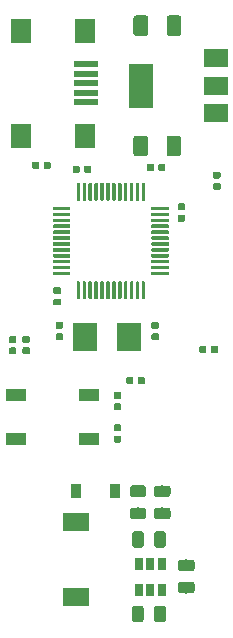
<source format=gbr>
G04 #@! TF.GenerationSoftware,KiCad,Pcbnew,(5.1.0)-1*
G04 #@! TF.CreationDate,2021-02-13T20:01:35+01:00*
G04 #@! TF.ProjectId,GreaseWeazle,47726561-7365-4576-9561-7a6c652e6b69,rev?*
G04 #@! TF.SameCoordinates,Original*
G04 #@! TF.FileFunction,Paste,Top*
G04 #@! TF.FilePolarity,Positive*
%FSLAX46Y46*%
G04 Gerber Fmt 4.6, Leading zero omitted, Abs format (unit mm)*
G04 Created by KiCad (PCBNEW (5.1.0)-1) date 2021-02-13 20:01:35*
%MOMM*%
%LPD*%
G04 APERTURE LIST*
%ADD10C,0.100000*%
%ADD11C,0.590000*%
%ADD12C,1.250000*%
%ADD13R,2.000000X2.400000*%
%ADD14R,0.650000X1.060000*%
%ADD15R,2.000000X1.500000*%
%ADD16R,2.000000X3.800000*%
%ADD17C,0.300000*%
%ADD18R,1.800000X1.100000*%
%ADD19C,0.975000*%
%ADD20R,2.200000X1.500000*%
%ADD21R,1.700000X2.000000*%
%ADD22R,2.000000X0.500000*%
%ADD23R,0.900000X1.200000*%
G04 APERTURE END LIST*
D10*
G36*
X81363078Y-57000890D02*
G01*
X81377396Y-57003014D01*
X81391437Y-57006531D01*
X81405066Y-57011408D01*
X81418151Y-57017597D01*
X81430567Y-57025038D01*
X81442193Y-57033661D01*
X81452918Y-57043382D01*
X81462639Y-57054107D01*
X81471262Y-57065733D01*
X81478703Y-57078149D01*
X81484892Y-57091234D01*
X81489769Y-57104863D01*
X81493286Y-57118904D01*
X81495410Y-57133222D01*
X81496120Y-57147680D01*
X81496120Y-57492680D01*
X81495410Y-57507138D01*
X81493286Y-57521456D01*
X81489769Y-57535497D01*
X81484892Y-57549126D01*
X81478703Y-57562211D01*
X81471262Y-57574627D01*
X81462639Y-57586253D01*
X81452918Y-57596978D01*
X81442193Y-57606699D01*
X81430567Y-57615322D01*
X81418151Y-57622763D01*
X81405066Y-57628952D01*
X81391437Y-57633829D01*
X81377396Y-57637346D01*
X81363078Y-57639470D01*
X81348620Y-57640180D01*
X81053620Y-57640180D01*
X81039162Y-57639470D01*
X81024844Y-57637346D01*
X81010803Y-57633829D01*
X80997174Y-57628952D01*
X80984089Y-57622763D01*
X80971673Y-57615322D01*
X80960047Y-57606699D01*
X80949322Y-57596978D01*
X80939601Y-57586253D01*
X80930978Y-57574627D01*
X80923537Y-57562211D01*
X80917348Y-57549126D01*
X80912471Y-57535497D01*
X80908954Y-57521456D01*
X80906830Y-57507138D01*
X80906120Y-57492680D01*
X80906120Y-57147680D01*
X80906830Y-57133222D01*
X80908954Y-57118904D01*
X80912471Y-57104863D01*
X80917348Y-57091234D01*
X80923537Y-57078149D01*
X80930978Y-57065733D01*
X80939601Y-57054107D01*
X80949322Y-57043382D01*
X80960047Y-57033661D01*
X80971673Y-57025038D01*
X80984089Y-57017597D01*
X80997174Y-57011408D01*
X81010803Y-57006531D01*
X81024844Y-57003014D01*
X81039162Y-57000890D01*
X81053620Y-57000180D01*
X81348620Y-57000180D01*
X81363078Y-57000890D01*
X81363078Y-57000890D01*
G37*
D11*
X81201120Y-57320180D03*
D10*
G36*
X80393078Y-57000890D02*
G01*
X80407396Y-57003014D01*
X80421437Y-57006531D01*
X80435066Y-57011408D01*
X80448151Y-57017597D01*
X80460567Y-57025038D01*
X80472193Y-57033661D01*
X80482918Y-57043382D01*
X80492639Y-57054107D01*
X80501262Y-57065733D01*
X80508703Y-57078149D01*
X80514892Y-57091234D01*
X80519769Y-57104863D01*
X80523286Y-57118904D01*
X80525410Y-57133222D01*
X80526120Y-57147680D01*
X80526120Y-57492680D01*
X80525410Y-57507138D01*
X80523286Y-57521456D01*
X80519769Y-57535497D01*
X80514892Y-57549126D01*
X80508703Y-57562211D01*
X80501262Y-57574627D01*
X80492639Y-57586253D01*
X80482918Y-57596978D01*
X80472193Y-57606699D01*
X80460567Y-57615322D01*
X80448151Y-57622763D01*
X80435066Y-57628952D01*
X80421437Y-57633829D01*
X80407396Y-57637346D01*
X80393078Y-57639470D01*
X80378620Y-57640180D01*
X80083620Y-57640180D01*
X80069162Y-57639470D01*
X80054844Y-57637346D01*
X80040803Y-57633829D01*
X80027174Y-57628952D01*
X80014089Y-57622763D01*
X80001673Y-57615322D01*
X79990047Y-57606699D01*
X79979322Y-57596978D01*
X79969601Y-57586253D01*
X79960978Y-57574627D01*
X79953537Y-57562211D01*
X79947348Y-57549126D01*
X79942471Y-57535497D01*
X79938954Y-57521456D01*
X79936830Y-57507138D01*
X79936120Y-57492680D01*
X79936120Y-57147680D01*
X79936830Y-57133222D01*
X79938954Y-57118904D01*
X79942471Y-57104863D01*
X79947348Y-57091234D01*
X79953537Y-57078149D01*
X79960978Y-57065733D01*
X79969601Y-57054107D01*
X79979322Y-57043382D01*
X79990047Y-57033661D01*
X80001673Y-57025038D01*
X80014089Y-57017597D01*
X80027174Y-57011408D01*
X80040803Y-57006531D01*
X80054844Y-57003014D01*
X80069162Y-57000890D01*
X80083620Y-57000180D01*
X80378620Y-57000180D01*
X80393078Y-57000890D01*
X80393078Y-57000890D01*
G37*
D11*
X80231120Y-57320180D03*
D10*
G36*
X92330204Y-54797904D02*
G01*
X92354473Y-54801504D01*
X92378271Y-54807465D01*
X92401371Y-54815730D01*
X92423549Y-54826220D01*
X92444593Y-54838833D01*
X92464298Y-54853447D01*
X92482477Y-54869923D01*
X92498953Y-54888102D01*
X92513567Y-54907807D01*
X92526180Y-54928851D01*
X92536670Y-54951029D01*
X92544935Y-54974129D01*
X92550896Y-54997927D01*
X92554496Y-55022196D01*
X92555700Y-55046700D01*
X92555700Y-56296700D01*
X92554496Y-56321204D01*
X92550896Y-56345473D01*
X92544935Y-56369271D01*
X92536670Y-56392371D01*
X92526180Y-56414549D01*
X92513567Y-56435593D01*
X92498953Y-56455298D01*
X92482477Y-56473477D01*
X92464298Y-56489953D01*
X92444593Y-56504567D01*
X92423549Y-56517180D01*
X92401371Y-56527670D01*
X92378271Y-56535935D01*
X92354473Y-56541896D01*
X92330204Y-56545496D01*
X92305700Y-56546700D01*
X91555700Y-56546700D01*
X91531196Y-56545496D01*
X91506927Y-56541896D01*
X91483129Y-56535935D01*
X91460029Y-56527670D01*
X91437851Y-56517180D01*
X91416807Y-56504567D01*
X91397102Y-56489953D01*
X91378923Y-56473477D01*
X91362447Y-56455298D01*
X91347833Y-56435593D01*
X91335220Y-56414549D01*
X91324730Y-56392371D01*
X91316465Y-56369271D01*
X91310504Y-56345473D01*
X91306904Y-56321204D01*
X91305700Y-56296700D01*
X91305700Y-55046700D01*
X91306904Y-55022196D01*
X91310504Y-54997927D01*
X91316465Y-54974129D01*
X91324730Y-54951029D01*
X91335220Y-54928851D01*
X91347833Y-54907807D01*
X91362447Y-54888102D01*
X91378923Y-54869923D01*
X91397102Y-54853447D01*
X91416807Y-54838833D01*
X91437851Y-54826220D01*
X91460029Y-54815730D01*
X91483129Y-54807465D01*
X91506927Y-54801504D01*
X91531196Y-54797904D01*
X91555700Y-54796700D01*
X92305700Y-54796700D01*
X92330204Y-54797904D01*
X92330204Y-54797904D01*
G37*
D12*
X91930700Y-55671700D03*
D10*
G36*
X89530204Y-54797904D02*
G01*
X89554473Y-54801504D01*
X89578271Y-54807465D01*
X89601371Y-54815730D01*
X89623549Y-54826220D01*
X89644593Y-54838833D01*
X89664298Y-54853447D01*
X89682477Y-54869923D01*
X89698953Y-54888102D01*
X89713567Y-54907807D01*
X89726180Y-54928851D01*
X89736670Y-54951029D01*
X89744935Y-54974129D01*
X89750896Y-54997927D01*
X89754496Y-55022196D01*
X89755700Y-55046700D01*
X89755700Y-56296700D01*
X89754496Y-56321204D01*
X89750896Y-56345473D01*
X89744935Y-56369271D01*
X89736670Y-56392371D01*
X89726180Y-56414549D01*
X89713567Y-56435593D01*
X89698953Y-56455298D01*
X89682477Y-56473477D01*
X89664298Y-56489953D01*
X89644593Y-56504567D01*
X89623549Y-56517180D01*
X89601371Y-56527670D01*
X89578271Y-56535935D01*
X89554473Y-56541896D01*
X89530204Y-56545496D01*
X89505700Y-56546700D01*
X88755700Y-56546700D01*
X88731196Y-56545496D01*
X88706927Y-56541896D01*
X88683129Y-56535935D01*
X88660029Y-56527670D01*
X88637851Y-56517180D01*
X88616807Y-56504567D01*
X88597102Y-56489953D01*
X88578923Y-56473477D01*
X88562447Y-56455298D01*
X88547833Y-56435593D01*
X88535220Y-56414549D01*
X88524730Y-56392371D01*
X88516465Y-56369271D01*
X88510504Y-56345473D01*
X88506904Y-56321204D01*
X88505700Y-56296700D01*
X88505700Y-55046700D01*
X88506904Y-55022196D01*
X88510504Y-54997927D01*
X88516465Y-54974129D01*
X88524730Y-54951029D01*
X88535220Y-54928851D01*
X88547833Y-54907807D01*
X88562447Y-54888102D01*
X88578923Y-54869923D01*
X88597102Y-54853447D01*
X88616807Y-54838833D01*
X88637851Y-54826220D01*
X88660029Y-54815730D01*
X88683129Y-54807465D01*
X88706927Y-54801504D01*
X88731196Y-54797904D01*
X88755700Y-54796700D01*
X89505700Y-54796700D01*
X89530204Y-54797904D01*
X89530204Y-54797904D01*
G37*
D12*
X89130700Y-55671700D03*
D10*
G36*
X92330204Y-44625204D02*
G01*
X92354473Y-44628804D01*
X92378271Y-44634765D01*
X92401371Y-44643030D01*
X92423549Y-44653520D01*
X92444593Y-44666133D01*
X92464298Y-44680747D01*
X92482477Y-44697223D01*
X92498953Y-44715402D01*
X92513567Y-44735107D01*
X92526180Y-44756151D01*
X92536670Y-44778329D01*
X92544935Y-44801429D01*
X92550896Y-44825227D01*
X92554496Y-44849496D01*
X92555700Y-44874000D01*
X92555700Y-46124000D01*
X92554496Y-46148504D01*
X92550896Y-46172773D01*
X92544935Y-46196571D01*
X92536670Y-46219671D01*
X92526180Y-46241849D01*
X92513567Y-46262893D01*
X92498953Y-46282598D01*
X92482477Y-46300777D01*
X92464298Y-46317253D01*
X92444593Y-46331867D01*
X92423549Y-46344480D01*
X92401371Y-46354970D01*
X92378271Y-46363235D01*
X92354473Y-46369196D01*
X92330204Y-46372796D01*
X92305700Y-46374000D01*
X91555700Y-46374000D01*
X91531196Y-46372796D01*
X91506927Y-46369196D01*
X91483129Y-46363235D01*
X91460029Y-46354970D01*
X91437851Y-46344480D01*
X91416807Y-46331867D01*
X91397102Y-46317253D01*
X91378923Y-46300777D01*
X91362447Y-46282598D01*
X91347833Y-46262893D01*
X91335220Y-46241849D01*
X91324730Y-46219671D01*
X91316465Y-46196571D01*
X91310504Y-46172773D01*
X91306904Y-46148504D01*
X91305700Y-46124000D01*
X91305700Y-44874000D01*
X91306904Y-44849496D01*
X91310504Y-44825227D01*
X91316465Y-44801429D01*
X91324730Y-44778329D01*
X91335220Y-44756151D01*
X91347833Y-44735107D01*
X91362447Y-44715402D01*
X91378923Y-44697223D01*
X91397102Y-44680747D01*
X91416807Y-44666133D01*
X91437851Y-44653520D01*
X91460029Y-44643030D01*
X91483129Y-44634765D01*
X91506927Y-44628804D01*
X91531196Y-44625204D01*
X91555700Y-44624000D01*
X92305700Y-44624000D01*
X92330204Y-44625204D01*
X92330204Y-44625204D01*
G37*
D12*
X91930700Y-45499000D03*
D10*
G36*
X89530204Y-44625204D02*
G01*
X89554473Y-44628804D01*
X89578271Y-44634765D01*
X89601371Y-44643030D01*
X89623549Y-44653520D01*
X89644593Y-44666133D01*
X89664298Y-44680747D01*
X89682477Y-44697223D01*
X89698953Y-44715402D01*
X89713567Y-44735107D01*
X89726180Y-44756151D01*
X89736670Y-44778329D01*
X89744935Y-44801429D01*
X89750896Y-44825227D01*
X89754496Y-44849496D01*
X89755700Y-44874000D01*
X89755700Y-46124000D01*
X89754496Y-46148504D01*
X89750896Y-46172773D01*
X89744935Y-46196571D01*
X89736670Y-46219671D01*
X89726180Y-46241849D01*
X89713567Y-46262893D01*
X89698953Y-46282598D01*
X89682477Y-46300777D01*
X89664298Y-46317253D01*
X89644593Y-46331867D01*
X89623549Y-46344480D01*
X89601371Y-46354970D01*
X89578271Y-46363235D01*
X89554473Y-46369196D01*
X89530204Y-46372796D01*
X89505700Y-46374000D01*
X88755700Y-46374000D01*
X88731196Y-46372796D01*
X88706927Y-46369196D01*
X88683129Y-46363235D01*
X88660029Y-46354970D01*
X88637851Y-46344480D01*
X88616807Y-46331867D01*
X88597102Y-46317253D01*
X88578923Y-46300777D01*
X88562447Y-46282598D01*
X88547833Y-46262893D01*
X88535220Y-46241849D01*
X88524730Y-46219671D01*
X88516465Y-46196571D01*
X88510504Y-46172773D01*
X88506904Y-46148504D01*
X88505700Y-46124000D01*
X88505700Y-44874000D01*
X88506904Y-44849496D01*
X88510504Y-44825227D01*
X88516465Y-44801429D01*
X88524730Y-44778329D01*
X88535220Y-44756151D01*
X88547833Y-44735107D01*
X88562447Y-44715402D01*
X88578923Y-44697223D01*
X88597102Y-44680747D01*
X88616807Y-44666133D01*
X88637851Y-44653520D01*
X88660029Y-44643030D01*
X88683129Y-44634765D01*
X88706927Y-44628804D01*
X88731196Y-44625204D01*
X88755700Y-44624000D01*
X89505700Y-44624000D01*
X89530204Y-44625204D01*
X89530204Y-44625204D01*
G37*
D12*
X89130700Y-45499000D03*
D13*
X88128700Y-71859100D03*
X84428700Y-71859100D03*
D14*
X89938900Y-93241000D03*
X90888900Y-93241000D03*
X88988900Y-93241000D03*
X88988900Y-91041000D03*
X89938900Y-91041000D03*
X90888900Y-91041000D03*
D15*
X95458700Y-52866300D03*
X95458700Y-48266300D03*
X95458700Y-50566300D03*
D16*
X89158700Y-50566300D03*
D10*
G36*
X83103551Y-66331461D02*
G01*
X83110832Y-66332541D01*
X83117971Y-66334329D01*
X83124901Y-66336809D01*
X83131555Y-66339956D01*
X83137868Y-66343740D01*
X83143779Y-66348124D01*
X83149233Y-66353067D01*
X83154176Y-66358521D01*
X83158560Y-66364432D01*
X83162344Y-66370745D01*
X83165491Y-66377399D01*
X83167971Y-66384329D01*
X83169759Y-66391468D01*
X83170839Y-66398749D01*
X83171200Y-66406100D01*
X83171200Y-66556100D01*
X83170839Y-66563451D01*
X83169759Y-66570732D01*
X83167971Y-66577871D01*
X83165491Y-66584801D01*
X83162344Y-66591455D01*
X83158560Y-66597768D01*
X83154176Y-66603679D01*
X83149233Y-66609133D01*
X83143779Y-66614076D01*
X83137868Y-66618460D01*
X83131555Y-66622244D01*
X83124901Y-66625391D01*
X83117971Y-66627871D01*
X83110832Y-66629659D01*
X83103551Y-66630739D01*
X83096200Y-66631100D01*
X81771200Y-66631100D01*
X81763849Y-66630739D01*
X81756568Y-66629659D01*
X81749429Y-66627871D01*
X81742499Y-66625391D01*
X81735845Y-66622244D01*
X81729532Y-66618460D01*
X81723621Y-66614076D01*
X81718167Y-66609133D01*
X81713224Y-66603679D01*
X81708840Y-66597768D01*
X81705056Y-66591455D01*
X81701909Y-66584801D01*
X81699429Y-66577871D01*
X81697641Y-66570732D01*
X81696561Y-66563451D01*
X81696200Y-66556100D01*
X81696200Y-66406100D01*
X81696561Y-66398749D01*
X81697641Y-66391468D01*
X81699429Y-66384329D01*
X81701909Y-66377399D01*
X81705056Y-66370745D01*
X81708840Y-66364432D01*
X81713224Y-66358521D01*
X81718167Y-66353067D01*
X81723621Y-66348124D01*
X81729532Y-66343740D01*
X81735845Y-66339956D01*
X81742499Y-66336809D01*
X81749429Y-66334329D01*
X81756568Y-66332541D01*
X81763849Y-66331461D01*
X81771200Y-66331100D01*
X83096200Y-66331100D01*
X83103551Y-66331461D01*
X83103551Y-66331461D01*
G37*
D17*
X82433700Y-66481100D03*
D10*
G36*
X83103551Y-65831461D02*
G01*
X83110832Y-65832541D01*
X83117971Y-65834329D01*
X83124901Y-65836809D01*
X83131555Y-65839956D01*
X83137868Y-65843740D01*
X83143779Y-65848124D01*
X83149233Y-65853067D01*
X83154176Y-65858521D01*
X83158560Y-65864432D01*
X83162344Y-65870745D01*
X83165491Y-65877399D01*
X83167971Y-65884329D01*
X83169759Y-65891468D01*
X83170839Y-65898749D01*
X83171200Y-65906100D01*
X83171200Y-66056100D01*
X83170839Y-66063451D01*
X83169759Y-66070732D01*
X83167971Y-66077871D01*
X83165491Y-66084801D01*
X83162344Y-66091455D01*
X83158560Y-66097768D01*
X83154176Y-66103679D01*
X83149233Y-66109133D01*
X83143779Y-66114076D01*
X83137868Y-66118460D01*
X83131555Y-66122244D01*
X83124901Y-66125391D01*
X83117971Y-66127871D01*
X83110832Y-66129659D01*
X83103551Y-66130739D01*
X83096200Y-66131100D01*
X81771200Y-66131100D01*
X81763849Y-66130739D01*
X81756568Y-66129659D01*
X81749429Y-66127871D01*
X81742499Y-66125391D01*
X81735845Y-66122244D01*
X81729532Y-66118460D01*
X81723621Y-66114076D01*
X81718167Y-66109133D01*
X81713224Y-66103679D01*
X81708840Y-66097768D01*
X81705056Y-66091455D01*
X81701909Y-66084801D01*
X81699429Y-66077871D01*
X81697641Y-66070732D01*
X81696561Y-66063451D01*
X81696200Y-66056100D01*
X81696200Y-65906100D01*
X81696561Y-65898749D01*
X81697641Y-65891468D01*
X81699429Y-65884329D01*
X81701909Y-65877399D01*
X81705056Y-65870745D01*
X81708840Y-65864432D01*
X81713224Y-65858521D01*
X81718167Y-65853067D01*
X81723621Y-65848124D01*
X81729532Y-65843740D01*
X81735845Y-65839956D01*
X81742499Y-65836809D01*
X81749429Y-65834329D01*
X81756568Y-65832541D01*
X81763849Y-65831461D01*
X81771200Y-65831100D01*
X83096200Y-65831100D01*
X83103551Y-65831461D01*
X83103551Y-65831461D01*
G37*
D17*
X82433700Y-65981100D03*
D10*
G36*
X83103551Y-65331461D02*
G01*
X83110832Y-65332541D01*
X83117971Y-65334329D01*
X83124901Y-65336809D01*
X83131555Y-65339956D01*
X83137868Y-65343740D01*
X83143779Y-65348124D01*
X83149233Y-65353067D01*
X83154176Y-65358521D01*
X83158560Y-65364432D01*
X83162344Y-65370745D01*
X83165491Y-65377399D01*
X83167971Y-65384329D01*
X83169759Y-65391468D01*
X83170839Y-65398749D01*
X83171200Y-65406100D01*
X83171200Y-65556100D01*
X83170839Y-65563451D01*
X83169759Y-65570732D01*
X83167971Y-65577871D01*
X83165491Y-65584801D01*
X83162344Y-65591455D01*
X83158560Y-65597768D01*
X83154176Y-65603679D01*
X83149233Y-65609133D01*
X83143779Y-65614076D01*
X83137868Y-65618460D01*
X83131555Y-65622244D01*
X83124901Y-65625391D01*
X83117971Y-65627871D01*
X83110832Y-65629659D01*
X83103551Y-65630739D01*
X83096200Y-65631100D01*
X81771200Y-65631100D01*
X81763849Y-65630739D01*
X81756568Y-65629659D01*
X81749429Y-65627871D01*
X81742499Y-65625391D01*
X81735845Y-65622244D01*
X81729532Y-65618460D01*
X81723621Y-65614076D01*
X81718167Y-65609133D01*
X81713224Y-65603679D01*
X81708840Y-65597768D01*
X81705056Y-65591455D01*
X81701909Y-65584801D01*
X81699429Y-65577871D01*
X81697641Y-65570732D01*
X81696561Y-65563451D01*
X81696200Y-65556100D01*
X81696200Y-65406100D01*
X81696561Y-65398749D01*
X81697641Y-65391468D01*
X81699429Y-65384329D01*
X81701909Y-65377399D01*
X81705056Y-65370745D01*
X81708840Y-65364432D01*
X81713224Y-65358521D01*
X81718167Y-65353067D01*
X81723621Y-65348124D01*
X81729532Y-65343740D01*
X81735845Y-65339956D01*
X81742499Y-65336809D01*
X81749429Y-65334329D01*
X81756568Y-65332541D01*
X81763849Y-65331461D01*
X81771200Y-65331100D01*
X83096200Y-65331100D01*
X83103551Y-65331461D01*
X83103551Y-65331461D01*
G37*
D17*
X82433700Y-65481100D03*
D10*
G36*
X83103551Y-64831461D02*
G01*
X83110832Y-64832541D01*
X83117971Y-64834329D01*
X83124901Y-64836809D01*
X83131555Y-64839956D01*
X83137868Y-64843740D01*
X83143779Y-64848124D01*
X83149233Y-64853067D01*
X83154176Y-64858521D01*
X83158560Y-64864432D01*
X83162344Y-64870745D01*
X83165491Y-64877399D01*
X83167971Y-64884329D01*
X83169759Y-64891468D01*
X83170839Y-64898749D01*
X83171200Y-64906100D01*
X83171200Y-65056100D01*
X83170839Y-65063451D01*
X83169759Y-65070732D01*
X83167971Y-65077871D01*
X83165491Y-65084801D01*
X83162344Y-65091455D01*
X83158560Y-65097768D01*
X83154176Y-65103679D01*
X83149233Y-65109133D01*
X83143779Y-65114076D01*
X83137868Y-65118460D01*
X83131555Y-65122244D01*
X83124901Y-65125391D01*
X83117971Y-65127871D01*
X83110832Y-65129659D01*
X83103551Y-65130739D01*
X83096200Y-65131100D01*
X81771200Y-65131100D01*
X81763849Y-65130739D01*
X81756568Y-65129659D01*
X81749429Y-65127871D01*
X81742499Y-65125391D01*
X81735845Y-65122244D01*
X81729532Y-65118460D01*
X81723621Y-65114076D01*
X81718167Y-65109133D01*
X81713224Y-65103679D01*
X81708840Y-65097768D01*
X81705056Y-65091455D01*
X81701909Y-65084801D01*
X81699429Y-65077871D01*
X81697641Y-65070732D01*
X81696561Y-65063451D01*
X81696200Y-65056100D01*
X81696200Y-64906100D01*
X81696561Y-64898749D01*
X81697641Y-64891468D01*
X81699429Y-64884329D01*
X81701909Y-64877399D01*
X81705056Y-64870745D01*
X81708840Y-64864432D01*
X81713224Y-64858521D01*
X81718167Y-64853067D01*
X81723621Y-64848124D01*
X81729532Y-64843740D01*
X81735845Y-64839956D01*
X81742499Y-64836809D01*
X81749429Y-64834329D01*
X81756568Y-64832541D01*
X81763849Y-64831461D01*
X81771200Y-64831100D01*
X83096200Y-64831100D01*
X83103551Y-64831461D01*
X83103551Y-64831461D01*
G37*
D17*
X82433700Y-64981100D03*
D10*
G36*
X83103551Y-64331461D02*
G01*
X83110832Y-64332541D01*
X83117971Y-64334329D01*
X83124901Y-64336809D01*
X83131555Y-64339956D01*
X83137868Y-64343740D01*
X83143779Y-64348124D01*
X83149233Y-64353067D01*
X83154176Y-64358521D01*
X83158560Y-64364432D01*
X83162344Y-64370745D01*
X83165491Y-64377399D01*
X83167971Y-64384329D01*
X83169759Y-64391468D01*
X83170839Y-64398749D01*
X83171200Y-64406100D01*
X83171200Y-64556100D01*
X83170839Y-64563451D01*
X83169759Y-64570732D01*
X83167971Y-64577871D01*
X83165491Y-64584801D01*
X83162344Y-64591455D01*
X83158560Y-64597768D01*
X83154176Y-64603679D01*
X83149233Y-64609133D01*
X83143779Y-64614076D01*
X83137868Y-64618460D01*
X83131555Y-64622244D01*
X83124901Y-64625391D01*
X83117971Y-64627871D01*
X83110832Y-64629659D01*
X83103551Y-64630739D01*
X83096200Y-64631100D01*
X81771200Y-64631100D01*
X81763849Y-64630739D01*
X81756568Y-64629659D01*
X81749429Y-64627871D01*
X81742499Y-64625391D01*
X81735845Y-64622244D01*
X81729532Y-64618460D01*
X81723621Y-64614076D01*
X81718167Y-64609133D01*
X81713224Y-64603679D01*
X81708840Y-64597768D01*
X81705056Y-64591455D01*
X81701909Y-64584801D01*
X81699429Y-64577871D01*
X81697641Y-64570732D01*
X81696561Y-64563451D01*
X81696200Y-64556100D01*
X81696200Y-64406100D01*
X81696561Y-64398749D01*
X81697641Y-64391468D01*
X81699429Y-64384329D01*
X81701909Y-64377399D01*
X81705056Y-64370745D01*
X81708840Y-64364432D01*
X81713224Y-64358521D01*
X81718167Y-64353067D01*
X81723621Y-64348124D01*
X81729532Y-64343740D01*
X81735845Y-64339956D01*
X81742499Y-64336809D01*
X81749429Y-64334329D01*
X81756568Y-64332541D01*
X81763849Y-64331461D01*
X81771200Y-64331100D01*
X83096200Y-64331100D01*
X83103551Y-64331461D01*
X83103551Y-64331461D01*
G37*
D17*
X82433700Y-64481100D03*
D10*
G36*
X83103551Y-63831461D02*
G01*
X83110832Y-63832541D01*
X83117971Y-63834329D01*
X83124901Y-63836809D01*
X83131555Y-63839956D01*
X83137868Y-63843740D01*
X83143779Y-63848124D01*
X83149233Y-63853067D01*
X83154176Y-63858521D01*
X83158560Y-63864432D01*
X83162344Y-63870745D01*
X83165491Y-63877399D01*
X83167971Y-63884329D01*
X83169759Y-63891468D01*
X83170839Y-63898749D01*
X83171200Y-63906100D01*
X83171200Y-64056100D01*
X83170839Y-64063451D01*
X83169759Y-64070732D01*
X83167971Y-64077871D01*
X83165491Y-64084801D01*
X83162344Y-64091455D01*
X83158560Y-64097768D01*
X83154176Y-64103679D01*
X83149233Y-64109133D01*
X83143779Y-64114076D01*
X83137868Y-64118460D01*
X83131555Y-64122244D01*
X83124901Y-64125391D01*
X83117971Y-64127871D01*
X83110832Y-64129659D01*
X83103551Y-64130739D01*
X83096200Y-64131100D01*
X81771200Y-64131100D01*
X81763849Y-64130739D01*
X81756568Y-64129659D01*
X81749429Y-64127871D01*
X81742499Y-64125391D01*
X81735845Y-64122244D01*
X81729532Y-64118460D01*
X81723621Y-64114076D01*
X81718167Y-64109133D01*
X81713224Y-64103679D01*
X81708840Y-64097768D01*
X81705056Y-64091455D01*
X81701909Y-64084801D01*
X81699429Y-64077871D01*
X81697641Y-64070732D01*
X81696561Y-64063451D01*
X81696200Y-64056100D01*
X81696200Y-63906100D01*
X81696561Y-63898749D01*
X81697641Y-63891468D01*
X81699429Y-63884329D01*
X81701909Y-63877399D01*
X81705056Y-63870745D01*
X81708840Y-63864432D01*
X81713224Y-63858521D01*
X81718167Y-63853067D01*
X81723621Y-63848124D01*
X81729532Y-63843740D01*
X81735845Y-63839956D01*
X81742499Y-63836809D01*
X81749429Y-63834329D01*
X81756568Y-63832541D01*
X81763849Y-63831461D01*
X81771200Y-63831100D01*
X83096200Y-63831100D01*
X83103551Y-63831461D01*
X83103551Y-63831461D01*
G37*
D17*
X82433700Y-63981100D03*
D10*
G36*
X83103551Y-63331461D02*
G01*
X83110832Y-63332541D01*
X83117971Y-63334329D01*
X83124901Y-63336809D01*
X83131555Y-63339956D01*
X83137868Y-63343740D01*
X83143779Y-63348124D01*
X83149233Y-63353067D01*
X83154176Y-63358521D01*
X83158560Y-63364432D01*
X83162344Y-63370745D01*
X83165491Y-63377399D01*
X83167971Y-63384329D01*
X83169759Y-63391468D01*
X83170839Y-63398749D01*
X83171200Y-63406100D01*
X83171200Y-63556100D01*
X83170839Y-63563451D01*
X83169759Y-63570732D01*
X83167971Y-63577871D01*
X83165491Y-63584801D01*
X83162344Y-63591455D01*
X83158560Y-63597768D01*
X83154176Y-63603679D01*
X83149233Y-63609133D01*
X83143779Y-63614076D01*
X83137868Y-63618460D01*
X83131555Y-63622244D01*
X83124901Y-63625391D01*
X83117971Y-63627871D01*
X83110832Y-63629659D01*
X83103551Y-63630739D01*
X83096200Y-63631100D01*
X81771200Y-63631100D01*
X81763849Y-63630739D01*
X81756568Y-63629659D01*
X81749429Y-63627871D01*
X81742499Y-63625391D01*
X81735845Y-63622244D01*
X81729532Y-63618460D01*
X81723621Y-63614076D01*
X81718167Y-63609133D01*
X81713224Y-63603679D01*
X81708840Y-63597768D01*
X81705056Y-63591455D01*
X81701909Y-63584801D01*
X81699429Y-63577871D01*
X81697641Y-63570732D01*
X81696561Y-63563451D01*
X81696200Y-63556100D01*
X81696200Y-63406100D01*
X81696561Y-63398749D01*
X81697641Y-63391468D01*
X81699429Y-63384329D01*
X81701909Y-63377399D01*
X81705056Y-63370745D01*
X81708840Y-63364432D01*
X81713224Y-63358521D01*
X81718167Y-63353067D01*
X81723621Y-63348124D01*
X81729532Y-63343740D01*
X81735845Y-63339956D01*
X81742499Y-63336809D01*
X81749429Y-63334329D01*
X81756568Y-63332541D01*
X81763849Y-63331461D01*
X81771200Y-63331100D01*
X83096200Y-63331100D01*
X83103551Y-63331461D01*
X83103551Y-63331461D01*
G37*
D17*
X82433700Y-63481100D03*
D10*
G36*
X83103551Y-62831461D02*
G01*
X83110832Y-62832541D01*
X83117971Y-62834329D01*
X83124901Y-62836809D01*
X83131555Y-62839956D01*
X83137868Y-62843740D01*
X83143779Y-62848124D01*
X83149233Y-62853067D01*
X83154176Y-62858521D01*
X83158560Y-62864432D01*
X83162344Y-62870745D01*
X83165491Y-62877399D01*
X83167971Y-62884329D01*
X83169759Y-62891468D01*
X83170839Y-62898749D01*
X83171200Y-62906100D01*
X83171200Y-63056100D01*
X83170839Y-63063451D01*
X83169759Y-63070732D01*
X83167971Y-63077871D01*
X83165491Y-63084801D01*
X83162344Y-63091455D01*
X83158560Y-63097768D01*
X83154176Y-63103679D01*
X83149233Y-63109133D01*
X83143779Y-63114076D01*
X83137868Y-63118460D01*
X83131555Y-63122244D01*
X83124901Y-63125391D01*
X83117971Y-63127871D01*
X83110832Y-63129659D01*
X83103551Y-63130739D01*
X83096200Y-63131100D01*
X81771200Y-63131100D01*
X81763849Y-63130739D01*
X81756568Y-63129659D01*
X81749429Y-63127871D01*
X81742499Y-63125391D01*
X81735845Y-63122244D01*
X81729532Y-63118460D01*
X81723621Y-63114076D01*
X81718167Y-63109133D01*
X81713224Y-63103679D01*
X81708840Y-63097768D01*
X81705056Y-63091455D01*
X81701909Y-63084801D01*
X81699429Y-63077871D01*
X81697641Y-63070732D01*
X81696561Y-63063451D01*
X81696200Y-63056100D01*
X81696200Y-62906100D01*
X81696561Y-62898749D01*
X81697641Y-62891468D01*
X81699429Y-62884329D01*
X81701909Y-62877399D01*
X81705056Y-62870745D01*
X81708840Y-62864432D01*
X81713224Y-62858521D01*
X81718167Y-62853067D01*
X81723621Y-62848124D01*
X81729532Y-62843740D01*
X81735845Y-62839956D01*
X81742499Y-62836809D01*
X81749429Y-62834329D01*
X81756568Y-62832541D01*
X81763849Y-62831461D01*
X81771200Y-62831100D01*
X83096200Y-62831100D01*
X83103551Y-62831461D01*
X83103551Y-62831461D01*
G37*
D17*
X82433700Y-62981100D03*
D10*
G36*
X83103551Y-62331461D02*
G01*
X83110832Y-62332541D01*
X83117971Y-62334329D01*
X83124901Y-62336809D01*
X83131555Y-62339956D01*
X83137868Y-62343740D01*
X83143779Y-62348124D01*
X83149233Y-62353067D01*
X83154176Y-62358521D01*
X83158560Y-62364432D01*
X83162344Y-62370745D01*
X83165491Y-62377399D01*
X83167971Y-62384329D01*
X83169759Y-62391468D01*
X83170839Y-62398749D01*
X83171200Y-62406100D01*
X83171200Y-62556100D01*
X83170839Y-62563451D01*
X83169759Y-62570732D01*
X83167971Y-62577871D01*
X83165491Y-62584801D01*
X83162344Y-62591455D01*
X83158560Y-62597768D01*
X83154176Y-62603679D01*
X83149233Y-62609133D01*
X83143779Y-62614076D01*
X83137868Y-62618460D01*
X83131555Y-62622244D01*
X83124901Y-62625391D01*
X83117971Y-62627871D01*
X83110832Y-62629659D01*
X83103551Y-62630739D01*
X83096200Y-62631100D01*
X81771200Y-62631100D01*
X81763849Y-62630739D01*
X81756568Y-62629659D01*
X81749429Y-62627871D01*
X81742499Y-62625391D01*
X81735845Y-62622244D01*
X81729532Y-62618460D01*
X81723621Y-62614076D01*
X81718167Y-62609133D01*
X81713224Y-62603679D01*
X81708840Y-62597768D01*
X81705056Y-62591455D01*
X81701909Y-62584801D01*
X81699429Y-62577871D01*
X81697641Y-62570732D01*
X81696561Y-62563451D01*
X81696200Y-62556100D01*
X81696200Y-62406100D01*
X81696561Y-62398749D01*
X81697641Y-62391468D01*
X81699429Y-62384329D01*
X81701909Y-62377399D01*
X81705056Y-62370745D01*
X81708840Y-62364432D01*
X81713224Y-62358521D01*
X81718167Y-62353067D01*
X81723621Y-62348124D01*
X81729532Y-62343740D01*
X81735845Y-62339956D01*
X81742499Y-62336809D01*
X81749429Y-62334329D01*
X81756568Y-62332541D01*
X81763849Y-62331461D01*
X81771200Y-62331100D01*
X83096200Y-62331100D01*
X83103551Y-62331461D01*
X83103551Y-62331461D01*
G37*
D17*
X82433700Y-62481100D03*
D10*
G36*
X83103551Y-61831461D02*
G01*
X83110832Y-61832541D01*
X83117971Y-61834329D01*
X83124901Y-61836809D01*
X83131555Y-61839956D01*
X83137868Y-61843740D01*
X83143779Y-61848124D01*
X83149233Y-61853067D01*
X83154176Y-61858521D01*
X83158560Y-61864432D01*
X83162344Y-61870745D01*
X83165491Y-61877399D01*
X83167971Y-61884329D01*
X83169759Y-61891468D01*
X83170839Y-61898749D01*
X83171200Y-61906100D01*
X83171200Y-62056100D01*
X83170839Y-62063451D01*
X83169759Y-62070732D01*
X83167971Y-62077871D01*
X83165491Y-62084801D01*
X83162344Y-62091455D01*
X83158560Y-62097768D01*
X83154176Y-62103679D01*
X83149233Y-62109133D01*
X83143779Y-62114076D01*
X83137868Y-62118460D01*
X83131555Y-62122244D01*
X83124901Y-62125391D01*
X83117971Y-62127871D01*
X83110832Y-62129659D01*
X83103551Y-62130739D01*
X83096200Y-62131100D01*
X81771200Y-62131100D01*
X81763849Y-62130739D01*
X81756568Y-62129659D01*
X81749429Y-62127871D01*
X81742499Y-62125391D01*
X81735845Y-62122244D01*
X81729532Y-62118460D01*
X81723621Y-62114076D01*
X81718167Y-62109133D01*
X81713224Y-62103679D01*
X81708840Y-62097768D01*
X81705056Y-62091455D01*
X81701909Y-62084801D01*
X81699429Y-62077871D01*
X81697641Y-62070732D01*
X81696561Y-62063451D01*
X81696200Y-62056100D01*
X81696200Y-61906100D01*
X81696561Y-61898749D01*
X81697641Y-61891468D01*
X81699429Y-61884329D01*
X81701909Y-61877399D01*
X81705056Y-61870745D01*
X81708840Y-61864432D01*
X81713224Y-61858521D01*
X81718167Y-61853067D01*
X81723621Y-61848124D01*
X81729532Y-61843740D01*
X81735845Y-61839956D01*
X81742499Y-61836809D01*
X81749429Y-61834329D01*
X81756568Y-61832541D01*
X81763849Y-61831461D01*
X81771200Y-61831100D01*
X83096200Y-61831100D01*
X83103551Y-61831461D01*
X83103551Y-61831461D01*
G37*
D17*
X82433700Y-61981100D03*
D10*
G36*
X83103551Y-61331461D02*
G01*
X83110832Y-61332541D01*
X83117971Y-61334329D01*
X83124901Y-61336809D01*
X83131555Y-61339956D01*
X83137868Y-61343740D01*
X83143779Y-61348124D01*
X83149233Y-61353067D01*
X83154176Y-61358521D01*
X83158560Y-61364432D01*
X83162344Y-61370745D01*
X83165491Y-61377399D01*
X83167971Y-61384329D01*
X83169759Y-61391468D01*
X83170839Y-61398749D01*
X83171200Y-61406100D01*
X83171200Y-61556100D01*
X83170839Y-61563451D01*
X83169759Y-61570732D01*
X83167971Y-61577871D01*
X83165491Y-61584801D01*
X83162344Y-61591455D01*
X83158560Y-61597768D01*
X83154176Y-61603679D01*
X83149233Y-61609133D01*
X83143779Y-61614076D01*
X83137868Y-61618460D01*
X83131555Y-61622244D01*
X83124901Y-61625391D01*
X83117971Y-61627871D01*
X83110832Y-61629659D01*
X83103551Y-61630739D01*
X83096200Y-61631100D01*
X81771200Y-61631100D01*
X81763849Y-61630739D01*
X81756568Y-61629659D01*
X81749429Y-61627871D01*
X81742499Y-61625391D01*
X81735845Y-61622244D01*
X81729532Y-61618460D01*
X81723621Y-61614076D01*
X81718167Y-61609133D01*
X81713224Y-61603679D01*
X81708840Y-61597768D01*
X81705056Y-61591455D01*
X81701909Y-61584801D01*
X81699429Y-61577871D01*
X81697641Y-61570732D01*
X81696561Y-61563451D01*
X81696200Y-61556100D01*
X81696200Y-61406100D01*
X81696561Y-61398749D01*
X81697641Y-61391468D01*
X81699429Y-61384329D01*
X81701909Y-61377399D01*
X81705056Y-61370745D01*
X81708840Y-61364432D01*
X81713224Y-61358521D01*
X81718167Y-61353067D01*
X81723621Y-61348124D01*
X81729532Y-61343740D01*
X81735845Y-61339956D01*
X81742499Y-61336809D01*
X81749429Y-61334329D01*
X81756568Y-61332541D01*
X81763849Y-61331461D01*
X81771200Y-61331100D01*
X83096200Y-61331100D01*
X83103551Y-61331461D01*
X83103551Y-61331461D01*
G37*
D17*
X82433700Y-61481100D03*
D10*
G36*
X83103551Y-60831461D02*
G01*
X83110832Y-60832541D01*
X83117971Y-60834329D01*
X83124901Y-60836809D01*
X83131555Y-60839956D01*
X83137868Y-60843740D01*
X83143779Y-60848124D01*
X83149233Y-60853067D01*
X83154176Y-60858521D01*
X83158560Y-60864432D01*
X83162344Y-60870745D01*
X83165491Y-60877399D01*
X83167971Y-60884329D01*
X83169759Y-60891468D01*
X83170839Y-60898749D01*
X83171200Y-60906100D01*
X83171200Y-61056100D01*
X83170839Y-61063451D01*
X83169759Y-61070732D01*
X83167971Y-61077871D01*
X83165491Y-61084801D01*
X83162344Y-61091455D01*
X83158560Y-61097768D01*
X83154176Y-61103679D01*
X83149233Y-61109133D01*
X83143779Y-61114076D01*
X83137868Y-61118460D01*
X83131555Y-61122244D01*
X83124901Y-61125391D01*
X83117971Y-61127871D01*
X83110832Y-61129659D01*
X83103551Y-61130739D01*
X83096200Y-61131100D01*
X81771200Y-61131100D01*
X81763849Y-61130739D01*
X81756568Y-61129659D01*
X81749429Y-61127871D01*
X81742499Y-61125391D01*
X81735845Y-61122244D01*
X81729532Y-61118460D01*
X81723621Y-61114076D01*
X81718167Y-61109133D01*
X81713224Y-61103679D01*
X81708840Y-61097768D01*
X81705056Y-61091455D01*
X81701909Y-61084801D01*
X81699429Y-61077871D01*
X81697641Y-61070732D01*
X81696561Y-61063451D01*
X81696200Y-61056100D01*
X81696200Y-60906100D01*
X81696561Y-60898749D01*
X81697641Y-60891468D01*
X81699429Y-60884329D01*
X81701909Y-60877399D01*
X81705056Y-60870745D01*
X81708840Y-60864432D01*
X81713224Y-60858521D01*
X81718167Y-60853067D01*
X81723621Y-60848124D01*
X81729532Y-60843740D01*
X81735845Y-60839956D01*
X81742499Y-60836809D01*
X81749429Y-60834329D01*
X81756568Y-60832541D01*
X81763849Y-60831461D01*
X81771200Y-60831100D01*
X83096200Y-60831100D01*
X83103551Y-60831461D01*
X83103551Y-60831461D01*
G37*
D17*
X82433700Y-60981100D03*
D10*
G36*
X83928551Y-58831461D02*
G01*
X83935832Y-58832541D01*
X83942971Y-58834329D01*
X83949901Y-58836809D01*
X83956555Y-58839956D01*
X83962868Y-58843740D01*
X83968779Y-58848124D01*
X83974233Y-58853067D01*
X83979176Y-58858521D01*
X83983560Y-58864432D01*
X83987344Y-58870745D01*
X83990491Y-58877399D01*
X83992971Y-58884329D01*
X83994759Y-58891468D01*
X83995839Y-58898749D01*
X83996200Y-58906100D01*
X83996200Y-60231100D01*
X83995839Y-60238451D01*
X83994759Y-60245732D01*
X83992971Y-60252871D01*
X83990491Y-60259801D01*
X83987344Y-60266455D01*
X83983560Y-60272768D01*
X83979176Y-60278679D01*
X83974233Y-60284133D01*
X83968779Y-60289076D01*
X83962868Y-60293460D01*
X83956555Y-60297244D01*
X83949901Y-60300391D01*
X83942971Y-60302871D01*
X83935832Y-60304659D01*
X83928551Y-60305739D01*
X83921200Y-60306100D01*
X83771200Y-60306100D01*
X83763849Y-60305739D01*
X83756568Y-60304659D01*
X83749429Y-60302871D01*
X83742499Y-60300391D01*
X83735845Y-60297244D01*
X83729532Y-60293460D01*
X83723621Y-60289076D01*
X83718167Y-60284133D01*
X83713224Y-60278679D01*
X83708840Y-60272768D01*
X83705056Y-60266455D01*
X83701909Y-60259801D01*
X83699429Y-60252871D01*
X83697641Y-60245732D01*
X83696561Y-60238451D01*
X83696200Y-60231100D01*
X83696200Y-58906100D01*
X83696561Y-58898749D01*
X83697641Y-58891468D01*
X83699429Y-58884329D01*
X83701909Y-58877399D01*
X83705056Y-58870745D01*
X83708840Y-58864432D01*
X83713224Y-58858521D01*
X83718167Y-58853067D01*
X83723621Y-58848124D01*
X83729532Y-58843740D01*
X83735845Y-58839956D01*
X83742499Y-58836809D01*
X83749429Y-58834329D01*
X83756568Y-58832541D01*
X83763849Y-58831461D01*
X83771200Y-58831100D01*
X83921200Y-58831100D01*
X83928551Y-58831461D01*
X83928551Y-58831461D01*
G37*
D17*
X83846200Y-59568600D03*
D10*
G36*
X84428551Y-58831461D02*
G01*
X84435832Y-58832541D01*
X84442971Y-58834329D01*
X84449901Y-58836809D01*
X84456555Y-58839956D01*
X84462868Y-58843740D01*
X84468779Y-58848124D01*
X84474233Y-58853067D01*
X84479176Y-58858521D01*
X84483560Y-58864432D01*
X84487344Y-58870745D01*
X84490491Y-58877399D01*
X84492971Y-58884329D01*
X84494759Y-58891468D01*
X84495839Y-58898749D01*
X84496200Y-58906100D01*
X84496200Y-60231100D01*
X84495839Y-60238451D01*
X84494759Y-60245732D01*
X84492971Y-60252871D01*
X84490491Y-60259801D01*
X84487344Y-60266455D01*
X84483560Y-60272768D01*
X84479176Y-60278679D01*
X84474233Y-60284133D01*
X84468779Y-60289076D01*
X84462868Y-60293460D01*
X84456555Y-60297244D01*
X84449901Y-60300391D01*
X84442971Y-60302871D01*
X84435832Y-60304659D01*
X84428551Y-60305739D01*
X84421200Y-60306100D01*
X84271200Y-60306100D01*
X84263849Y-60305739D01*
X84256568Y-60304659D01*
X84249429Y-60302871D01*
X84242499Y-60300391D01*
X84235845Y-60297244D01*
X84229532Y-60293460D01*
X84223621Y-60289076D01*
X84218167Y-60284133D01*
X84213224Y-60278679D01*
X84208840Y-60272768D01*
X84205056Y-60266455D01*
X84201909Y-60259801D01*
X84199429Y-60252871D01*
X84197641Y-60245732D01*
X84196561Y-60238451D01*
X84196200Y-60231100D01*
X84196200Y-58906100D01*
X84196561Y-58898749D01*
X84197641Y-58891468D01*
X84199429Y-58884329D01*
X84201909Y-58877399D01*
X84205056Y-58870745D01*
X84208840Y-58864432D01*
X84213224Y-58858521D01*
X84218167Y-58853067D01*
X84223621Y-58848124D01*
X84229532Y-58843740D01*
X84235845Y-58839956D01*
X84242499Y-58836809D01*
X84249429Y-58834329D01*
X84256568Y-58832541D01*
X84263849Y-58831461D01*
X84271200Y-58831100D01*
X84421200Y-58831100D01*
X84428551Y-58831461D01*
X84428551Y-58831461D01*
G37*
D17*
X84346200Y-59568600D03*
D10*
G36*
X84928551Y-58831461D02*
G01*
X84935832Y-58832541D01*
X84942971Y-58834329D01*
X84949901Y-58836809D01*
X84956555Y-58839956D01*
X84962868Y-58843740D01*
X84968779Y-58848124D01*
X84974233Y-58853067D01*
X84979176Y-58858521D01*
X84983560Y-58864432D01*
X84987344Y-58870745D01*
X84990491Y-58877399D01*
X84992971Y-58884329D01*
X84994759Y-58891468D01*
X84995839Y-58898749D01*
X84996200Y-58906100D01*
X84996200Y-60231100D01*
X84995839Y-60238451D01*
X84994759Y-60245732D01*
X84992971Y-60252871D01*
X84990491Y-60259801D01*
X84987344Y-60266455D01*
X84983560Y-60272768D01*
X84979176Y-60278679D01*
X84974233Y-60284133D01*
X84968779Y-60289076D01*
X84962868Y-60293460D01*
X84956555Y-60297244D01*
X84949901Y-60300391D01*
X84942971Y-60302871D01*
X84935832Y-60304659D01*
X84928551Y-60305739D01*
X84921200Y-60306100D01*
X84771200Y-60306100D01*
X84763849Y-60305739D01*
X84756568Y-60304659D01*
X84749429Y-60302871D01*
X84742499Y-60300391D01*
X84735845Y-60297244D01*
X84729532Y-60293460D01*
X84723621Y-60289076D01*
X84718167Y-60284133D01*
X84713224Y-60278679D01*
X84708840Y-60272768D01*
X84705056Y-60266455D01*
X84701909Y-60259801D01*
X84699429Y-60252871D01*
X84697641Y-60245732D01*
X84696561Y-60238451D01*
X84696200Y-60231100D01*
X84696200Y-58906100D01*
X84696561Y-58898749D01*
X84697641Y-58891468D01*
X84699429Y-58884329D01*
X84701909Y-58877399D01*
X84705056Y-58870745D01*
X84708840Y-58864432D01*
X84713224Y-58858521D01*
X84718167Y-58853067D01*
X84723621Y-58848124D01*
X84729532Y-58843740D01*
X84735845Y-58839956D01*
X84742499Y-58836809D01*
X84749429Y-58834329D01*
X84756568Y-58832541D01*
X84763849Y-58831461D01*
X84771200Y-58831100D01*
X84921200Y-58831100D01*
X84928551Y-58831461D01*
X84928551Y-58831461D01*
G37*
D17*
X84846200Y-59568600D03*
D10*
G36*
X85428551Y-58831461D02*
G01*
X85435832Y-58832541D01*
X85442971Y-58834329D01*
X85449901Y-58836809D01*
X85456555Y-58839956D01*
X85462868Y-58843740D01*
X85468779Y-58848124D01*
X85474233Y-58853067D01*
X85479176Y-58858521D01*
X85483560Y-58864432D01*
X85487344Y-58870745D01*
X85490491Y-58877399D01*
X85492971Y-58884329D01*
X85494759Y-58891468D01*
X85495839Y-58898749D01*
X85496200Y-58906100D01*
X85496200Y-60231100D01*
X85495839Y-60238451D01*
X85494759Y-60245732D01*
X85492971Y-60252871D01*
X85490491Y-60259801D01*
X85487344Y-60266455D01*
X85483560Y-60272768D01*
X85479176Y-60278679D01*
X85474233Y-60284133D01*
X85468779Y-60289076D01*
X85462868Y-60293460D01*
X85456555Y-60297244D01*
X85449901Y-60300391D01*
X85442971Y-60302871D01*
X85435832Y-60304659D01*
X85428551Y-60305739D01*
X85421200Y-60306100D01*
X85271200Y-60306100D01*
X85263849Y-60305739D01*
X85256568Y-60304659D01*
X85249429Y-60302871D01*
X85242499Y-60300391D01*
X85235845Y-60297244D01*
X85229532Y-60293460D01*
X85223621Y-60289076D01*
X85218167Y-60284133D01*
X85213224Y-60278679D01*
X85208840Y-60272768D01*
X85205056Y-60266455D01*
X85201909Y-60259801D01*
X85199429Y-60252871D01*
X85197641Y-60245732D01*
X85196561Y-60238451D01*
X85196200Y-60231100D01*
X85196200Y-58906100D01*
X85196561Y-58898749D01*
X85197641Y-58891468D01*
X85199429Y-58884329D01*
X85201909Y-58877399D01*
X85205056Y-58870745D01*
X85208840Y-58864432D01*
X85213224Y-58858521D01*
X85218167Y-58853067D01*
X85223621Y-58848124D01*
X85229532Y-58843740D01*
X85235845Y-58839956D01*
X85242499Y-58836809D01*
X85249429Y-58834329D01*
X85256568Y-58832541D01*
X85263849Y-58831461D01*
X85271200Y-58831100D01*
X85421200Y-58831100D01*
X85428551Y-58831461D01*
X85428551Y-58831461D01*
G37*
D17*
X85346200Y-59568600D03*
D10*
G36*
X85928551Y-58831461D02*
G01*
X85935832Y-58832541D01*
X85942971Y-58834329D01*
X85949901Y-58836809D01*
X85956555Y-58839956D01*
X85962868Y-58843740D01*
X85968779Y-58848124D01*
X85974233Y-58853067D01*
X85979176Y-58858521D01*
X85983560Y-58864432D01*
X85987344Y-58870745D01*
X85990491Y-58877399D01*
X85992971Y-58884329D01*
X85994759Y-58891468D01*
X85995839Y-58898749D01*
X85996200Y-58906100D01*
X85996200Y-60231100D01*
X85995839Y-60238451D01*
X85994759Y-60245732D01*
X85992971Y-60252871D01*
X85990491Y-60259801D01*
X85987344Y-60266455D01*
X85983560Y-60272768D01*
X85979176Y-60278679D01*
X85974233Y-60284133D01*
X85968779Y-60289076D01*
X85962868Y-60293460D01*
X85956555Y-60297244D01*
X85949901Y-60300391D01*
X85942971Y-60302871D01*
X85935832Y-60304659D01*
X85928551Y-60305739D01*
X85921200Y-60306100D01*
X85771200Y-60306100D01*
X85763849Y-60305739D01*
X85756568Y-60304659D01*
X85749429Y-60302871D01*
X85742499Y-60300391D01*
X85735845Y-60297244D01*
X85729532Y-60293460D01*
X85723621Y-60289076D01*
X85718167Y-60284133D01*
X85713224Y-60278679D01*
X85708840Y-60272768D01*
X85705056Y-60266455D01*
X85701909Y-60259801D01*
X85699429Y-60252871D01*
X85697641Y-60245732D01*
X85696561Y-60238451D01*
X85696200Y-60231100D01*
X85696200Y-58906100D01*
X85696561Y-58898749D01*
X85697641Y-58891468D01*
X85699429Y-58884329D01*
X85701909Y-58877399D01*
X85705056Y-58870745D01*
X85708840Y-58864432D01*
X85713224Y-58858521D01*
X85718167Y-58853067D01*
X85723621Y-58848124D01*
X85729532Y-58843740D01*
X85735845Y-58839956D01*
X85742499Y-58836809D01*
X85749429Y-58834329D01*
X85756568Y-58832541D01*
X85763849Y-58831461D01*
X85771200Y-58831100D01*
X85921200Y-58831100D01*
X85928551Y-58831461D01*
X85928551Y-58831461D01*
G37*
D17*
X85846200Y-59568600D03*
D10*
G36*
X86428551Y-58831461D02*
G01*
X86435832Y-58832541D01*
X86442971Y-58834329D01*
X86449901Y-58836809D01*
X86456555Y-58839956D01*
X86462868Y-58843740D01*
X86468779Y-58848124D01*
X86474233Y-58853067D01*
X86479176Y-58858521D01*
X86483560Y-58864432D01*
X86487344Y-58870745D01*
X86490491Y-58877399D01*
X86492971Y-58884329D01*
X86494759Y-58891468D01*
X86495839Y-58898749D01*
X86496200Y-58906100D01*
X86496200Y-60231100D01*
X86495839Y-60238451D01*
X86494759Y-60245732D01*
X86492971Y-60252871D01*
X86490491Y-60259801D01*
X86487344Y-60266455D01*
X86483560Y-60272768D01*
X86479176Y-60278679D01*
X86474233Y-60284133D01*
X86468779Y-60289076D01*
X86462868Y-60293460D01*
X86456555Y-60297244D01*
X86449901Y-60300391D01*
X86442971Y-60302871D01*
X86435832Y-60304659D01*
X86428551Y-60305739D01*
X86421200Y-60306100D01*
X86271200Y-60306100D01*
X86263849Y-60305739D01*
X86256568Y-60304659D01*
X86249429Y-60302871D01*
X86242499Y-60300391D01*
X86235845Y-60297244D01*
X86229532Y-60293460D01*
X86223621Y-60289076D01*
X86218167Y-60284133D01*
X86213224Y-60278679D01*
X86208840Y-60272768D01*
X86205056Y-60266455D01*
X86201909Y-60259801D01*
X86199429Y-60252871D01*
X86197641Y-60245732D01*
X86196561Y-60238451D01*
X86196200Y-60231100D01*
X86196200Y-58906100D01*
X86196561Y-58898749D01*
X86197641Y-58891468D01*
X86199429Y-58884329D01*
X86201909Y-58877399D01*
X86205056Y-58870745D01*
X86208840Y-58864432D01*
X86213224Y-58858521D01*
X86218167Y-58853067D01*
X86223621Y-58848124D01*
X86229532Y-58843740D01*
X86235845Y-58839956D01*
X86242499Y-58836809D01*
X86249429Y-58834329D01*
X86256568Y-58832541D01*
X86263849Y-58831461D01*
X86271200Y-58831100D01*
X86421200Y-58831100D01*
X86428551Y-58831461D01*
X86428551Y-58831461D01*
G37*
D17*
X86346200Y-59568600D03*
D10*
G36*
X86928551Y-58831461D02*
G01*
X86935832Y-58832541D01*
X86942971Y-58834329D01*
X86949901Y-58836809D01*
X86956555Y-58839956D01*
X86962868Y-58843740D01*
X86968779Y-58848124D01*
X86974233Y-58853067D01*
X86979176Y-58858521D01*
X86983560Y-58864432D01*
X86987344Y-58870745D01*
X86990491Y-58877399D01*
X86992971Y-58884329D01*
X86994759Y-58891468D01*
X86995839Y-58898749D01*
X86996200Y-58906100D01*
X86996200Y-60231100D01*
X86995839Y-60238451D01*
X86994759Y-60245732D01*
X86992971Y-60252871D01*
X86990491Y-60259801D01*
X86987344Y-60266455D01*
X86983560Y-60272768D01*
X86979176Y-60278679D01*
X86974233Y-60284133D01*
X86968779Y-60289076D01*
X86962868Y-60293460D01*
X86956555Y-60297244D01*
X86949901Y-60300391D01*
X86942971Y-60302871D01*
X86935832Y-60304659D01*
X86928551Y-60305739D01*
X86921200Y-60306100D01*
X86771200Y-60306100D01*
X86763849Y-60305739D01*
X86756568Y-60304659D01*
X86749429Y-60302871D01*
X86742499Y-60300391D01*
X86735845Y-60297244D01*
X86729532Y-60293460D01*
X86723621Y-60289076D01*
X86718167Y-60284133D01*
X86713224Y-60278679D01*
X86708840Y-60272768D01*
X86705056Y-60266455D01*
X86701909Y-60259801D01*
X86699429Y-60252871D01*
X86697641Y-60245732D01*
X86696561Y-60238451D01*
X86696200Y-60231100D01*
X86696200Y-58906100D01*
X86696561Y-58898749D01*
X86697641Y-58891468D01*
X86699429Y-58884329D01*
X86701909Y-58877399D01*
X86705056Y-58870745D01*
X86708840Y-58864432D01*
X86713224Y-58858521D01*
X86718167Y-58853067D01*
X86723621Y-58848124D01*
X86729532Y-58843740D01*
X86735845Y-58839956D01*
X86742499Y-58836809D01*
X86749429Y-58834329D01*
X86756568Y-58832541D01*
X86763849Y-58831461D01*
X86771200Y-58831100D01*
X86921200Y-58831100D01*
X86928551Y-58831461D01*
X86928551Y-58831461D01*
G37*
D17*
X86846200Y-59568600D03*
D10*
G36*
X87428551Y-58831461D02*
G01*
X87435832Y-58832541D01*
X87442971Y-58834329D01*
X87449901Y-58836809D01*
X87456555Y-58839956D01*
X87462868Y-58843740D01*
X87468779Y-58848124D01*
X87474233Y-58853067D01*
X87479176Y-58858521D01*
X87483560Y-58864432D01*
X87487344Y-58870745D01*
X87490491Y-58877399D01*
X87492971Y-58884329D01*
X87494759Y-58891468D01*
X87495839Y-58898749D01*
X87496200Y-58906100D01*
X87496200Y-60231100D01*
X87495839Y-60238451D01*
X87494759Y-60245732D01*
X87492971Y-60252871D01*
X87490491Y-60259801D01*
X87487344Y-60266455D01*
X87483560Y-60272768D01*
X87479176Y-60278679D01*
X87474233Y-60284133D01*
X87468779Y-60289076D01*
X87462868Y-60293460D01*
X87456555Y-60297244D01*
X87449901Y-60300391D01*
X87442971Y-60302871D01*
X87435832Y-60304659D01*
X87428551Y-60305739D01*
X87421200Y-60306100D01*
X87271200Y-60306100D01*
X87263849Y-60305739D01*
X87256568Y-60304659D01*
X87249429Y-60302871D01*
X87242499Y-60300391D01*
X87235845Y-60297244D01*
X87229532Y-60293460D01*
X87223621Y-60289076D01*
X87218167Y-60284133D01*
X87213224Y-60278679D01*
X87208840Y-60272768D01*
X87205056Y-60266455D01*
X87201909Y-60259801D01*
X87199429Y-60252871D01*
X87197641Y-60245732D01*
X87196561Y-60238451D01*
X87196200Y-60231100D01*
X87196200Y-58906100D01*
X87196561Y-58898749D01*
X87197641Y-58891468D01*
X87199429Y-58884329D01*
X87201909Y-58877399D01*
X87205056Y-58870745D01*
X87208840Y-58864432D01*
X87213224Y-58858521D01*
X87218167Y-58853067D01*
X87223621Y-58848124D01*
X87229532Y-58843740D01*
X87235845Y-58839956D01*
X87242499Y-58836809D01*
X87249429Y-58834329D01*
X87256568Y-58832541D01*
X87263849Y-58831461D01*
X87271200Y-58831100D01*
X87421200Y-58831100D01*
X87428551Y-58831461D01*
X87428551Y-58831461D01*
G37*
D17*
X87346200Y-59568600D03*
D10*
G36*
X87928551Y-58831461D02*
G01*
X87935832Y-58832541D01*
X87942971Y-58834329D01*
X87949901Y-58836809D01*
X87956555Y-58839956D01*
X87962868Y-58843740D01*
X87968779Y-58848124D01*
X87974233Y-58853067D01*
X87979176Y-58858521D01*
X87983560Y-58864432D01*
X87987344Y-58870745D01*
X87990491Y-58877399D01*
X87992971Y-58884329D01*
X87994759Y-58891468D01*
X87995839Y-58898749D01*
X87996200Y-58906100D01*
X87996200Y-60231100D01*
X87995839Y-60238451D01*
X87994759Y-60245732D01*
X87992971Y-60252871D01*
X87990491Y-60259801D01*
X87987344Y-60266455D01*
X87983560Y-60272768D01*
X87979176Y-60278679D01*
X87974233Y-60284133D01*
X87968779Y-60289076D01*
X87962868Y-60293460D01*
X87956555Y-60297244D01*
X87949901Y-60300391D01*
X87942971Y-60302871D01*
X87935832Y-60304659D01*
X87928551Y-60305739D01*
X87921200Y-60306100D01*
X87771200Y-60306100D01*
X87763849Y-60305739D01*
X87756568Y-60304659D01*
X87749429Y-60302871D01*
X87742499Y-60300391D01*
X87735845Y-60297244D01*
X87729532Y-60293460D01*
X87723621Y-60289076D01*
X87718167Y-60284133D01*
X87713224Y-60278679D01*
X87708840Y-60272768D01*
X87705056Y-60266455D01*
X87701909Y-60259801D01*
X87699429Y-60252871D01*
X87697641Y-60245732D01*
X87696561Y-60238451D01*
X87696200Y-60231100D01*
X87696200Y-58906100D01*
X87696561Y-58898749D01*
X87697641Y-58891468D01*
X87699429Y-58884329D01*
X87701909Y-58877399D01*
X87705056Y-58870745D01*
X87708840Y-58864432D01*
X87713224Y-58858521D01*
X87718167Y-58853067D01*
X87723621Y-58848124D01*
X87729532Y-58843740D01*
X87735845Y-58839956D01*
X87742499Y-58836809D01*
X87749429Y-58834329D01*
X87756568Y-58832541D01*
X87763849Y-58831461D01*
X87771200Y-58831100D01*
X87921200Y-58831100D01*
X87928551Y-58831461D01*
X87928551Y-58831461D01*
G37*
D17*
X87846200Y-59568600D03*
D10*
G36*
X88428551Y-58831461D02*
G01*
X88435832Y-58832541D01*
X88442971Y-58834329D01*
X88449901Y-58836809D01*
X88456555Y-58839956D01*
X88462868Y-58843740D01*
X88468779Y-58848124D01*
X88474233Y-58853067D01*
X88479176Y-58858521D01*
X88483560Y-58864432D01*
X88487344Y-58870745D01*
X88490491Y-58877399D01*
X88492971Y-58884329D01*
X88494759Y-58891468D01*
X88495839Y-58898749D01*
X88496200Y-58906100D01*
X88496200Y-60231100D01*
X88495839Y-60238451D01*
X88494759Y-60245732D01*
X88492971Y-60252871D01*
X88490491Y-60259801D01*
X88487344Y-60266455D01*
X88483560Y-60272768D01*
X88479176Y-60278679D01*
X88474233Y-60284133D01*
X88468779Y-60289076D01*
X88462868Y-60293460D01*
X88456555Y-60297244D01*
X88449901Y-60300391D01*
X88442971Y-60302871D01*
X88435832Y-60304659D01*
X88428551Y-60305739D01*
X88421200Y-60306100D01*
X88271200Y-60306100D01*
X88263849Y-60305739D01*
X88256568Y-60304659D01*
X88249429Y-60302871D01*
X88242499Y-60300391D01*
X88235845Y-60297244D01*
X88229532Y-60293460D01*
X88223621Y-60289076D01*
X88218167Y-60284133D01*
X88213224Y-60278679D01*
X88208840Y-60272768D01*
X88205056Y-60266455D01*
X88201909Y-60259801D01*
X88199429Y-60252871D01*
X88197641Y-60245732D01*
X88196561Y-60238451D01*
X88196200Y-60231100D01*
X88196200Y-58906100D01*
X88196561Y-58898749D01*
X88197641Y-58891468D01*
X88199429Y-58884329D01*
X88201909Y-58877399D01*
X88205056Y-58870745D01*
X88208840Y-58864432D01*
X88213224Y-58858521D01*
X88218167Y-58853067D01*
X88223621Y-58848124D01*
X88229532Y-58843740D01*
X88235845Y-58839956D01*
X88242499Y-58836809D01*
X88249429Y-58834329D01*
X88256568Y-58832541D01*
X88263849Y-58831461D01*
X88271200Y-58831100D01*
X88421200Y-58831100D01*
X88428551Y-58831461D01*
X88428551Y-58831461D01*
G37*
D17*
X88346200Y-59568600D03*
D10*
G36*
X88928551Y-58831461D02*
G01*
X88935832Y-58832541D01*
X88942971Y-58834329D01*
X88949901Y-58836809D01*
X88956555Y-58839956D01*
X88962868Y-58843740D01*
X88968779Y-58848124D01*
X88974233Y-58853067D01*
X88979176Y-58858521D01*
X88983560Y-58864432D01*
X88987344Y-58870745D01*
X88990491Y-58877399D01*
X88992971Y-58884329D01*
X88994759Y-58891468D01*
X88995839Y-58898749D01*
X88996200Y-58906100D01*
X88996200Y-60231100D01*
X88995839Y-60238451D01*
X88994759Y-60245732D01*
X88992971Y-60252871D01*
X88990491Y-60259801D01*
X88987344Y-60266455D01*
X88983560Y-60272768D01*
X88979176Y-60278679D01*
X88974233Y-60284133D01*
X88968779Y-60289076D01*
X88962868Y-60293460D01*
X88956555Y-60297244D01*
X88949901Y-60300391D01*
X88942971Y-60302871D01*
X88935832Y-60304659D01*
X88928551Y-60305739D01*
X88921200Y-60306100D01*
X88771200Y-60306100D01*
X88763849Y-60305739D01*
X88756568Y-60304659D01*
X88749429Y-60302871D01*
X88742499Y-60300391D01*
X88735845Y-60297244D01*
X88729532Y-60293460D01*
X88723621Y-60289076D01*
X88718167Y-60284133D01*
X88713224Y-60278679D01*
X88708840Y-60272768D01*
X88705056Y-60266455D01*
X88701909Y-60259801D01*
X88699429Y-60252871D01*
X88697641Y-60245732D01*
X88696561Y-60238451D01*
X88696200Y-60231100D01*
X88696200Y-58906100D01*
X88696561Y-58898749D01*
X88697641Y-58891468D01*
X88699429Y-58884329D01*
X88701909Y-58877399D01*
X88705056Y-58870745D01*
X88708840Y-58864432D01*
X88713224Y-58858521D01*
X88718167Y-58853067D01*
X88723621Y-58848124D01*
X88729532Y-58843740D01*
X88735845Y-58839956D01*
X88742499Y-58836809D01*
X88749429Y-58834329D01*
X88756568Y-58832541D01*
X88763849Y-58831461D01*
X88771200Y-58831100D01*
X88921200Y-58831100D01*
X88928551Y-58831461D01*
X88928551Y-58831461D01*
G37*
D17*
X88846200Y-59568600D03*
D10*
G36*
X89428551Y-58831461D02*
G01*
X89435832Y-58832541D01*
X89442971Y-58834329D01*
X89449901Y-58836809D01*
X89456555Y-58839956D01*
X89462868Y-58843740D01*
X89468779Y-58848124D01*
X89474233Y-58853067D01*
X89479176Y-58858521D01*
X89483560Y-58864432D01*
X89487344Y-58870745D01*
X89490491Y-58877399D01*
X89492971Y-58884329D01*
X89494759Y-58891468D01*
X89495839Y-58898749D01*
X89496200Y-58906100D01*
X89496200Y-60231100D01*
X89495839Y-60238451D01*
X89494759Y-60245732D01*
X89492971Y-60252871D01*
X89490491Y-60259801D01*
X89487344Y-60266455D01*
X89483560Y-60272768D01*
X89479176Y-60278679D01*
X89474233Y-60284133D01*
X89468779Y-60289076D01*
X89462868Y-60293460D01*
X89456555Y-60297244D01*
X89449901Y-60300391D01*
X89442971Y-60302871D01*
X89435832Y-60304659D01*
X89428551Y-60305739D01*
X89421200Y-60306100D01*
X89271200Y-60306100D01*
X89263849Y-60305739D01*
X89256568Y-60304659D01*
X89249429Y-60302871D01*
X89242499Y-60300391D01*
X89235845Y-60297244D01*
X89229532Y-60293460D01*
X89223621Y-60289076D01*
X89218167Y-60284133D01*
X89213224Y-60278679D01*
X89208840Y-60272768D01*
X89205056Y-60266455D01*
X89201909Y-60259801D01*
X89199429Y-60252871D01*
X89197641Y-60245732D01*
X89196561Y-60238451D01*
X89196200Y-60231100D01*
X89196200Y-58906100D01*
X89196561Y-58898749D01*
X89197641Y-58891468D01*
X89199429Y-58884329D01*
X89201909Y-58877399D01*
X89205056Y-58870745D01*
X89208840Y-58864432D01*
X89213224Y-58858521D01*
X89218167Y-58853067D01*
X89223621Y-58848124D01*
X89229532Y-58843740D01*
X89235845Y-58839956D01*
X89242499Y-58836809D01*
X89249429Y-58834329D01*
X89256568Y-58832541D01*
X89263849Y-58831461D01*
X89271200Y-58831100D01*
X89421200Y-58831100D01*
X89428551Y-58831461D01*
X89428551Y-58831461D01*
G37*
D17*
X89346200Y-59568600D03*
D10*
G36*
X91428551Y-60831461D02*
G01*
X91435832Y-60832541D01*
X91442971Y-60834329D01*
X91449901Y-60836809D01*
X91456555Y-60839956D01*
X91462868Y-60843740D01*
X91468779Y-60848124D01*
X91474233Y-60853067D01*
X91479176Y-60858521D01*
X91483560Y-60864432D01*
X91487344Y-60870745D01*
X91490491Y-60877399D01*
X91492971Y-60884329D01*
X91494759Y-60891468D01*
X91495839Y-60898749D01*
X91496200Y-60906100D01*
X91496200Y-61056100D01*
X91495839Y-61063451D01*
X91494759Y-61070732D01*
X91492971Y-61077871D01*
X91490491Y-61084801D01*
X91487344Y-61091455D01*
X91483560Y-61097768D01*
X91479176Y-61103679D01*
X91474233Y-61109133D01*
X91468779Y-61114076D01*
X91462868Y-61118460D01*
X91456555Y-61122244D01*
X91449901Y-61125391D01*
X91442971Y-61127871D01*
X91435832Y-61129659D01*
X91428551Y-61130739D01*
X91421200Y-61131100D01*
X90096200Y-61131100D01*
X90088849Y-61130739D01*
X90081568Y-61129659D01*
X90074429Y-61127871D01*
X90067499Y-61125391D01*
X90060845Y-61122244D01*
X90054532Y-61118460D01*
X90048621Y-61114076D01*
X90043167Y-61109133D01*
X90038224Y-61103679D01*
X90033840Y-61097768D01*
X90030056Y-61091455D01*
X90026909Y-61084801D01*
X90024429Y-61077871D01*
X90022641Y-61070732D01*
X90021561Y-61063451D01*
X90021200Y-61056100D01*
X90021200Y-60906100D01*
X90021561Y-60898749D01*
X90022641Y-60891468D01*
X90024429Y-60884329D01*
X90026909Y-60877399D01*
X90030056Y-60870745D01*
X90033840Y-60864432D01*
X90038224Y-60858521D01*
X90043167Y-60853067D01*
X90048621Y-60848124D01*
X90054532Y-60843740D01*
X90060845Y-60839956D01*
X90067499Y-60836809D01*
X90074429Y-60834329D01*
X90081568Y-60832541D01*
X90088849Y-60831461D01*
X90096200Y-60831100D01*
X91421200Y-60831100D01*
X91428551Y-60831461D01*
X91428551Y-60831461D01*
G37*
D17*
X90758700Y-60981100D03*
D10*
G36*
X91428551Y-61331461D02*
G01*
X91435832Y-61332541D01*
X91442971Y-61334329D01*
X91449901Y-61336809D01*
X91456555Y-61339956D01*
X91462868Y-61343740D01*
X91468779Y-61348124D01*
X91474233Y-61353067D01*
X91479176Y-61358521D01*
X91483560Y-61364432D01*
X91487344Y-61370745D01*
X91490491Y-61377399D01*
X91492971Y-61384329D01*
X91494759Y-61391468D01*
X91495839Y-61398749D01*
X91496200Y-61406100D01*
X91496200Y-61556100D01*
X91495839Y-61563451D01*
X91494759Y-61570732D01*
X91492971Y-61577871D01*
X91490491Y-61584801D01*
X91487344Y-61591455D01*
X91483560Y-61597768D01*
X91479176Y-61603679D01*
X91474233Y-61609133D01*
X91468779Y-61614076D01*
X91462868Y-61618460D01*
X91456555Y-61622244D01*
X91449901Y-61625391D01*
X91442971Y-61627871D01*
X91435832Y-61629659D01*
X91428551Y-61630739D01*
X91421200Y-61631100D01*
X90096200Y-61631100D01*
X90088849Y-61630739D01*
X90081568Y-61629659D01*
X90074429Y-61627871D01*
X90067499Y-61625391D01*
X90060845Y-61622244D01*
X90054532Y-61618460D01*
X90048621Y-61614076D01*
X90043167Y-61609133D01*
X90038224Y-61603679D01*
X90033840Y-61597768D01*
X90030056Y-61591455D01*
X90026909Y-61584801D01*
X90024429Y-61577871D01*
X90022641Y-61570732D01*
X90021561Y-61563451D01*
X90021200Y-61556100D01*
X90021200Y-61406100D01*
X90021561Y-61398749D01*
X90022641Y-61391468D01*
X90024429Y-61384329D01*
X90026909Y-61377399D01*
X90030056Y-61370745D01*
X90033840Y-61364432D01*
X90038224Y-61358521D01*
X90043167Y-61353067D01*
X90048621Y-61348124D01*
X90054532Y-61343740D01*
X90060845Y-61339956D01*
X90067499Y-61336809D01*
X90074429Y-61334329D01*
X90081568Y-61332541D01*
X90088849Y-61331461D01*
X90096200Y-61331100D01*
X91421200Y-61331100D01*
X91428551Y-61331461D01*
X91428551Y-61331461D01*
G37*
D17*
X90758700Y-61481100D03*
D10*
G36*
X91428551Y-61831461D02*
G01*
X91435832Y-61832541D01*
X91442971Y-61834329D01*
X91449901Y-61836809D01*
X91456555Y-61839956D01*
X91462868Y-61843740D01*
X91468779Y-61848124D01*
X91474233Y-61853067D01*
X91479176Y-61858521D01*
X91483560Y-61864432D01*
X91487344Y-61870745D01*
X91490491Y-61877399D01*
X91492971Y-61884329D01*
X91494759Y-61891468D01*
X91495839Y-61898749D01*
X91496200Y-61906100D01*
X91496200Y-62056100D01*
X91495839Y-62063451D01*
X91494759Y-62070732D01*
X91492971Y-62077871D01*
X91490491Y-62084801D01*
X91487344Y-62091455D01*
X91483560Y-62097768D01*
X91479176Y-62103679D01*
X91474233Y-62109133D01*
X91468779Y-62114076D01*
X91462868Y-62118460D01*
X91456555Y-62122244D01*
X91449901Y-62125391D01*
X91442971Y-62127871D01*
X91435832Y-62129659D01*
X91428551Y-62130739D01*
X91421200Y-62131100D01*
X90096200Y-62131100D01*
X90088849Y-62130739D01*
X90081568Y-62129659D01*
X90074429Y-62127871D01*
X90067499Y-62125391D01*
X90060845Y-62122244D01*
X90054532Y-62118460D01*
X90048621Y-62114076D01*
X90043167Y-62109133D01*
X90038224Y-62103679D01*
X90033840Y-62097768D01*
X90030056Y-62091455D01*
X90026909Y-62084801D01*
X90024429Y-62077871D01*
X90022641Y-62070732D01*
X90021561Y-62063451D01*
X90021200Y-62056100D01*
X90021200Y-61906100D01*
X90021561Y-61898749D01*
X90022641Y-61891468D01*
X90024429Y-61884329D01*
X90026909Y-61877399D01*
X90030056Y-61870745D01*
X90033840Y-61864432D01*
X90038224Y-61858521D01*
X90043167Y-61853067D01*
X90048621Y-61848124D01*
X90054532Y-61843740D01*
X90060845Y-61839956D01*
X90067499Y-61836809D01*
X90074429Y-61834329D01*
X90081568Y-61832541D01*
X90088849Y-61831461D01*
X90096200Y-61831100D01*
X91421200Y-61831100D01*
X91428551Y-61831461D01*
X91428551Y-61831461D01*
G37*
D17*
X90758700Y-61981100D03*
D10*
G36*
X91428551Y-62331461D02*
G01*
X91435832Y-62332541D01*
X91442971Y-62334329D01*
X91449901Y-62336809D01*
X91456555Y-62339956D01*
X91462868Y-62343740D01*
X91468779Y-62348124D01*
X91474233Y-62353067D01*
X91479176Y-62358521D01*
X91483560Y-62364432D01*
X91487344Y-62370745D01*
X91490491Y-62377399D01*
X91492971Y-62384329D01*
X91494759Y-62391468D01*
X91495839Y-62398749D01*
X91496200Y-62406100D01*
X91496200Y-62556100D01*
X91495839Y-62563451D01*
X91494759Y-62570732D01*
X91492971Y-62577871D01*
X91490491Y-62584801D01*
X91487344Y-62591455D01*
X91483560Y-62597768D01*
X91479176Y-62603679D01*
X91474233Y-62609133D01*
X91468779Y-62614076D01*
X91462868Y-62618460D01*
X91456555Y-62622244D01*
X91449901Y-62625391D01*
X91442971Y-62627871D01*
X91435832Y-62629659D01*
X91428551Y-62630739D01*
X91421200Y-62631100D01*
X90096200Y-62631100D01*
X90088849Y-62630739D01*
X90081568Y-62629659D01*
X90074429Y-62627871D01*
X90067499Y-62625391D01*
X90060845Y-62622244D01*
X90054532Y-62618460D01*
X90048621Y-62614076D01*
X90043167Y-62609133D01*
X90038224Y-62603679D01*
X90033840Y-62597768D01*
X90030056Y-62591455D01*
X90026909Y-62584801D01*
X90024429Y-62577871D01*
X90022641Y-62570732D01*
X90021561Y-62563451D01*
X90021200Y-62556100D01*
X90021200Y-62406100D01*
X90021561Y-62398749D01*
X90022641Y-62391468D01*
X90024429Y-62384329D01*
X90026909Y-62377399D01*
X90030056Y-62370745D01*
X90033840Y-62364432D01*
X90038224Y-62358521D01*
X90043167Y-62353067D01*
X90048621Y-62348124D01*
X90054532Y-62343740D01*
X90060845Y-62339956D01*
X90067499Y-62336809D01*
X90074429Y-62334329D01*
X90081568Y-62332541D01*
X90088849Y-62331461D01*
X90096200Y-62331100D01*
X91421200Y-62331100D01*
X91428551Y-62331461D01*
X91428551Y-62331461D01*
G37*
D17*
X90758700Y-62481100D03*
D10*
G36*
X91428551Y-62831461D02*
G01*
X91435832Y-62832541D01*
X91442971Y-62834329D01*
X91449901Y-62836809D01*
X91456555Y-62839956D01*
X91462868Y-62843740D01*
X91468779Y-62848124D01*
X91474233Y-62853067D01*
X91479176Y-62858521D01*
X91483560Y-62864432D01*
X91487344Y-62870745D01*
X91490491Y-62877399D01*
X91492971Y-62884329D01*
X91494759Y-62891468D01*
X91495839Y-62898749D01*
X91496200Y-62906100D01*
X91496200Y-63056100D01*
X91495839Y-63063451D01*
X91494759Y-63070732D01*
X91492971Y-63077871D01*
X91490491Y-63084801D01*
X91487344Y-63091455D01*
X91483560Y-63097768D01*
X91479176Y-63103679D01*
X91474233Y-63109133D01*
X91468779Y-63114076D01*
X91462868Y-63118460D01*
X91456555Y-63122244D01*
X91449901Y-63125391D01*
X91442971Y-63127871D01*
X91435832Y-63129659D01*
X91428551Y-63130739D01*
X91421200Y-63131100D01*
X90096200Y-63131100D01*
X90088849Y-63130739D01*
X90081568Y-63129659D01*
X90074429Y-63127871D01*
X90067499Y-63125391D01*
X90060845Y-63122244D01*
X90054532Y-63118460D01*
X90048621Y-63114076D01*
X90043167Y-63109133D01*
X90038224Y-63103679D01*
X90033840Y-63097768D01*
X90030056Y-63091455D01*
X90026909Y-63084801D01*
X90024429Y-63077871D01*
X90022641Y-63070732D01*
X90021561Y-63063451D01*
X90021200Y-63056100D01*
X90021200Y-62906100D01*
X90021561Y-62898749D01*
X90022641Y-62891468D01*
X90024429Y-62884329D01*
X90026909Y-62877399D01*
X90030056Y-62870745D01*
X90033840Y-62864432D01*
X90038224Y-62858521D01*
X90043167Y-62853067D01*
X90048621Y-62848124D01*
X90054532Y-62843740D01*
X90060845Y-62839956D01*
X90067499Y-62836809D01*
X90074429Y-62834329D01*
X90081568Y-62832541D01*
X90088849Y-62831461D01*
X90096200Y-62831100D01*
X91421200Y-62831100D01*
X91428551Y-62831461D01*
X91428551Y-62831461D01*
G37*
D17*
X90758700Y-62981100D03*
D10*
G36*
X91428551Y-63331461D02*
G01*
X91435832Y-63332541D01*
X91442971Y-63334329D01*
X91449901Y-63336809D01*
X91456555Y-63339956D01*
X91462868Y-63343740D01*
X91468779Y-63348124D01*
X91474233Y-63353067D01*
X91479176Y-63358521D01*
X91483560Y-63364432D01*
X91487344Y-63370745D01*
X91490491Y-63377399D01*
X91492971Y-63384329D01*
X91494759Y-63391468D01*
X91495839Y-63398749D01*
X91496200Y-63406100D01*
X91496200Y-63556100D01*
X91495839Y-63563451D01*
X91494759Y-63570732D01*
X91492971Y-63577871D01*
X91490491Y-63584801D01*
X91487344Y-63591455D01*
X91483560Y-63597768D01*
X91479176Y-63603679D01*
X91474233Y-63609133D01*
X91468779Y-63614076D01*
X91462868Y-63618460D01*
X91456555Y-63622244D01*
X91449901Y-63625391D01*
X91442971Y-63627871D01*
X91435832Y-63629659D01*
X91428551Y-63630739D01*
X91421200Y-63631100D01*
X90096200Y-63631100D01*
X90088849Y-63630739D01*
X90081568Y-63629659D01*
X90074429Y-63627871D01*
X90067499Y-63625391D01*
X90060845Y-63622244D01*
X90054532Y-63618460D01*
X90048621Y-63614076D01*
X90043167Y-63609133D01*
X90038224Y-63603679D01*
X90033840Y-63597768D01*
X90030056Y-63591455D01*
X90026909Y-63584801D01*
X90024429Y-63577871D01*
X90022641Y-63570732D01*
X90021561Y-63563451D01*
X90021200Y-63556100D01*
X90021200Y-63406100D01*
X90021561Y-63398749D01*
X90022641Y-63391468D01*
X90024429Y-63384329D01*
X90026909Y-63377399D01*
X90030056Y-63370745D01*
X90033840Y-63364432D01*
X90038224Y-63358521D01*
X90043167Y-63353067D01*
X90048621Y-63348124D01*
X90054532Y-63343740D01*
X90060845Y-63339956D01*
X90067499Y-63336809D01*
X90074429Y-63334329D01*
X90081568Y-63332541D01*
X90088849Y-63331461D01*
X90096200Y-63331100D01*
X91421200Y-63331100D01*
X91428551Y-63331461D01*
X91428551Y-63331461D01*
G37*
D17*
X90758700Y-63481100D03*
D10*
G36*
X91428551Y-63831461D02*
G01*
X91435832Y-63832541D01*
X91442971Y-63834329D01*
X91449901Y-63836809D01*
X91456555Y-63839956D01*
X91462868Y-63843740D01*
X91468779Y-63848124D01*
X91474233Y-63853067D01*
X91479176Y-63858521D01*
X91483560Y-63864432D01*
X91487344Y-63870745D01*
X91490491Y-63877399D01*
X91492971Y-63884329D01*
X91494759Y-63891468D01*
X91495839Y-63898749D01*
X91496200Y-63906100D01*
X91496200Y-64056100D01*
X91495839Y-64063451D01*
X91494759Y-64070732D01*
X91492971Y-64077871D01*
X91490491Y-64084801D01*
X91487344Y-64091455D01*
X91483560Y-64097768D01*
X91479176Y-64103679D01*
X91474233Y-64109133D01*
X91468779Y-64114076D01*
X91462868Y-64118460D01*
X91456555Y-64122244D01*
X91449901Y-64125391D01*
X91442971Y-64127871D01*
X91435832Y-64129659D01*
X91428551Y-64130739D01*
X91421200Y-64131100D01*
X90096200Y-64131100D01*
X90088849Y-64130739D01*
X90081568Y-64129659D01*
X90074429Y-64127871D01*
X90067499Y-64125391D01*
X90060845Y-64122244D01*
X90054532Y-64118460D01*
X90048621Y-64114076D01*
X90043167Y-64109133D01*
X90038224Y-64103679D01*
X90033840Y-64097768D01*
X90030056Y-64091455D01*
X90026909Y-64084801D01*
X90024429Y-64077871D01*
X90022641Y-64070732D01*
X90021561Y-64063451D01*
X90021200Y-64056100D01*
X90021200Y-63906100D01*
X90021561Y-63898749D01*
X90022641Y-63891468D01*
X90024429Y-63884329D01*
X90026909Y-63877399D01*
X90030056Y-63870745D01*
X90033840Y-63864432D01*
X90038224Y-63858521D01*
X90043167Y-63853067D01*
X90048621Y-63848124D01*
X90054532Y-63843740D01*
X90060845Y-63839956D01*
X90067499Y-63836809D01*
X90074429Y-63834329D01*
X90081568Y-63832541D01*
X90088849Y-63831461D01*
X90096200Y-63831100D01*
X91421200Y-63831100D01*
X91428551Y-63831461D01*
X91428551Y-63831461D01*
G37*
D17*
X90758700Y-63981100D03*
D10*
G36*
X91428551Y-64331461D02*
G01*
X91435832Y-64332541D01*
X91442971Y-64334329D01*
X91449901Y-64336809D01*
X91456555Y-64339956D01*
X91462868Y-64343740D01*
X91468779Y-64348124D01*
X91474233Y-64353067D01*
X91479176Y-64358521D01*
X91483560Y-64364432D01*
X91487344Y-64370745D01*
X91490491Y-64377399D01*
X91492971Y-64384329D01*
X91494759Y-64391468D01*
X91495839Y-64398749D01*
X91496200Y-64406100D01*
X91496200Y-64556100D01*
X91495839Y-64563451D01*
X91494759Y-64570732D01*
X91492971Y-64577871D01*
X91490491Y-64584801D01*
X91487344Y-64591455D01*
X91483560Y-64597768D01*
X91479176Y-64603679D01*
X91474233Y-64609133D01*
X91468779Y-64614076D01*
X91462868Y-64618460D01*
X91456555Y-64622244D01*
X91449901Y-64625391D01*
X91442971Y-64627871D01*
X91435832Y-64629659D01*
X91428551Y-64630739D01*
X91421200Y-64631100D01*
X90096200Y-64631100D01*
X90088849Y-64630739D01*
X90081568Y-64629659D01*
X90074429Y-64627871D01*
X90067499Y-64625391D01*
X90060845Y-64622244D01*
X90054532Y-64618460D01*
X90048621Y-64614076D01*
X90043167Y-64609133D01*
X90038224Y-64603679D01*
X90033840Y-64597768D01*
X90030056Y-64591455D01*
X90026909Y-64584801D01*
X90024429Y-64577871D01*
X90022641Y-64570732D01*
X90021561Y-64563451D01*
X90021200Y-64556100D01*
X90021200Y-64406100D01*
X90021561Y-64398749D01*
X90022641Y-64391468D01*
X90024429Y-64384329D01*
X90026909Y-64377399D01*
X90030056Y-64370745D01*
X90033840Y-64364432D01*
X90038224Y-64358521D01*
X90043167Y-64353067D01*
X90048621Y-64348124D01*
X90054532Y-64343740D01*
X90060845Y-64339956D01*
X90067499Y-64336809D01*
X90074429Y-64334329D01*
X90081568Y-64332541D01*
X90088849Y-64331461D01*
X90096200Y-64331100D01*
X91421200Y-64331100D01*
X91428551Y-64331461D01*
X91428551Y-64331461D01*
G37*
D17*
X90758700Y-64481100D03*
D10*
G36*
X91428551Y-64831461D02*
G01*
X91435832Y-64832541D01*
X91442971Y-64834329D01*
X91449901Y-64836809D01*
X91456555Y-64839956D01*
X91462868Y-64843740D01*
X91468779Y-64848124D01*
X91474233Y-64853067D01*
X91479176Y-64858521D01*
X91483560Y-64864432D01*
X91487344Y-64870745D01*
X91490491Y-64877399D01*
X91492971Y-64884329D01*
X91494759Y-64891468D01*
X91495839Y-64898749D01*
X91496200Y-64906100D01*
X91496200Y-65056100D01*
X91495839Y-65063451D01*
X91494759Y-65070732D01*
X91492971Y-65077871D01*
X91490491Y-65084801D01*
X91487344Y-65091455D01*
X91483560Y-65097768D01*
X91479176Y-65103679D01*
X91474233Y-65109133D01*
X91468779Y-65114076D01*
X91462868Y-65118460D01*
X91456555Y-65122244D01*
X91449901Y-65125391D01*
X91442971Y-65127871D01*
X91435832Y-65129659D01*
X91428551Y-65130739D01*
X91421200Y-65131100D01*
X90096200Y-65131100D01*
X90088849Y-65130739D01*
X90081568Y-65129659D01*
X90074429Y-65127871D01*
X90067499Y-65125391D01*
X90060845Y-65122244D01*
X90054532Y-65118460D01*
X90048621Y-65114076D01*
X90043167Y-65109133D01*
X90038224Y-65103679D01*
X90033840Y-65097768D01*
X90030056Y-65091455D01*
X90026909Y-65084801D01*
X90024429Y-65077871D01*
X90022641Y-65070732D01*
X90021561Y-65063451D01*
X90021200Y-65056100D01*
X90021200Y-64906100D01*
X90021561Y-64898749D01*
X90022641Y-64891468D01*
X90024429Y-64884329D01*
X90026909Y-64877399D01*
X90030056Y-64870745D01*
X90033840Y-64864432D01*
X90038224Y-64858521D01*
X90043167Y-64853067D01*
X90048621Y-64848124D01*
X90054532Y-64843740D01*
X90060845Y-64839956D01*
X90067499Y-64836809D01*
X90074429Y-64834329D01*
X90081568Y-64832541D01*
X90088849Y-64831461D01*
X90096200Y-64831100D01*
X91421200Y-64831100D01*
X91428551Y-64831461D01*
X91428551Y-64831461D01*
G37*
D17*
X90758700Y-64981100D03*
D10*
G36*
X91428551Y-65331461D02*
G01*
X91435832Y-65332541D01*
X91442971Y-65334329D01*
X91449901Y-65336809D01*
X91456555Y-65339956D01*
X91462868Y-65343740D01*
X91468779Y-65348124D01*
X91474233Y-65353067D01*
X91479176Y-65358521D01*
X91483560Y-65364432D01*
X91487344Y-65370745D01*
X91490491Y-65377399D01*
X91492971Y-65384329D01*
X91494759Y-65391468D01*
X91495839Y-65398749D01*
X91496200Y-65406100D01*
X91496200Y-65556100D01*
X91495839Y-65563451D01*
X91494759Y-65570732D01*
X91492971Y-65577871D01*
X91490491Y-65584801D01*
X91487344Y-65591455D01*
X91483560Y-65597768D01*
X91479176Y-65603679D01*
X91474233Y-65609133D01*
X91468779Y-65614076D01*
X91462868Y-65618460D01*
X91456555Y-65622244D01*
X91449901Y-65625391D01*
X91442971Y-65627871D01*
X91435832Y-65629659D01*
X91428551Y-65630739D01*
X91421200Y-65631100D01*
X90096200Y-65631100D01*
X90088849Y-65630739D01*
X90081568Y-65629659D01*
X90074429Y-65627871D01*
X90067499Y-65625391D01*
X90060845Y-65622244D01*
X90054532Y-65618460D01*
X90048621Y-65614076D01*
X90043167Y-65609133D01*
X90038224Y-65603679D01*
X90033840Y-65597768D01*
X90030056Y-65591455D01*
X90026909Y-65584801D01*
X90024429Y-65577871D01*
X90022641Y-65570732D01*
X90021561Y-65563451D01*
X90021200Y-65556100D01*
X90021200Y-65406100D01*
X90021561Y-65398749D01*
X90022641Y-65391468D01*
X90024429Y-65384329D01*
X90026909Y-65377399D01*
X90030056Y-65370745D01*
X90033840Y-65364432D01*
X90038224Y-65358521D01*
X90043167Y-65353067D01*
X90048621Y-65348124D01*
X90054532Y-65343740D01*
X90060845Y-65339956D01*
X90067499Y-65336809D01*
X90074429Y-65334329D01*
X90081568Y-65332541D01*
X90088849Y-65331461D01*
X90096200Y-65331100D01*
X91421200Y-65331100D01*
X91428551Y-65331461D01*
X91428551Y-65331461D01*
G37*
D17*
X90758700Y-65481100D03*
D10*
G36*
X91428551Y-65831461D02*
G01*
X91435832Y-65832541D01*
X91442971Y-65834329D01*
X91449901Y-65836809D01*
X91456555Y-65839956D01*
X91462868Y-65843740D01*
X91468779Y-65848124D01*
X91474233Y-65853067D01*
X91479176Y-65858521D01*
X91483560Y-65864432D01*
X91487344Y-65870745D01*
X91490491Y-65877399D01*
X91492971Y-65884329D01*
X91494759Y-65891468D01*
X91495839Y-65898749D01*
X91496200Y-65906100D01*
X91496200Y-66056100D01*
X91495839Y-66063451D01*
X91494759Y-66070732D01*
X91492971Y-66077871D01*
X91490491Y-66084801D01*
X91487344Y-66091455D01*
X91483560Y-66097768D01*
X91479176Y-66103679D01*
X91474233Y-66109133D01*
X91468779Y-66114076D01*
X91462868Y-66118460D01*
X91456555Y-66122244D01*
X91449901Y-66125391D01*
X91442971Y-66127871D01*
X91435832Y-66129659D01*
X91428551Y-66130739D01*
X91421200Y-66131100D01*
X90096200Y-66131100D01*
X90088849Y-66130739D01*
X90081568Y-66129659D01*
X90074429Y-66127871D01*
X90067499Y-66125391D01*
X90060845Y-66122244D01*
X90054532Y-66118460D01*
X90048621Y-66114076D01*
X90043167Y-66109133D01*
X90038224Y-66103679D01*
X90033840Y-66097768D01*
X90030056Y-66091455D01*
X90026909Y-66084801D01*
X90024429Y-66077871D01*
X90022641Y-66070732D01*
X90021561Y-66063451D01*
X90021200Y-66056100D01*
X90021200Y-65906100D01*
X90021561Y-65898749D01*
X90022641Y-65891468D01*
X90024429Y-65884329D01*
X90026909Y-65877399D01*
X90030056Y-65870745D01*
X90033840Y-65864432D01*
X90038224Y-65858521D01*
X90043167Y-65853067D01*
X90048621Y-65848124D01*
X90054532Y-65843740D01*
X90060845Y-65839956D01*
X90067499Y-65836809D01*
X90074429Y-65834329D01*
X90081568Y-65832541D01*
X90088849Y-65831461D01*
X90096200Y-65831100D01*
X91421200Y-65831100D01*
X91428551Y-65831461D01*
X91428551Y-65831461D01*
G37*
D17*
X90758700Y-65981100D03*
D10*
G36*
X91428551Y-66331461D02*
G01*
X91435832Y-66332541D01*
X91442971Y-66334329D01*
X91449901Y-66336809D01*
X91456555Y-66339956D01*
X91462868Y-66343740D01*
X91468779Y-66348124D01*
X91474233Y-66353067D01*
X91479176Y-66358521D01*
X91483560Y-66364432D01*
X91487344Y-66370745D01*
X91490491Y-66377399D01*
X91492971Y-66384329D01*
X91494759Y-66391468D01*
X91495839Y-66398749D01*
X91496200Y-66406100D01*
X91496200Y-66556100D01*
X91495839Y-66563451D01*
X91494759Y-66570732D01*
X91492971Y-66577871D01*
X91490491Y-66584801D01*
X91487344Y-66591455D01*
X91483560Y-66597768D01*
X91479176Y-66603679D01*
X91474233Y-66609133D01*
X91468779Y-66614076D01*
X91462868Y-66618460D01*
X91456555Y-66622244D01*
X91449901Y-66625391D01*
X91442971Y-66627871D01*
X91435832Y-66629659D01*
X91428551Y-66630739D01*
X91421200Y-66631100D01*
X90096200Y-66631100D01*
X90088849Y-66630739D01*
X90081568Y-66629659D01*
X90074429Y-66627871D01*
X90067499Y-66625391D01*
X90060845Y-66622244D01*
X90054532Y-66618460D01*
X90048621Y-66614076D01*
X90043167Y-66609133D01*
X90038224Y-66603679D01*
X90033840Y-66597768D01*
X90030056Y-66591455D01*
X90026909Y-66584801D01*
X90024429Y-66577871D01*
X90022641Y-66570732D01*
X90021561Y-66563451D01*
X90021200Y-66556100D01*
X90021200Y-66406100D01*
X90021561Y-66398749D01*
X90022641Y-66391468D01*
X90024429Y-66384329D01*
X90026909Y-66377399D01*
X90030056Y-66370745D01*
X90033840Y-66364432D01*
X90038224Y-66358521D01*
X90043167Y-66353067D01*
X90048621Y-66348124D01*
X90054532Y-66343740D01*
X90060845Y-66339956D01*
X90067499Y-66336809D01*
X90074429Y-66334329D01*
X90081568Y-66332541D01*
X90088849Y-66331461D01*
X90096200Y-66331100D01*
X91421200Y-66331100D01*
X91428551Y-66331461D01*
X91428551Y-66331461D01*
G37*
D17*
X90758700Y-66481100D03*
D10*
G36*
X89428551Y-67156461D02*
G01*
X89435832Y-67157541D01*
X89442971Y-67159329D01*
X89449901Y-67161809D01*
X89456555Y-67164956D01*
X89462868Y-67168740D01*
X89468779Y-67173124D01*
X89474233Y-67178067D01*
X89479176Y-67183521D01*
X89483560Y-67189432D01*
X89487344Y-67195745D01*
X89490491Y-67202399D01*
X89492971Y-67209329D01*
X89494759Y-67216468D01*
X89495839Y-67223749D01*
X89496200Y-67231100D01*
X89496200Y-68556100D01*
X89495839Y-68563451D01*
X89494759Y-68570732D01*
X89492971Y-68577871D01*
X89490491Y-68584801D01*
X89487344Y-68591455D01*
X89483560Y-68597768D01*
X89479176Y-68603679D01*
X89474233Y-68609133D01*
X89468779Y-68614076D01*
X89462868Y-68618460D01*
X89456555Y-68622244D01*
X89449901Y-68625391D01*
X89442971Y-68627871D01*
X89435832Y-68629659D01*
X89428551Y-68630739D01*
X89421200Y-68631100D01*
X89271200Y-68631100D01*
X89263849Y-68630739D01*
X89256568Y-68629659D01*
X89249429Y-68627871D01*
X89242499Y-68625391D01*
X89235845Y-68622244D01*
X89229532Y-68618460D01*
X89223621Y-68614076D01*
X89218167Y-68609133D01*
X89213224Y-68603679D01*
X89208840Y-68597768D01*
X89205056Y-68591455D01*
X89201909Y-68584801D01*
X89199429Y-68577871D01*
X89197641Y-68570732D01*
X89196561Y-68563451D01*
X89196200Y-68556100D01*
X89196200Y-67231100D01*
X89196561Y-67223749D01*
X89197641Y-67216468D01*
X89199429Y-67209329D01*
X89201909Y-67202399D01*
X89205056Y-67195745D01*
X89208840Y-67189432D01*
X89213224Y-67183521D01*
X89218167Y-67178067D01*
X89223621Y-67173124D01*
X89229532Y-67168740D01*
X89235845Y-67164956D01*
X89242499Y-67161809D01*
X89249429Y-67159329D01*
X89256568Y-67157541D01*
X89263849Y-67156461D01*
X89271200Y-67156100D01*
X89421200Y-67156100D01*
X89428551Y-67156461D01*
X89428551Y-67156461D01*
G37*
D17*
X89346200Y-67893600D03*
D10*
G36*
X88928551Y-67156461D02*
G01*
X88935832Y-67157541D01*
X88942971Y-67159329D01*
X88949901Y-67161809D01*
X88956555Y-67164956D01*
X88962868Y-67168740D01*
X88968779Y-67173124D01*
X88974233Y-67178067D01*
X88979176Y-67183521D01*
X88983560Y-67189432D01*
X88987344Y-67195745D01*
X88990491Y-67202399D01*
X88992971Y-67209329D01*
X88994759Y-67216468D01*
X88995839Y-67223749D01*
X88996200Y-67231100D01*
X88996200Y-68556100D01*
X88995839Y-68563451D01*
X88994759Y-68570732D01*
X88992971Y-68577871D01*
X88990491Y-68584801D01*
X88987344Y-68591455D01*
X88983560Y-68597768D01*
X88979176Y-68603679D01*
X88974233Y-68609133D01*
X88968779Y-68614076D01*
X88962868Y-68618460D01*
X88956555Y-68622244D01*
X88949901Y-68625391D01*
X88942971Y-68627871D01*
X88935832Y-68629659D01*
X88928551Y-68630739D01*
X88921200Y-68631100D01*
X88771200Y-68631100D01*
X88763849Y-68630739D01*
X88756568Y-68629659D01*
X88749429Y-68627871D01*
X88742499Y-68625391D01*
X88735845Y-68622244D01*
X88729532Y-68618460D01*
X88723621Y-68614076D01*
X88718167Y-68609133D01*
X88713224Y-68603679D01*
X88708840Y-68597768D01*
X88705056Y-68591455D01*
X88701909Y-68584801D01*
X88699429Y-68577871D01*
X88697641Y-68570732D01*
X88696561Y-68563451D01*
X88696200Y-68556100D01*
X88696200Y-67231100D01*
X88696561Y-67223749D01*
X88697641Y-67216468D01*
X88699429Y-67209329D01*
X88701909Y-67202399D01*
X88705056Y-67195745D01*
X88708840Y-67189432D01*
X88713224Y-67183521D01*
X88718167Y-67178067D01*
X88723621Y-67173124D01*
X88729532Y-67168740D01*
X88735845Y-67164956D01*
X88742499Y-67161809D01*
X88749429Y-67159329D01*
X88756568Y-67157541D01*
X88763849Y-67156461D01*
X88771200Y-67156100D01*
X88921200Y-67156100D01*
X88928551Y-67156461D01*
X88928551Y-67156461D01*
G37*
D17*
X88846200Y-67893600D03*
D10*
G36*
X88428551Y-67156461D02*
G01*
X88435832Y-67157541D01*
X88442971Y-67159329D01*
X88449901Y-67161809D01*
X88456555Y-67164956D01*
X88462868Y-67168740D01*
X88468779Y-67173124D01*
X88474233Y-67178067D01*
X88479176Y-67183521D01*
X88483560Y-67189432D01*
X88487344Y-67195745D01*
X88490491Y-67202399D01*
X88492971Y-67209329D01*
X88494759Y-67216468D01*
X88495839Y-67223749D01*
X88496200Y-67231100D01*
X88496200Y-68556100D01*
X88495839Y-68563451D01*
X88494759Y-68570732D01*
X88492971Y-68577871D01*
X88490491Y-68584801D01*
X88487344Y-68591455D01*
X88483560Y-68597768D01*
X88479176Y-68603679D01*
X88474233Y-68609133D01*
X88468779Y-68614076D01*
X88462868Y-68618460D01*
X88456555Y-68622244D01*
X88449901Y-68625391D01*
X88442971Y-68627871D01*
X88435832Y-68629659D01*
X88428551Y-68630739D01*
X88421200Y-68631100D01*
X88271200Y-68631100D01*
X88263849Y-68630739D01*
X88256568Y-68629659D01*
X88249429Y-68627871D01*
X88242499Y-68625391D01*
X88235845Y-68622244D01*
X88229532Y-68618460D01*
X88223621Y-68614076D01*
X88218167Y-68609133D01*
X88213224Y-68603679D01*
X88208840Y-68597768D01*
X88205056Y-68591455D01*
X88201909Y-68584801D01*
X88199429Y-68577871D01*
X88197641Y-68570732D01*
X88196561Y-68563451D01*
X88196200Y-68556100D01*
X88196200Y-67231100D01*
X88196561Y-67223749D01*
X88197641Y-67216468D01*
X88199429Y-67209329D01*
X88201909Y-67202399D01*
X88205056Y-67195745D01*
X88208840Y-67189432D01*
X88213224Y-67183521D01*
X88218167Y-67178067D01*
X88223621Y-67173124D01*
X88229532Y-67168740D01*
X88235845Y-67164956D01*
X88242499Y-67161809D01*
X88249429Y-67159329D01*
X88256568Y-67157541D01*
X88263849Y-67156461D01*
X88271200Y-67156100D01*
X88421200Y-67156100D01*
X88428551Y-67156461D01*
X88428551Y-67156461D01*
G37*
D17*
X88346200Y-67893600D03*
D10*
G36*
X87928551Y-67156461D02*
G01*
X87935832Y-67157541D01*
X87942971Y-67159329D01*
X87949901Y-67161809D01*
X87956555Y-67164956D01*
X87962868Y-67168740D01*
X87968779Y-67173124D01*
X87974233Y-67178067D01*
X87979176Y-67183521D01*
X87983560Y-67189432D01*
X87987344Y-67195745D01*
X87990491Y-67202399D01*
X87992971Y-67209329D01*
X87994759Y-67216468D01*
X87995839Y-67223749D01*
X87996200Y-67231100D01*
X87996200Y-68556100D01*
X87995839Y-68563451D01*
X87994759Y-68570732D01*
X87992971Y-68577871D01*
X87990491Y-68584801D01*
X87987344Y-68591455D01*
X87983560Y-68597768D01*
X87979176Y-68603679D01*
X87974233Y-68609133D01*
X87968779Y-68614076D01*
X87962868Y-68618460D01*
X87956555Y-68622244D01*
X87949901Y-68625391D01*
X87942971Y-68627871D01*
X87935832Y-68629659D01*
X87928551Y-68630739D01*
X87921200Y-68631100D01*
X87771200Y-68631100D01*
X87763849Y-68630739D01*
X87756568Y-68629659D01*
X87749429Y-68627871D01*
X87742499Y-68625391D01*
X87735845Y-68622244D01*
X87729532Y-68618460D01*
X87723621Y-68614076D01*
X87718167Y-68609133D01*
X87713224Y-68603679D01*
X87708840Y-68597768D01*
X87705056Y-68591455D01*
X87701909Y-68584801D01*
X87699429Y-68577871D01*
X87697641Y-68570732D01*
X87696561Y-68563451D01*
X87696200Y-68556100D01*
X87696200Y-67231100D01*
X87696561Y-67223749D01*
X87697641Y-67216468D01*
X87699429Y-67209329D01*
X87701909Y-67202399D01*
X87705056Y-67195745D01*
X87708840Y-67189432D01*
X87713224Y-67183521D01*
X87718167Y-67178067D01*
X87723621Y-67173124D01*
X87729532Y-67168740D01*
X87735845Y-67164956D01*
X87742499Y-67161809D01*
X87749429Y-67159329D01*
X87756568Y-67157541D01*
X87763849Y-67156461D01*
X87771200Y-67156100D01*
X87921200Y-67156100D01*
X87928551Y-67156461D01*
X87928551Y-67156461D01*
G37*
D17*
X87846200Y-67893600D03*
D10*
G36*
X87428551Y-67156461D02*
G01*
X87435832Y-67157541D01*
X87442971Y-67159329D01*
X87449901Y-67161809D01*
X87456555Y-67164956D01*
X87462868Y-67168740D01*
X87468779Y-67173124D01*
X87474233Y-67178067D01*
X87479176Y-67183521D01*
X87483560Y-67189432D01*
X87487344Y-67195745D01*
X87490491Y-67202399D01*
X87492971Y-67209329D01*
X87494759Y-67216468D01*
X87495839Y-67223749D01*
X87496200Y-67231100D01*
X87496200Y-68556100D01*
X87495839Y-68563451D01*
X87494759Y-68570732D01*
X87492971Y-68577871D01*
X87490491Y-68584801D01*
X87487344Y-68591455D01*
X87483560Y-68597768D01*
X87479176Y-68603679D01*
X87474233Y-68609133D01*
X87468779Y-68614076D01*
X87462868Y-68618460D01*
X87456555Y-68622244D01*
X87449901Y-68625391D01*
X87442971Y-68627871D01*
X87435832Y-68629659D01*
X87428551Y-68630739D01*
X87421200Y-68631100D01*
X87271200Y-68631100D01*
X87263849Y-68630739D01*
X87256568Y-68629659D01*
X87249429Y-68627871D01*
X87242499Y-68625391D01*
X87235845Y-68622244D01*
X87229532Y-68618460D01*
X87223621Y-68614076D01*
X87218167Y-68609133D01*
X87213224Y-68603679D01*
X87208840Y-68597768D01*
X87205056Y-68591455D01*
X87201909Y-68584801D01*
X87199429Y-68577871D01*
X87197641Y-68570732D01*
X87196561Y-68563451D01*
X87196200Y-68556100D01*
X87196200Y-67231100D01*
X87196561Y-67223749D01*
X87197641Y-67216468D01*
X87199429Y-67209329D01*
X87201909Y-67202399D01*
X87205056Y-67195745D01*
X87208840Y-67189432D01*
X87213224Y-67183521D01*
X87218167Y-67178067D01*
X87223621Y-67173124D01*
X87229532Y-67168740D01*
X87235845Y-67164956D01*
X87242499Y-67161809D01*
X87249429Y-67159329D01*
X87256568Y-67157541D01*
X87263849Y-67156461D01*
X87271200Y-67156100D01*
X87421200Y-67156100D01*
X87428551Y-67156461D01*
X87428551Y-67156461D01*
G37*
D17*
X87346200Y-67893600D03*
D10*
G36*
X86928551Y-67156461D02*
G01*
X86935832Y-67157541D01*
X86942971Y-67159329D01*
X86949901Y-67161809D01*
X86956555Y-67164956D01*
X86962868Y-67168740D01*
X86968779Y-67173124D01*
X86974233Y-67178067D01*
X86979176Y-67183521D01*
X86983560Y-67189432D01*
X86987344Y-67195745D01*
X86990491Y-67202399D01*
X86992971Y-67209329D01*
X86994759Y-67216468D01*
X86995839Y-67223749D01*
X86996200Y-67231100D01*
X86996200Y-68556100D01*
X86995839Y-68563451D01*
X86994759Y-68570732D01*
X86992971Y-68577871D01*
X86990491Y-68584801D01*
X86987344Y-68591455D01*
X86983560Y-68597768D01*
X86979176Y-68603679D01*
X86974233Y-68609133D01*
X86968779Y-68614076D01*
X86962868Y-68618460D01*
X86956555Y-68622244D01*
X86949901Y-68625391D01*
X86942971Y-68627871D01*
X86935832Y-68629659D01*
X86928551Y-68630739D01*
X86921200Y-68631100D01*
X86771200Y-68631100D01*
X86763849Y-68630739D01*
X86756568Y-68629659D01*
X86749429Y-68627871D01*
X86742499Y-68625391D01*
X86735845Y-68622244D01*
X86729532Y-68618460D01*
X86723621Y-68614076D01*
X86718167Y-68609133D01*
X86713224Y-68603679D01*
X86708840Y-68597768D01*
X86705056Y-68591455D01*
X86701909Y-68584801D01*
X86699429Y-68577871D01*
X86697641Y-68570732D01*
X86696561Y-68563451D01*
X86696200Y-68556100D01*
X86696200Y-67231100D01*
X86696561Y-67223749D01*
X86697641Y-67216468D01*
X86699429Y-67209329D01*
X86701909Y-67202399D01*
X86705056Y-67195745D01*
X86708840Y-67189432D01*
X86713224Y-67183521D01*
X86718167Y-67178067D01*
X86723621Y-67173124D01*
X86729532Y-67168740D01*
X86735845Y-67164956D01*
X86742499Y-67161809D01*
X86749429Y-67159329D01*
X86756568Y-67157541D01*
X86763849Y-67156461D01*
X86771200Y-67156100D01*
X86921200Y-67156100D01*
X86928551Y-67156461D01*
X86928551Y-67156461D01*
G37*
D17*
X86846200Y-67893600D03*
D10*
G36*
X86428551Y-67156461D02*
G01*
X86435832Y-67157541D01*
X86442971Y-67159329D01*
X86449901Y-67161809D01*
X86456555Y-67164956D01*
X86462868Y-67168740D01*
X86468779Y-67173124D01*
X86474233Y-67178067D01*
X86479176Y-67183521D01*
X86483560Y-67189432D01*
X86487344Y-67195745D01*
X86490491Y-67202399D01*
X86492971Y-67209329D01*
X86494759Y-67216468D01*
X86495839Y-67223749D01*
X86496200Y-67231100D01*
X86496200Y-68556100D01*
X86495839Y-68563451D01*
X86494759Y-68570732D01*
X86492971Y-68577871D01*
X86490491Y-68584801D01*
X86487344Y-68591455D01*
X86483560Y-68597768D01*
X86479176Y-68603679D01*
X86474233Y-68609133D01*
X86468779Y-68614076D01*
X86462868Y-68618460D01*
X86456555Y-68622244D01*
X86449901Y-68625391D01*
X86442971Y-68627871D01*
X86435832Y-68629659D01*
X86428551Y-68630739D01*
X86421200Y-68631100D01*
X86271200Y-68631100D01*
X86263849Y-68630739D01*
X86256568Y-68629659D01*
X86249429Y-68627871D01*
X86242499Y-68625391D01*
X86235845Y-68622244D01*
X86229532Y-68618460D01*
X86223621Y-68614076D01*
X86218167Y-68609133D01*
X86213224Y-68603679D01*
X86208840Y-68597768D01*
X86205056Y-68591455D01*
X86201909Y-68584801D01*
X86199429Y-68577871D01*
X86197641Y-68570732D01*
X86196561Y-68563451D01*
X86196200Y-68556100D01*
X86196200Y-67231100D01*
X86196561Y-67223749D01*
X86197641Y-67216468D01*
X86199429Y-67209329D01*
X86201909Y-67202399D01*
X86205056Y-67195745D01*
X86208840Y-67189432D01*
X86213224Y-67183521D01*
X86218167Y-67178067D01*
X86223621Y-67173124D01*
X86229532Y-67168740D01*
X86235845Y-67164956D01*
X86242499Y-67161809D01*
X86249429Y-67159329D01*
X86256568Y-67157541D01*
X86263849Y-67156461D01*
X86271200Y-67156100D01*
X86421200Y-67156100D01*
X86428551Y-67156461D01*
X86428551Y-67156461D01*
G37*
D17*
X86346200Y-67893600D03*
D10*
G36*
X85928551Y-67156461D02*
G01*
X85935832Y-67157541D01*
X85942971Y-67159329D01*
X85949901Y-67161809D01*
X85956555Y-67164956D01*
X85962868Y-67168740D01*
X85968779Y-67173124D01*
X85974233Y-67178067D01*
X85979176Y-67183521D01*
X85983560Y-67189432D01*
X85987344Y-67195745D01*
X85990491Y-67202399D01*
X85992971Y-67209329D01*
X85994759Y-67216468D01*
X85995839Y-67223749D01*
X85996200Y-67231100D01*
X85996200Y-68556100D01*
X85995839Y-68563451D01*
X85994759Y-68570732D01*
X85992971Y-68577871D01*
X85990491Y-68584801D01*
X85987344Y-68591455D01*
X85983560Y-68597768D01*
X85979176Y-68603679D01*
X85974233Y-68609133D01*
X85968779Y-68614076D01*
X85962868Y-68618460D01*
X85956555Y-68622244D01*
X85949901Y-68625391D01*
X85942971Y-68627871D01*
X85935832Y-68629659D01*
X85928551Y-68630739D01*
X85921200Y-68631100D01*
X85771200Y-68631100D01*
X85763849Y-68630739D01*
X85756568Y-68629659D01*
X85749429Y-68627871D01*
X85742499Y-68625391D01*
X85735845Y-68622244D01*
X85729532Y-68618460D01*
X85723621Y-68614076D01*
X85718167Y-68609133D01*
X85713224Y-68603679D01*
X85708840Y-68597768D01*
X85705056Y-68591455D01*
X85701909Y-68584801D01*
X85699429Y-68577871D01*
X85697641Y-68570732D01*
X85696561Y-68563451D01*
X85696200Y-68556100D01*
X85696200Y-67231100D01*
X85696561Y-67223749D01*
X85697641Y-67216468D01*
X85699429Y-67209329D01*
X85701909Y-67202399D01*
X85705056Y-67195745D01*
X85708840Y-67189432D01*
X85713224Y-67183521D01*
X85718167Y-67178067D01*
X85723621Y-67173124D01*
X85729532Y-67168740D01*
X85735845Y-67164956D01*
X85742499Y-67161809D01*
X85749429Y-67159329D01*
X85756568Y-67157541D01*
X85763849Y-67156461D01*
X85771200Y-67156100D01*
X85921200Y-67156100D01*
X85928551Y-67156461D01*
X85928551Y-67156461D01*
G37*
D17*
X85846200Y-67893600D03*
D10*
G36*
X85428551Y-67156461D02*
G01*
X85435832Y-67157541D01*
X85442971Y-67159329D01*
X85449901Y-67161809D01*
X85456555Y-67164956D01*
X85462868Y-67168740D01*
X85468779Y-67173124D01*
X85474233Y-67178067D01*
X85479176Y-67183521D01*
X85483560Y-67189432D01*
X85487344Y-67195745D01*
X85490491Y-67202399D01*
X85492971Y-67209329D01*
X85494759Y-67216468D01*
X85495839Y-67223749D01*
X85496200Y-67231100D01*
X85496200Y-68556100D01*
X85495839Y-68563451D01*
X85494759Y-68570732D01*
X85492971Y-68577871D01*
X85490491Y-68584801D01*
X85487344Y-68591455D01*
X85483560Y-68597768D01*
X85479176Y-68603679D01*
X85474233Y-68609133D01*
X85468779Y-68614076D01*
X85462868Y-68618460D01*
X85456555Y-68622244D01*
X85449901Y-68625391D01*
X85442971Y-68627871D01*
X85435832Y-68629659D01*
X85428551Y-68630739D01*
X85421200Y-68631100D01*
X85271200Y-68631100D01*
X85263849Y-68630739D01*
X85256568Y-68629659D01*
X85249429Y-68627871D01*
X85242499Y-68625391D01*
X85235845Y-68622244D01*
X85229532Y-68618460D01*
X85223621Y-68614076D01*
X85218167Y-68609133D01*
X85213224Y-68603679D01*
X85208840Y-68597768D01*
X85205056Y-68591455D01*
X85201909Y-68584801D01*
X85199429Y-68577871D01*
X85197641Y-68570732D01*
X85196561Y-68563451D01*
X85196200Y-68556100D01*
X85196200Y-67231100D01*
X85196561Y-67223749D01*
X85197641Y-67216468D01*
X85199429Y-67209329D01*
X85201909Y-67202399D01*
X85205056Y-67195745D01*
X85208840Y-67189432D01*
X85213224Y-67183521D01*
X85218167Y-67178067D01*
X85223621Y-67173124D01*
X85229532Y-67168740D01*
X85235845Y-67164956D01*
X85242499Y-67161809D01*
X85249429Y-67159329D01*
X85256568Y-67157541D01*
X85263849Y-67156461D01*
X85271200Y-67156100D01*
X85421200Y-67156100D01*
X85428551Y-67156461D01*
X85428551Y-67156461D01*
G37*
D17*
X85346200Y-67893600D03*
D10*
G36*
X84928551Y-67156461D02*
G01*
X84935832Y-67157541D01*
X84942971Y-67159329D01*
X84949901Y-67161809D01*
X84956555Y-67164956D01*
X84962868Y-67168740D01*
X84968779Y-67173124D01*
X84974233Y-67178067D01*
X84979176Y-67183521D01*
X84983560Y-67189432D01*
X84987344Y-67195745D01*
X84990491Y-67202399D01*
X84992971Y-67209329D01*
X84994759Y-67216468D01*
X84995839Y-67223749D01*
X84996200Y-67231100D01*
X84996200Y-68556100D01*
X84995839Y-68563451D01*
X84994759Y-68570732D01*
X84992971Y-68577871D01*
X84990491Y-68584801D01*
X84987344Y-68591455D01*
X84983560Y-68597768D01*
X84979176Y-68603679D01*
X84974233Y-68609133D01*
X84968779Y-68614076D01*
X84962868Y-68618460D01*
X84956555Y-68622244D01*
X84949901Y-68625391D01*
X84942971Y-68627871D01*
X84935832Y-68629659D01*
X84928551Y-68630739D01*
X84921200Y-68631100D01*
X84771200Y-68631100D01*
X84763849Y-68630739D01*
X84756568Y-68629659D01*
X84749429Y-68627871D01*
X84742499Y-68625391D01*
X84735845Y-68622244D01*
X84729532Y-68618460D01*
X84723621Y-68614076D01*
X84718167Y-68609133D01*
X84713224Y-68603679D01*
X84708840Y-68597768D01*
X84705056Y-68591455D01*
X84701909Y-68584801D01*
X84699429Y-68577871D01*
X84697641Y-68570732D01*
X84696561Y-68563451D01*
X84696200Y-68556100D01*
X84696200Y-67231100D01*
X84696561Y-67223749D01*
X84697641Y-67216468D01*
X84699429Y-67209329D01*
X84701909Y-67202399D01*
X84705056Y-67195745D01*
X84708840Y-67189432D01*
X84713224Y-67183521D01*
X84718167Y-67178067D01*
X84723621Y-67173124D01*
X84729532Y-67168740D01*
X84735845Y-67164956D01*
X84742499Y-67161809D01*
X84749429Y-67159329D01*
X84756568Y-67157541D01*
X84763849Y-67156461D01*
X84771200Y-67156100D01*
X84921200Y-67156100D01*
X84928551Y-67156461D01*
X84928551Y-67156461D01*
G37*
D17*
X84846200Y-67893600D03*
D10*
G36*
X84428551Y-67156461D02*
G01*
X84435832Y-67157541D01*
X84442971Y-67159329D01*
X84449901Y-67161809D01*
X84456555Y-67164956D01*
X84462868Y-67168740D01*
X84468779Y-67173124D01*
X84474233Y-67178067D01*
X84479176Y-67183521D01*
X84483560Y-67189432D01*
X84487344Y-67195745D01*
X84490491Y-67202399D01*
X84492971Y-67209329D01*
X84494759Y-67216468D01*
X84495839Y-67223749D01*
X84496200Y-67231100D01*
X84496200Y-68556100D01*
X84495839Y-68563451D01*
X84494759Y-68570732D01*
X84492971Y-68577871D01*
X84490491Y-68584801D01*
X84487344Y-68591455D01*
X84483560Y-68597768D01*
X84479176Y-68603679D01*
X84474233Y-68609133D01*
X84468779Y-68614076D01*
X84462868Y-68618460D01*
X84456555Y-68622244D01*
X84449901Y-68625391D01*
X84442971Y-68627871D01*
X84435832Y-68629659D01*
X84428551Y-68630739D01*
X84421200Y-68631100D01*
X84271200Y-68631100D01*
X84263849Y-68630739D01*
X84256568Y-68629659D01*
X84249429Y-68627871D01*
X84242499Y-68625391D01*
X84235845Y-68622244D01*
X84229532Y-68618460D01*
X84223621Y-68614076D01*
X84218167Y-68609133D01*
X84213224Y-68603679D01*
X84208840Y-68597768D01*
X84205056Y-68591455D01*
X84201909Y-68584801D01*
X84199429Y-68577871D01*
X84197641Y-68570732D01*
X84196561Y-68563451D01*
X84196200Y-68556100D01*
X84196200Y-67231100D01*
X84196561Y-67223749D01*
X84197641Y-67216468D01*
X84199429Y-67209329D01*
X84201909Y-67202399D01*
X84205056Y-67195745D01*
X84208840Y-67189432D01*
X84213224Y-67183521D01*
X84218167Y-67178067D01*
X84223621Y-67173124D01*
X84229532Y-67168740D01*
X84235845Y-67164956D01*
X84242499Y-67161809D01*
X84249429Y-67159329D01*
X84256568Y-67157541D01*
X84263849Y-67156461D01*
X84271200Y-67156100D01*
X84421200Y-67156100D01*
X84428551Y-67156461D01*
X84428551Y-67156461D01*
G37*
D17*
X84346200Y-67893600D03*
D10*
G36*
X83928551Y-67156461D02*
G01*
X83935832Y-67157541D01*
X83942971Y-67159329D01*
X83949901Y-67161809D01*
X83956555Y-67164956D01*
X83962868Y-67168740D01*
X83968779Y-67173124D01*
X83974233Y-67178067D01*
X83979176Y-67183521D01*
X83983560Y-67189432D01*
X83987344Y-67195745D01*
X83990491Y-67202399D01*
X83992971Y-67209329D01*
X83994759Y-67216468D01*
X83995839Y-67223749D01*
X83996200Y-67231100D01*
X83996200Y-68556100D01*
X83995839Y-68563451D01*
X83994759Y-68570732D01*
X83992971Y-68577871D01*
X83990491Y-68584801D01*
X83987344Y-68591455D01*
X83983560Y-68597768D01*
X83979176Y-68603679D01*
X83974233Y-68609133D01*
X83968779Y-68614076D01*
X83962868Y-68618460D01*
X83956555Y-68622244D01*
X83949901Y-68625391D01*
X83942971Y-68627871D01*
X83935832Y-68629659D01*
X83928551Y-68630739D01*
X83921200Y-68631100D01*
X83771200Y-68631100D01*
X83763849Y-68630739D01*
X83756568Y-68629659D01*
X83749429Y-68627871D01*
X83742499Y-68625391D01*
X83735845Y-68622244D01*
X83729532Y-68618460D01*
X83723621Y-68614076D01*
X83718167Y-68609133D01*
X83713224Y-68603679D01*
X83708840Y-68597768D01*
X83705056Y-68591455D01*
X83701909Y-68584801D01*
X83699429Y-68577871D01*
X83697641Y-68570732D01*
X83696561Y-68563451D01*
X83696200Y-68556100D01*
X83696200Y-67231100D01*
X83696561Y-67223749D01*
X83697641Y-67216468D01*
X83699429Y-67209329D01*
X83701909Y-67202399D01*
X83705056Y-67195745D01*
X83708840Y-67189432D01*
X83713224Y-67183521D01*
X83718167Y-67178067D01*
X83723621Y-67173124D01*
X83729532Y-67168740D01*
X83735845Y-67164956D01*
X83742499Y-67161809D01*
X83749429Y-67159329D01*
X83756568Y-67157541D01*
X83763849Y-67156461D01*
X83771200Y-67156100D01*
X83921200Y-67156100D01*
X83928551Y-67156461D01*
X83928551Y-67156461D01*
G37*
D17*
X83846200Y-67893600D03*
D18*
X84776200Y-80508700D03*
X78576200Y-80508700D03*
X84776200Y-76808700D03*
X78576200Y-76808700D03*
D10*
G36*
X91017042Y-88292574D02*
G01*
X91040703Y-88296084D01*
X91063907Y-88301896D01*
X91086429Y-88309954D01*
X91108053Y-88320182D01*
X91128570Y-88332479D01*
X91147783Y-88346729D01*
X91165507Y-88362793D01*
X91181571Y-88380517D01*
X91195821Y-88399730D01*
X91208118Y-88420247D01*
X91218346Y-88441871D01*
X91226404Y-88464393D01*
X91232216Y-88487597D01*
X91235726Y-88511258D01*
X91236900Y-88535150D01*
X91236900Y-89447650D01*
X91235726Y-89471542D01*
X91232216Y-89495203D01*
X91226404Y-89518407D01*
X91218346Y-89540929D01*
X91208118Y-89562553D01*
X91195821Y-89583070D01*
X91181571Y-89602283D01*
X91165507Y-89620007D01*
X91147783Y-89636071D01*
X91128570Y-89650321D01*
X91108053Y-89662618D01*
X91086429Y-89672846D01*
X91063907Y-89680904D01*
X91040703Y-89686716D01*
X91017042Y-89690226D01*
X90993150Y-89691400D01*
X90505650Y-89691400D01*
X90481758Y-89690226D01*
X90458097Y-89686716D01*
X90434893Y-89680904D01*
X90412371Y-89672846D01*
X90390747Y-89662618D01*
X90370230Y-89650321D01*
X90351017Y-89636071D01*
X90333293Y-89620007D01*
X90317229Y-89602283D01*
X90302979Y-89583070D01*
X90290682Y-89562553D01*
X90280454Y-89540929D01*
X90272396Y-89518407D01*
X90266584Y-89495203D01*
X90263074Y-89471542D01*
X90261900Y-89447650D01*
X90261900Y-88535150D01*
X90263074Y-88511258D01*
X90266584Y-88487597D01*
X90272396Y-88464393D01*
X90280454Y-88441871D01*
X90290682Y-88420247D01*
X90302979Y-88399730D01*
X90317229Y-88380517D01*
X90333293Y-88362793D01*
X90351017Y-88346729D01*
X90370230Y-88332479D01*
X90390747Y-88320182D01*
X90412371Y-88309954D01*
X90434893Y-88301896D01*
X90458097Y-88296084D01*
X90481758Y-88292574D01*
X90505650Y-88291400D01*
X90993150Y-88291400D01*
X91017042Y-88292574D01*
X91017042Y-88292574D01*
G37*
D19*
X90749400Y-88991400D03*
D10*
G36*
X89142042Y-88292574D02*
G01*
X89165703Y-88296084D01*
X89188907Y-88301896D01*
X89211429Y-88309954D01*
X89233053Y-88320182D01*
X89253570Y-88332479D01*
X89272783Y-88346729D01*
X89290507Y-88362793D01*
X89306571Y-88380517D01*
X89320821Y-88399730D01*
X89333118Y-88420247D01*
X89343346Y-88441871D01*
X89351404Y-88464393D01*
X89357216Y-88487597D01*
X89360726Y-88511258D01*
X89361900Y-88535150D01*
X89361900Y-89447650D01*
X89360726Y-89471542D01*
X89357216Y-89495203D01*
X89351404Y-89518407D01*
X89343346Y-89540929D01*
X89333118Y-89562553D01*
X89320821Y-89583070D01*
X89306571Y-89602283D01*
X89290507Y-89620007D01*
X89272783Y-89636071D01*
X89253570Y-89650321D01*
X89233053Y-89662618D01*
X89211429Y-89672846D01*
X89188907Y-89680904D01*
X89165703Y-89686716D01*
X89142042Y-89690226D01*
X89118150Y-89691400D01*
X88630650Y-89691400D01*
X88606758Y-89690226D01*
X88583097Y-89686716D01*
X88559893Y-89680904D01*
X88537371Y-89672846D01*
X88515747Y-89662618D01*
X88495230Y-89650321D01*
X88476017Y-89636071D01*
X88458293Y-89620007D01*
X88442229Y-89602283D01*
X88427979Y-89583070D01*
X88415682Y-89562553D01*
X88405454Y-89540929D01*
X88397396Y-89518407D01*
X88391584Y-89495203D01*
X88388074Y-89471542D01*
X88386900Y-89447650D01*
X88386900Y-88535150D01*
X88388074Y-88511258D01*
X88391584Y-88487597D01*
X88397396Y-88464393D01*
X88405454Y-88441871D01*
X88415682Y-88420247D01*
X88427979Y-88399730D01*
X88442229Y-88380517D01*
X88458293Y-88362793D01*
X88476017Y-88346729D01*
X88495230Y-88332479D01*
X88515747Y-88320182D01*
X88537371Y-88309954D01*
X88559893Y-88301896D01*
X88583097Y-88296084D01*
X88606758Y-88292574D01*
X88630650Y-88291400D01*
X89118150Y-88291400D01*
X89142042Y-88292574D01*
X89142042Y-88292574D01*
G37*
D19*
X88874400Y-88991400D03*
D10*
G36*
X93467042Y-92579474D02*
G01*
X93490703Y-92582984D01*
X93513907Y-92588796D01*
X93536429Y-92596854D01*
X93558053Y-92607082D01*
X93578570Y-92619379D01*
X93597783Y-92633629D01*
X93615507Y-92649693D01*
X93631571Y-92667417D01*
X93645821Y-92686630D01*
X93658118Y-92707147D01*
X93668346Y-92728771D01*
X93676404Y-92751293D01*
X93682216Y-92774497D01*
X93685726Y-92798158D01*
X93686900Y-92822050D01*
X93686900Y-93309550D01*
X93685726Y-93333442D01*
X93682216Y-93357103D01*
X93676404Y-93380307D01*
X93668346Y-93402829D01*
X93658118Y-93424453D01*
X93645821Y-93444970D01*
X93631571Y-93464183D01*
X93615507Y-93481907D01*
X93597783Y-93497971D01*
X93578570Y-93512221D01*
X93558053Y-93524518D01*
X93536429Y-93534746D01*
X93513907Y-93542804D01*
X93490703Y-93548616D01*
X93467042Y-93552126D01*
X93443150Y-93553300D01*
X92530650Y-93553300D01*
X92506758Y-93552126D01*
X92483097Y-93548616D01*
X92459893Y-93542804D01*
X92437371Y-93534746D01*
X92415747Y-93524518D01*
X92395230Y-93512221D01*
X92376017Y-93497971D01*
X92358293Y-93481907D01*
X92342229Y-93464183D01*
X92327979Y-93444970D01*
X92315682Y-93424453D01*
X92305454Y-93402829D01*
X92297396Y-93380307D01*
X92291584Y-93357103D01*
X92288074Y-93333442D01*
X92286900Y-93309550D01*
X92286900Y-92822050D01*
X92288074Y-92798158D01*
X92291584Y-92774497D01*
X92297396Y-92751293D01*
X92305454Y-92728771D01*
X92315682Y-92707147D01*
X92327979Y-92686630D01*
X92342229Y-92667417D01*
X92358293Y-92649693D01*
X92376017Y-92633629D01*
X92395230Y-92619379D01*
X92415747Y-92607082D01*
X92437371Y-92596854D01*
X92459893Y-92588796D01*
X92483097Y-92582984D01*
X92506758Y-92579474D01*
X92530650Y-92578300D01*
X93443150Y-92578300D01*
X93467042Y-92579474D01*
X93467042Y-92579474D01*
G37*
D19*
X92986900Y-93065800D03*
D10*
G36*
X93467042Y-90704474D02*
G01*
X93490703Y-90707984D01*
X93513907Y-90713796D01*
X93536429Y-90721854D01*
X93558053Y-90732082D01*
X93578570Y-90744379D01*
X93597783Y-90758629D01*
X93615507Y-90774693D01*
X93631571Y-90792417D01*
X93645821Y-90811630D01*
X93658118Y-90832147D01*
X93668346Y-90853771D01*
X93676404Y-90876293D01*
X93682216Y-90899497D01*
X93685726Y-90923158D01*
X93686900Y-90947050D01*
X93686900Y-91434550D01*
X93685726Y-91458442D01*
X93682216Y-91482103D01*
X93676404Y-91505307D01*
X93668346Y-91527829D01*
X93658118Y-91549453D01*
X93645821Y-91569970D01*
X93631571Y-91589183D01*
X93615507Y-91606907D01*
X93597783Y-91622971D01*
X93578570Y-91637221D01*
X93558053Y-91649518D01*
X93536429Y-91659746D01*
X93513907Y-91667804D01*
X93490703Y-91673616D01*
X93467042Y-91677126D01*
X93443150Y-91678300D01*
X92530650Y-91678300D01*
X92506758Y-91677126D01*
X92483097Y-91673616D01*
X92459893Y-91667804D01*
X92437371Y-91659746D01*
X92415747Y-91649518D01*
X92395230Y-91637221D01*
X92376017Y-91622971D01*
X92358293Y-91606907D01*
X92342229Y-91589183D01*
X92327979Y-91569970D01*
X92315682Y-91549453D01*
X92305454Y-91527829D01*
X92297396Y-91505307D01*
X92291584Y-91482103D01*
X92288074Y-91458442D01*
X92286900Y-91434550D01*
X92286900Y-90947050D01*
X92288074Y-90923158D01*
X92291584Y-90899497D01*
X92297396Y-90876293D01*
X92305454Y-90853771D01*
X92315682Y-90832147D01*
X92327979Y-90811630D01*
X92342229Y-90792417D01*
X92358293Y-90774693D01*
X92376017Y-90758629D01*
X92395230Y-90744379D01*
X92415747Y-90732082D01*
X92437371Y-90721854D01*
X92459893Y-90713796D01*
X92483097Y-90707984D01*
X92506758Y-90704474D01*
X92530650Y-90703300D01*
X93443150Y-90703300D01*
X93467042Y-90704474D01*
X93467042Y-90704474D01*
G37*
D19*
X92986900Y-91190800D03*
D10*
G36*
X91422342Y-86305674D02*
G01*
X91446003Y-86309184D01*
X91469207Y-86314996D01*
X91491729Y-86323054D01*
X91513353Y-86333282D01*
X91533870Y-86345579D01*
X91553083Y-86359829D01*
X91570807Y-86375893D01*
X91586871Y-86393617D01*
X91601121Y-86412830D01*
X91613418Y-86433347D01*
X91623646Y-86454971D01*
X91631704Y-86477493D01*
X91637516Y-86500697D01*
X91641026Y-86524358D01*
X91642200Y-86548250D01*
X91642200Y-87035750D01*
X91641026Y-87059642D01*
X91637516Y-87083303D01*
X91631704Y-87106507D01*
X91623646Y-87129029D01*
X91613418Y-87150653D01*
X91601121Y-87171170D01*
X91586871Y-87190383D01*
X91570807Y-87208107D01*
X91553083Y-87224171D01*
X91533870Y-87238421D01*
X91513353Y-87250718D01*
X91491729Y-87260946D01*
X91469207Y-87269004D01*
X91446003Y-87274816D01*
X91422342Y-87278326D01*
X91398450Y-87279500D01*
X90485950Y-87279500D01*
X90462058Y-87278326D01*
X90438397Y-87274816D01*
X90415193Y-87269004D01*
X90392671Y-87260946D01*
X90371047Y-87250718D01*
X90350530Y-87238421D01*
X90331317Y-87224171D01*
X90313593Y-87208107D01*
X90297529Y-87190383D01*
X90283279Y-87171170D01*
X90270982Y-87150653D01*
X90260754Y-87129029D01*
X90252696Y-87106507D01*
X90246884Y-87083303D01*
X90243374Y-87059642D01*
X90242200Y-87035750D01*
X90242200Y-86548250D01*
X90243374Y-86524358D01*
X90246884Y-86500697D01*
X90252696Y-86477493D01*
X90260754Y-86454971D01*
X90270982Y-86433347D01*
X90283279Y-86412830D01*
X90297529Y-86393617D01*
X90313593Y-86375893D01*
X90331317Y-86359829D01*
X90350530Y-86345579D01*
X90371047Y-86333282D01*
X90392671Y-86323054D01*
X90415193Y-86314996D01*
X90438397Y-86309184D01*
X90462058Y-86305674D01*
X90485950Y-86304500D01*
X91398450Y-86304500D01*
X91422342Y-86305674D01*
X91422342Y-86305674D01*
G37*
D19*
X90942200Y-86792000D03*
D10*
G36*
X91422342Y-84430674D02*
G01*
X91446003Y-84434184D01*
X91469207Y-84439996D01*
X91491729Y-84448054D01*
X91513353Y-84458282D01*
X91533870Y-84470579D01*
X91553083Y-84484829D01*
X91570807Y-84500893D01*
X91586871Y-84518617D01*
X91601121Y-84537830D01*
X91613418Y-84558347D01*
X91623646Y-84579971D01*
X91631704Y-84602493D01*
X91637516Y-84625697D01*
X91641026Y-84649358D01*
X91642200Y-84673250D01*
X91642200Y-85160750D01*
X91641026Y-85184642D01*
X91637516Y-85208303D01*
X91631704Y-85231507D01*
X91623646Y-85254029D01*
X91613418Y-85275653D01*
X91601121Y-85296170D01*
X91586871Y-85315383D01*
X91570807Y-85333107D01*
X91553083Y-85349171D01*
X91533870Y-85363421D01*
X91513353Y-85375718D01*
X91491729Y-85385946D01*
X91469207Y-85394004D01*
X91446003Y-85399816D01*
X91422342Y-85403326D01*
X91398450Y-85404500D01*
X90485950Y-85404500D01*
X90462058Y-85403326D01*
X90438397Y-85399816D01*
X90415193Y-85394004D01*
X90392671Y-85385946D01*
X90371047Y-85375718D01*
X90350530Y-85363421D01*
X90331317Y-85349171D01*
X90313593Y-85333107D01*
X90297529Y-85315383D01*
X90283279Y-85296170D01*
X90270982Y-85275653D01*
X90260754Y-85254029D01*
X90252696Y-85231507D01*
X90246884Y-85208303D01*
X90243374Y-85184642D01*
X90242200Y-85160750D01*
X90242200Y-84673250D01*
X90243374Y-84649358D01*
X90246884Y-84625697D01*
X90252696Y-84602493D01*
X90260754Y-84579971D01*
X90270982Y-84558347D01*
X90283279Y-84537830D01*
X90297529Y-84518617D01*
X90313593Y-84500893D01*
X90331317Y-84484829D01*
X90350530Y-84470579D01*
X90371047Y-84458282D01*
X90392671Y-84448054D01*
X90415193Y-84439996D01*
X90438397Y-84434184D01*
X90462058Y-84430674D01*
X90485950Y-84429500D01*
X91398450Y-84429500D01*
X91422342Y-84430674D01*
X91422342Y-84430674D01*
G37*
D19*
X90942200Y-84917000D03*
D10*
G36*
X78469758Y-71773310D02*
G01*
X78484076Y-71775434D01*
X78498117Y-71778951D01*
X78511746Y-71783828D01*
X78524831Y-71790017D01*
X78537247Y-71797458D01*
X78548873Y-71806081D01*
X78559598Y-71815802D01*
X78569319Y-71826527D01*
X78577942Y-71838153D01*
X78585383Y-71850569D01*
X78591572Y-71863654D01*
X78596449Y-71877283D01*
X78599966Y-71891324D01*
X78602090Y-71905642D01*
X78602800Y-71920100D01*
X78602800Y-72215100D01*
X78602090Y-72229558D01*
X78599966Y-72243876D01*
X78596449Y-72257917D01*
X78591572Y-72271546D01*
X78585383Y-72284631D01*
X78577942Y-72297047D01*
X78569319Y-72308673D01*
X78559598Y-72319398D01*
X78548873Y-72329119D01*
X78537247Y-72337742D01*
X78524831Y-72345183D01*
X78511746Y-72351372D01*
X78498117Y-72356249D01*
X78484076Y-72359766D01*
X78469758Y-72361890D01*
X78455300Y-72362600D01*
X78110300Y-72362600D01*
X78095842Y-72361890D01*
X78081524Y-72359766D01*
X78067483Y-72356249D01*
X78053854Y-72351372D01*
X78040769Y-72345183D01*
X78028353Y-72337742D01*
X78016727Y-72329119D01*
X78006002Y-72319398D01*
X77996281Y-72308673D01*
X77987658Y-72297047D01*
X77980217Y-72284631D01*
X77974028Y-72271546D01*
X77969151Y-72257917D01*
X77965634Y-72243876D01*
X77963510Y-72229558D01*
X77962800Y-72215100D01*
X77962800Y-71920100D01*
X77963510Y-71905642D01*
X77965634Y-71891324D01*
X77969151Y-71877283D01*
X77974028Y-71863654D01*
X77980217Y-71850569D01*
X77987658Y-71838153D01*
X77996281Y-71826527D01*
X78006002Y-71815802D01*
X78016727Y-71806081D01*
X78028353Y-71797458D01*
X78040769Y-71790017D01*
X78053854Y-71783828D01*
X78067483Y-71778951D01*
X78081524Y-71775434D01*
X78095842Y-71773310D01*
X78110300Y-71772600D01*
X78455300Y-71772600D01*
X78469758Y-71773310D01*
X78469758Y-71773310D01*
G37*
D11*
X78282800Y-72067600D03*
D10*
G36*
X78469758Y-72743310D02*
G01*
X78484076Y-72745434D01*
X78498117Y-72748951D01*
X78511746Y-72753828D01*
X78524831Y-72760017D01*
X78537247Y-72767458D01*
X78548873Y-72776081D01*
X78559598Y-72785802D01*
X78569319Y-72796527D01*
X78577942Y-72808153D01*
X78585383Y-72820569D01*
X78591572Y-72833654D01*
X78596449Y-72847283D01*
X78599966Y-72861324D01*
X78602090Y-72875642D01*
X78602800Y-72890100D01*
X78602800Y-73185100D01*
X78602090Y-73199558D01*
X78599966Y-73213876D01*
X78596449Y-73227917D01*
X78591572Y-73241546D01*
X78585383Y-73254631D01*
X78577942Y-73267047D01*
X78569319Y-73278673D01*
X78559598Y-73289398D01*
X78548873Y-73299119D01*
X78537247Y-73307742D01*
X78524831Y-73315183D01*
X78511746Y-73321372D01*
X78498117Y-73326249D01*
X78484076Y-73329766D01*
X78469758Y-73331890D01*
X78455300Y-73332600D01*
X78110300Y-73332600D01*
X78095842Y-73331890D01*
X78081524Y-73329766D01*
X78067483Y-73326249D01*
X78053854Y-73321372D01*
X78040769Y-73315183D01*
X78028353Y-73307742D01*
X78016727Y-73299119D01*
X78006002Y-73289398D01*
X77996281Y-73278673D01*
X77987658Y-73267047D01*
X77980217Y-73254631D01*
X77974028Y-73241546D01*
X77969151Y-73227917D01*
X77965634Y-73213876D01*
X77963510Y-73199558D01*
X77962800Y-73185100D01*
X77962800Y-72890100D01*
X77963510Y-72875642D01*
X77965634Y-72861324D01*
X77969151Y-72847283D01*
X77974028Y-72833654D01*
X77980217Y-72820569D01*
X77987658Y-72808153D01*
X77996281Y-72796527D01*
X78006002Y-72785802D01*
X78016727Y-72776081D01*
X78028353Y-72767458D01*
X78040769Y-72760017D01*
X78053854Y-72753828D01*
X78067483Y-72748951D01*
X78081524Y-72745434D01*
X78095842Y-72743310D01*
X78110300Y-72742600D01*
X78455300Y-72742600D01*
X78469758Y-72743310D01*
X78469758Y-72743310D01*
G37*
D11*
X78282800Y-73037600D03*
D10*
G36*
X87349558Y-80210910D02*
G01*
X87363876Y-80213034D01*
X87377917Y-80216551D01*
X87391546Y-80221428D01*
X87404631Y-80227617D01*
X87417047Y-80235058D01*
X87428673Y-80243681D01*
X87439398Y-80253402D01*
X87449119Y-80264127D01*
X87457742Y-80275753D01*
X87465183Y-80288169D01*
X87471372Y-80301254D01*
X87476249Y-80314883D01*
X87479766Y-80328924D01*
X87481890Y-80343242D01*
X87482600Y-80357700D01*
X87482600Y-80652700D01*
X87481890Y-80667158D01*
X87479766Y-80681476D01*
X87476249Y-80695517D01*
X87471372Y-80709146D01*
X87465183Y-80722231D01*
X87457742Y-80734647D01*
X87449119Y-80746273D01*
X87439398Y-80756998D01*
X87428673Y-80766719D01*
X87417047Y-80775342D01*
X87404631Y-80782783D01*
X87391546Y-80788972D01*
X87377917Y-80793849D01*
X87363876Y-80797366D01*
X87349558Y-80799490D01*
X87335100Y-80800200D01*
X86990100Y-80800200D01*
X86975642Y-80799490D01*
X86961324Y-80797366D01*
X86947283Y-80793849D01*
X86933654Y-80788972D01*
X86920569Y-80782783D01*
X86908153Y-80775342D01*
X86896527Y-80766719D01*
X86885802Y-80756998D01*
X86876081Y-80746273D01*
X86867458Y-80734647D01*
X86860017Y-80722231D01*
X86853828Y-80709146D01*
X86848951Y-80695517D01*
X86845434Y-80681476D01*
X86843310Y-80667158D01*
X86842600Y-80652700D01*
X86842600Y-80357700D01*
X86843310Y-80343242D01*
X86845434Y-80328924D01*
X86848951Y-80314883D01*
X86853828Y-80301254D01*
X86860017Y-80288169D01*
X86867458Y-80275753D01*
X86876081Y-80264127D01*
X86885802Y-80253402D01*
X86896527Y-80243681D01*
X86908153Y-80235058D01*
X86920569Y-80227617D01*
X86933654Y-80221428D01*
X86947283Y-80216551D01*
X86961324Y-80213034D01*
X86975642Y-80210910D01*
X86990100Y-80210200D01*
X87335100Y-80210200D01*
X87349558Y-80210910D01*
X87349558Y-80210910D01*
G37*
D11*
X87162600Y-80505200D03*
D10*
G36*
X87349558Y-79240910D02*
G01*
X87363876Y-79243034D01*
X87377917Y-79246551D01*
X87391546Y-79251428D01*
X87404631Y-79257617D01*
X87417047Y-79265058D01*
X87428673Y-79273681D01*
X87439398Y-79283402D01*
X87449119Y-79294127D01*
X87457742Y-79305753D01*
X87465183Y-79318169D01*
X87471372Y-79331254D01*
X87476249Y-79344883D01*
X87479766Y-79358924D01*
X87481890Y-79373242D01*
X87482600Y-79387700D01*
X87482600Y-79682700D01*
X87481890Y-79697158D01*
X87479766Y-79711476D01*
X87476249Y-79725517D01*
X87471372Y-79739146D01*
X87465183Y-79752231D01*
X87457742Y-79764647D01*
X87449119Y-79776273D01*
X87439398Y-79786998D01*
X87428673Y-79796719D01*
X87417047Y-79805342D01*
X87404631Y-79812783D01*
X87391546Y-79818972D01*
X87377917Y-79823849D01*
X87363876Y-79827366D01*
X87349558Y-79829490D01*
X87335100Y-79830200D01*
X86990100Y-79830200D01*
X86975642Y-79829490D01*
X86961324Y-79827366D01*
X86947283Y-79823849D01*
X86933654Y-79818972D01*
X86920569Y-79812783D01*
X86908153Y-79805342D01*
X86896527Y-79796719D01*
X86885802Y-79786998D01*
X86876081Y-79776273D01*
X86867458Y-79764647D01*
X86860017Y-79752231D01*
X86853828Y-79739146D01*
X86848951Y-79725517D01*
X86845434Y-79711476D01*
X86843310Y-79697158D01*
X86842600Y-79682700D01*
X86842600Y-79387700D01*
X86843310Y-79373242D01*
X86845434Y-79358924D01*
X86848951Y-79344883D01*
X86853828Y-79331254D01*
X86860017Y-79318169D01*
X86867458Y-79305753D01*
X86876081Y-79294127D01*
X86885802Y-79283402D01*
X86896527Y-79273681D01*
X86908153Y-79265058D01*
X86920569Y-79257617D01*
X86933654Y-79251428D01*
X86947283Y-79246551D01*
X86961324Y-79243034D01*
X86975642Y-79240910D01*
X86990100Y-79240200D01*
X87335100Y-79240200D01*
X87349558Y-79240910D01*
X87349558Y-79240910D01*
G37*
D11*
X87162600Y-79535200D03*
D10*
G36*
X88368658Y-75230510D02*
G01*
X88382976Y-75232634D01*
X88397017Y-75236151D01*
X88410646Y-75241028D01*
X88423731Y-75247217D01*
X88436147Y-75254658D01*
X88447773Y-75263281D01*
X88458498Y-75273002D01*
X88468219Y-75283727D01*
X88476842Y-75295353D01*
X88484283Y-75307769D01*
X88490472Y-75320854D01*
X88495349Y-75334483D01*
X88498866Y-75348524D01*
X88500990Y-75362842D01*
X88501700Y-75377300D01*
X88501700Y-75722300D01*
X88500990Y-75736758D01*
X88498866Y-75751076D01*
X88495349Y-75765117D01*
X88490472Y-75778746D01*
X88484283Y-75791831D01*
X88476842Y-75804247D01*
X88468219Y-75815873D01*
X88458498Y-75826598D01*
X88447773Y-75836319D01*
X88436147Y-75844942D01*
X88423731Y-75852383D01*
X88410646Y-75858572D01*
X88397017Y-75863449D01*
X88382976Y-75866966D01*
X88368658Y-75869090D01*
X88354200Y-75869800D01*
X88059200Y-75869800D01*
X88044742Y-75869090D01*
X88030424Y-75866966D01*
X88016383Y-75863449D01*
X88002754Y-75858572D01*
X87989669Y-75852383D01*
X87977253Y-75844942D01*
X87965627Y-75836319D01*
X87954902Y-75826598D01*
X87945181Y-75815873D01*
X87936558Y-75804247D01*
X87929117Y-75791831D01*
X87922928Y-75778746D01*
X87918051Y-75765117D01*
X87914534Y-75751076D01*
X87912410Y-75736758D01*
X87911700Y-75722300D01*
X87911700Y-75377300D01*
X87912410Y-75362842D01*
X87914534Y-75348524D01*
X87918051Y-75334483D01*
X87922928Y-75320854D01*
X87929117Y-75307769D01*
X87936558Y-75295353D01*
X87945181Y-75283727D01*
X87954902Y-75273002D01*
X87965627Y-75263281D01*
X87977253Y-75254658D01*
X87989669Y-75247217D01*
X88002754Y-75241028D01*
X88016383Y-75236151D01*
X88030424Y-75232634D01*
X88044742Y-75230510D01*
X88059200Y-75229800D01*
X88354200Y-75229800D01*
X88368658Y-75230510D01*
X88368658Y-75230510D01*
G37*
D11*
X88206700Y-75549800D03*
D10*
G36*
X89338658Y-75230510D02*
G01*
X89352976Y-75232634D01*
X89367017Y-75236151D01*
X89380646Y-75241028D01*
X89393731Y-75247217D01*
X89406147Y-75254658D01*
X89417773Y-75263281D01*
X89428498Y-75273002D01*
X89438219Y-75283727D01*
X89446842Y-75295353D01*
X89454283Y-75307769D01*
X89460472Y-75320854D01*
X89465349Y-75334483D01*
X89468866Y-75348524D01*
X89470990Y-75362842D01*
X89471700Y-75377300D01*
X89471700Y-75722300D01*
X89470990Y-75736758D01*
X89468866Y-75751076D01*
X89465349Y-75765117D01*
X89460472Y-75778746D01*
X89454283Y-75791831D01*
X89446842Y-75804247D01*
X89438219Y-75815873D01*
X89428498Y-75826598D01*
X89417773Y-75836319D01*
X89406147Y-75844942D01*
X89393731Y-75852383D01*
X89380646Y-75858572D01*
X89367017Y-75863449D01*
X89352976Y-75866966D01*
X89338658Y-75869090D01*
X89324200Y-75869800D01*
X89029200Y-75869800D01*
X89014742Y-75869090D01*
X89000424Y-75866966D01*
X88986383Y-75863449D01*
X88972754Y-75858572D01*
X88959669Y-75852383D01*
X88947253Y-75844942D01*
X88935627Y-75836319D01*
X88924902Y-75826598D01*
X88915181Y-75815873D01*
X88906558Y-75804247D01*
X88899117Y-75791831D01*
X88892928Y-75778746D01*
X88888051Y-75765117D01*
X88884534Y-75751076D01*
X88882410Y-75736758D01*
X88881700Y-75722300D01*
X88881700Y-75377300D01*
X88882410Y-75362842D01*
X88884534Y-75348524D01*
X88888051Y-75334483D01*
X88892928Y-75320854D01*
X88899117Y-75307769D01*
X88906558Y-75295353D01*
X88915181Y-75283727D01*
X88924902Y-75273002D01*
X88935627Y-75263281D01*
X88947253Y-75254658D01*
X88959669Y-75247217D01*
X88972754Y-75241028D01*
X88986383Y-75236151D01*
X89000424Y-75232634D01*
X89014742Y-75230510D01*
X89029200Y-75229800D01*
X89324200Y-75229800D01*
X89338658Y-75230510D01*
X89338658Y-75230510D01*
G37*
D11*
X89176700Y-75549800D03*
D10*
G36*
X94551058Y-72583810D02*
G01*
X94565376Y-72585934D01*
X94579417Y-72589451D01*
X94593046Y-72594328D01*
X94606131Y-72600517D01*
X94618547Y-72607958D01*
X94630173Y-72616581D01*
X94640898Y-72626302D01*
X94650619Y-72637027D01*
X94659242Y-72648653D01*
X94666683Y-72661069D01*
X94672872Y-72674154D01*
X94677749Y-72687783D01*
X94681266Y-72701824D01*
X94683390Y-72716142D01*
X94684100Y-72730600D01*
X94684100Y-73075600D01*
X94683390Y-73090058D01*
X94681266Y-73104376D01*
X94677749Y-73118417D01*
X94672872Y-73132046D01*
X94666683Y-73145131D01*
X94659242Y-73157547D01*
X94650619Y-73169173D01*
X94640898Y-73179898D01*
X94630173Y-73189619D01*
X94618547Y-73198242D01*
X94606131Y-73205683D01*
X94593046Y-73211872D01*
X94579417Y-73216749D01*
X94565376Y-73220266D01*
X94551058Y-73222390D01*
X94536600Y-73223100D01*
X94241600Y-73223100D01*
X94227142Y-73222390D01*
X94212824Y-73220266D01*
X94198783Y-73216749D01*
X94185154Y-73211872D01*
X94172069Y-73205683D01*
X94159653Y-73198242D01*
X94148027Y-73189619D01*
X94137302Y-73179898D01*
X94127581Y-73169173D01*
X94118958Y-73157547D01*
X94111517Y-73145131D01*
X94105328Y-73132046D01*
X94100451Y-73118417D01*
X94096934Y-73104376D01*
X94094810Y-73090058D01*
X94094100Y-73075600D01*
X94094100Y-72730600D01*
X94094810Y-72716142D01*
X94096934Y-72701824D01*
X94100451Y-72687783D01*
X94105328Y-72674154D01*
X94111517Y-72661069D01*
X94118958Y-72648653D01*
X94127581Y-72637027D01*
X94137302Y-72626302D01*
X94148027Y-72616581D01*
X94159653Y-72607958D01*
X94172069Y-72600517D01*
X94185154Y-72594328D01*
X94198783Y-72589451D01*
X94212824Y-72585934D01*
X94227142Y-72583810D01*
X94241600Y-72583100D01*
X94536600Y-72583100D01*
X94551058Y-72583810D01*
X94551058Y-72583810D01*
G37*
D11*
X94389100Y-72903100D03*
D10*
G36*
X95521058Y-72583810D02*
G01*
X95535376Y-72585934D01*
X95549417Y-72589451D01*
X95563046Y-72594328D01*
X95576131Y-72600517D01*
X95588547Y-72607958D01*
X95600173Y-72616581D01*
X95610898Y-72626302D01*
X95620619Y-72637027D01*
X95629242Y-72648653D01*
X95636683Y-72661069D01*
X95642872Y-72674154D01*
X95647749Y-72687783D01*
X95651266Y-72701824D01*
X95653390Y-72716142D01*
X95654100Y-72730600D01*
X95654100Y-73075600D01*
X95653390Y-73090058D01*
X95651266Y-73104376D01*
X95647749Y-73118417D01*
X95642872Y-73132046D01*
X95636683Y-73145131D01*
X95629242Y-73157547D01*
X95620619Y-73169173D01*
X95610898Y-73179898D01*
X95600173Y-73189619D01*
X95588547Y-73198242D01*
X95576131Y-73205683D01*
X95563046Y-73211872D01*
X95549417Y-73216749D01*
X95535376Y-73220266D01*
X95521058Y-73222390D01*
X95506600Y-73223100D01*
X95211600Y-73223100D01*
X95197142Y-73222390D01*
X95182824Y-73220266D01*
X95168783Y-73216749D01*
X95155154Y-73211872D01*
X95142069Y-73205683D01*
X95129653Y-73198242D01*
X95118027Y-73189619D01*
X95107302Y-73179898D01*
X95097581Y-73169173D01*
X95088958Y-73157547D01*
X95081517Y-73145131D01*
X95075328Y-73132046D01*
X95070451Y-73118417D01*
X95066934Y-73104376D01*
X95064810Y-73090058D01*
X95064100Y-73075600D01*
X95064100Y-72730600D01*
X95064810Y-72716142D01*
X95066934Y-72701824D01*
X95070451Y-72687783D01*
X95075328Y-72674154D01*
X95081517Y-72661069D01*
X95088958Y-72648653D01*
X95097581Y-72637027D01*
X95107302Y-72626302D01*
X95118027Y-72616581D01*
X95129653Y-72607958D01*
X95142069Y-72600517D01*
X95155154Y-72594328D01*
X95168783Y-72589451D01*
X95182824Y-72585934D01*
X95197142Y-72583810D01*
X95211600Y-72583100D01*
X95506600Y-72583100D01*
X95521058Y-72583810D01*
X95521058Y-72583810D01*
G37*
D11*
X95359100Y-72903100D03*
D20*
X83665100Y-87493200D03*
X83665100Y-93893200D03*
D21*
X78973600Y-54823300D03*
X84423600Y-54823300D03*
X78973600Y-45923300D03*
X84423600Y-45923300D03*
D22*
X84523600Y-51973300D03*
X84523600Y-51173300D03*
X84523600Y-50373300D03*
X84523600Y-49573300D03*
X84523600Y-48773300D03*
D23*
X83666100Y-84927400D03*
X86966100Y-84927400D03*
D10*
G36*
X79607658Y-72733110D02*
G01*
X79621976Y-72735234D01*
X79636017Y-72738751D01*
X79649646Y-72743628D01*
X79662731Y-72749817D01*
X79675147Y-72757258D01*
X79686773Y-72765881D01*
X79697498Y-72775602D01*
X79707219Y-72786327D01*
X79715842Y-72797953D01*
X79723283Y-72810369D01*
X79729472Y-72823454D01*
X79734349Y-72837083D01*
X79737866Y-72851124D01*
X79739990Y-72865442D01*
X79740700Y-72879900D01*
X79740700Y-73174900D01*
X79739990Y-73189358D01*
X79737866Y-73203676D01*
X79734349Y-73217717D01*
X79729472Y-73231346D01*
X79723283Y-73244431D01*
X79715842Y-73256847D01*
X79707219Y-73268473D01*
X79697498Y-73279198D01*
X79686773Y-73288919D01*
X79675147Y-73297542D01*
X79662731Y-73304983D01*
X79649646Y-73311172D01*
X79636017Y-73316049D01*
X79621976Y-73319566D01*
X79607658Y-73321690D01*
X79593200Y-73322400D01*
X79248200Y-73322400D01*
X79233742Y-73321690D01*
X79219424Y-73319566D01*
X79205383Y-73316049D01*
X79191754Y-73311172D01*
X79178669Y-73304983D01*
X79166253Y-73297542D01*
X79154627Y-73288919D01*
X79143902Y-73279198D01*
X79134181Y-73268473D01*
X79125558Y-73256847D01*
X79118117Y-73244431D01*
X79111928Y-73231346D01*
X79107051Y-73217717D01*
X79103534Y-73203676D01*
X79101410Y-73189358D01*
X79100700Y-73174900D01*
X79100700Y-72879900D01*
X79101410Y-72865442D01*
X79103534Y-72851124D01*
X79107051Y-72837083D01*
X79111928Y-72823454D01*
X79118117Y-72810369D01*
X79125558Y-72797953D01*
X79134181Y-72786327D01*
X79143902Y-72775602D01*
X79154627Y-72765881D01*
X79166253Y-72757258D01*
X79178669Y-72749817D01*
X79191754Y-72743628D01*
X79205383Y-72738751D01*
X79219424Y-72735234D01*
X79233742Y-72733110D01*
X79248200Y-72732400D01*
X79593200Y-72732400D01*
X79607658Y-72733110D01*
X79607658Y-72733110D01*
G37*
D11*
X79420700Y-73027400D03*
D10*
G36*
X79607658Y-71763110D02*
G01*
X79621976Y-71765234D01*
X79636017Y-71768751D01*
X79649646Y-71773628D01*
X79662731Y-71779817D01*
X79675147Y-71787258D01*
X79686773Y-71795881D01*
X79697498Y-71805602D01*
X79707219Y-71816327D01*
X79715842Y-71827953D01*
X79723283Y-71840369D01*
X79729472Y-71853454D01*
X79734349Y-71867083D01*
X79737866Y-71881124D01*
X79739990Y-71895442D01*
X79740700Y-71909900D01*
X79740700Y-72204900D01*
X79739990Y-72219358D01*
X79737866Y-72233676D01*
X79734349Y-72247717D01*
X79729472Y-72261346D01*
X79723283Y-72274431D01*
X79715842Y-72286847D01*
X79707219Y-72298473D01*
X79697498Y-72309198D01*
X79686773Y-72318919D01*
X79675147Y-72327542D01*
X79662731Y-72334983D01*
X79649646Y-72341172D01*
X79636017Y-72346049D01*
X79621976Y-72349566D01*
X79607658Y-72351690D01*
X79593200Y-72352400D01*
X79248200Y-72352400D01*
X79233742Y-72351690D01*
X79219424Y-72349566D01*
X79205383Y-72346049D01*
X79191754Y-72341172D01*
X79178669Y-72334983D01*
X79166253Y-72327542D01*
X79154627Y-72318919D01*
X79143902Y-72309198D01*
X79134181Y-72298473D01*
X79125558Y-72286847D01*
X79118117Y-72274431D01*
X79111928Y-72261346D01*
X79107051Y-72247717D01*
X79103534Y-72233676D01*
X79101410Y-72219358D01*
X79100700Y-72204900D01*
X79100700Y-71909900D01*
X79101410Y-71895442D01*
X79103534Y-71881124D01*
X79107051Y-71867083D01*
X79111928Y-71853454D01*
X79118117Y-71840369D01*
X79125558Y-71827953D01*
X79134181Y-71816327D01*
X79143902Y-71805602D01*
X79154627Y-71795881D01*
X79166253Y-71787258D01*
X79178669Y-71779817D01*
X79191754Y-71773628D01*
X79205383Y-71768751D01*
X79219424Y-71765234D01*
X79233742Y-71763110D01*
X79248200Y-71762400D01*
X79593200Y-71762400D01*
X79607658Y-71763110D01*
X79607658Y-71763110D01*
G37*
D11*
X79420700Y-72057400D03*
D10*
G36*
X89364942Y-86303374D02*
G01*
X89388603Y-86306884D01*
X89411807Y-86312696D01*
X89434329Y-86320754D01*
X89455953Y-86330982D01*
X89476470Y-86343279D01*
X89495683Y-86357529D01*
X89513407Y-86373593D01*
X89529471Y-86391317D01*
X89543721Y-86410530D01*
X89556018Y-86431047D01*
X89566246Y-86452671D01*
X89574304Y-86475193D01*
X89580116Y-86498397D01*
X89583626Y-86522058D01*
X89584800Y-86545950D01*
X89584800Y-87033450D01*
X89583626Y-87057342D01*
X89580116Y-87081003D01*
X89574304Y-87104207D01*
X89566246Y-87126729D01*
X89556018Y-87148353D01*
X89543721Y-87168870D01*
X89529471Y-87188083D01*
X89513407Y-87205807D01*
X89495683Y-87221871D01*
X89476470Y-87236121D01*
X89455953Y-87248418D01*
X89434329Y-87258646D01*
X89411807Y-87266704D01*
X89388603Y-87272516D01*
X89364942Y-87276026D01*
X89341050Y-87277200D01*
X88428550Y-87277200D01*
X88404658Y-87276026D01*
X88380997Y-87272516D01*
X88357793Y-87266704D01*
X88335271Y-87258646D01*
X88313647Y-87248418D01*
X88293130Y-87236121D01*
X88273917Y-87221871D01*
X88256193Y-87205807D01*
X88240129Y-87188083D01*
X88225879Y-87168870D01*
X88213582Y-87148353D01*
X88203354Y-87126729D01*
X88195296Y-87104207D01*
X88189484Y-87081003D01*
X88185974Y-87057342D01*
X88184800Y-87033450D01*
X88184800Y-86545950D01*
X88185974Y-86522058D01*
X88189484Y-86498397D01*
X88195296Y-86475193D01*
X88203354Y-86452671D01*
X88213582Y-86431047D01*
X88225879Y-86410530D01*
X88240129Y-86391317D01*
X88256193Y-86373593D01*
X88273917Y-86357529D01*
X88293130Y-86343279D01*
X88313647Y-86330982D01*
X88335271Y-86320754D01*
X88357793Y-86312696D01*
X88380997Y-86306884D01*
X88404658Y-86303374D01*
X88428550Y-86302200D01*
X89341050Y-86302200D01*
X89364942Y-86303374D01*
X89364942Y-86303374D01*
G37*
D19*
X88884800Y-86789700D03*
D10*
G36*
X89364942Y-84428374D02*
G01*
X89388603Y-84431884D01*
X89411807Y-84437696D01*
X89434329Y-84445754D01*
X89455953Y-84455982D01*
X89476470Y-84468279D01*
X89495683Y-84482529D01*
X89513407Y-84498593D01*
X89529471Y-84516317D01*
X89543721Y-84535530D01*
X89556018Y-84556047D01*
X89566246Y-84577671D01*
X89574304Y-84600193D01*
X89580116Y-84623397D01*
X89583626Y-84647058D01*
X89584800Y-84670950D01*
X89584800Y-85158450D01*
X89583626Y-85182342D01*
X89580116Y-85206003D01*
X89574304Y-85229207D01*
X89566246Y-85251729D01*
X89556018Y-85273353D01*
X89543721Y-85293870D01*
X89529471Y-85313083D01*
X89513407Y-85330807D01*
X89495683Y-85346871D01*
X89476470Y-85361121D01*
X89455953Y-85373418D01*
X89434329Y-85383646D01*
X89411807Y-85391704D01*
X89388603Y-85397516D01*
X89364942Y-85401026D01*
X89341050Y-85402200D01*
X88428550Y-85402200D01*
X88404658Y-85401026D01*
X88380997Y-85397516D01*
X88357793Y-85391704D01*
X88335271Y-85383646D01*
X88313647Y-85373418D01*
X88293130Y-85361121D01*
X88273917Y-85346871D01*
X88256193Y-85330807D01*
X88240129Y-85313083D01*
X88225879Y-85293870D01*
X88213582Y-85273353D01*
X88203354Y-85251729D01*
X88195296Y-85229207D01*
X88189484Y-85206003D01*
X88185974Y-85182342D01*
X88184800Y-85158450D01*
X88184800Y-84670950D01*
X88185974Y-84647058D01*
X88189484Y-84623397D01*
X88195296Y-84600193D01*
X88203354Y-84577671D01*
X88213582Y-84556047D01*
X88225879Y-84535530D01*
X88240129Y-84516317D01*
X88256193Y-84498593D01*
X88273917Y-84482529D01*
X88293130Y-84468279D01*
X88313647Y-84455982D01*
X88335271Y-84445754D01*
X88357793Y-84437696D01*
X88380997Y-84431884D01*
X88404658Y-84428374D01*
X88428550Y-84427200D01*
X89341050Y-84427200D01*
X89364942Y-84428374D01*
X89364942Y-84428374D01*
G37*
D19*
X88884800Y-84914700D03*
D10*
G36*
X91017042Y-94604474D02*
G01*
X91040703Y-94607984D01*
X91063907Y-94613796D01*
X91086429Y-94621854D01*
X91108053Y-94632082D01*
X91128570Y-94644379D01*
X91147783Y-94658629D01*
X91165507Y-94674693D01*
X91181571Y-94692417D01*
X91195821Y-94711630D01*
X91208118Y-94732147D01*
X91218346Y-94753771D01*
X91226404Y-94776293D01*
X91232216Y-94799497D01*
X91235726Y-94823158D01*
X91236900Y-94847050D01*
X91236900Y-95759550D01*
X91235726Y-95783442D01*
X91232216Y-95807103D01*
X91226404Y-95830307D01*
X91218346Y-95852829D01*
X91208118Y-95874453D01*
X91195821Y-95894970D01*
X91181571Y-95914183D01*
X91165507Y-95931907D01*
X91147783Y-95947971D01*
X91128570Y-95962221D01*
X91108053Y-95974518D01*
X91086429Y-95984746D01*
X91063907Y-95992804D01*
X91040703Y-95998616D01*
X91017042Y-96002126D01*
X90993150Y-96003300D01*
X90505650Y-96003300D01*
X90481758Y-96002126D01*
X90458097Y-95998616D01*
X90434893Y-95992804D01*
X90412371Y-95984746D01*
X90390747Y-95974518D01*
X90370230Y-95962221D01*
X90351017Y-95947971D01*
X90333293Y-95931907D01*
X90317229Y-95914183D01*
X90302979Y-95894970D01*
X90290682Y-95874453D01*
X90280454Y-95852829D01*
X90272396Y-95830307D01*
X90266584Y-95807103D01*
X90263074Y-95783442D01*
X90261900Y-95759550D01*
X90261900Y-94847050D01*
X90263074Y-94823158D01*
X90266584Y-94799497D01*
X90272396Y-94776293D01*
X90280454Y-94753771D01*
X90290682Y-94732147D01*
X90302979Y-94711630D01*
X90317229Y-94692417D01*
X90333293Y-94674693D01*
X90351017Y-94658629D01*
X90370230Y-94644379D01*
X90390747Y-94632082D01*
X90412371Y-94621854D01*
X90434893Y-94613796D01*
X90458097Y-94607984D01*
X90481758Y-94604474D01*
X90505650Y-94603300D01*
X90993150Y-94603300D01*
X91017042Y-94604474D01*
X91017042Y-94604474D01*
G37*
D19*
X90749400Y-95303300D03*
D10*
G36*
X89142042Y-94604474D02*
G01*
X89165703Y-94607984D01*
X89188907Y-94613796D01*
X89211429Y-94621854D01*
X89233053Y-94632082D01*
X89253570Y-94644379D01*
X89272783Y-94658629D01*
X89290507Y-94674693D01*
X89306571Y-94692417D01*
X89320821Y-94711630D01*
X89333118Y-94732147D01*
X89343346Y-94753771D01*
X89351404Y-94776293D01*
X89357216Y-94799497D01*
X89360726Y-94823158D01*
X89361900Y-94847050D01*
X89361900Y-95759550D01*
X89360726Y-95783442D01*
X89357216Y-95807103D01*
X89351404Y-95830307D01*
X89343346Y-95852829D01*
X89333118Y-95874453D01*
X89320821Y-95894970D01*
X89306571Y-95914183D01*
X89290507Y-95931907D01*
X89272783Y-95947971D01*
X89253570Y-95962221D01*
X89233053Y-95974518D01*
X89211429Y-95984746D01*
X89188907Y-95992804D01*
X89165703Y-95998616D01*
X89142042Y-96002126D01*
X89118150Y-96003300D01*
X88630650Y-96003300D01*
X88606758Y-96002126D01*
X88583097Y-95998616D01*
X88559893Y-95992804D01*
X88537371Y-95984746D01*
X88515747Y-95974518D01*
X88495230Y-95962221D01*
X88476017Y-95947971D01*
X88458293Y-95931907D01*
X88442229Y-95914183D01*
X88427979Y-95894970D01*
X88415682Y-95874453D01*
X88405454Y-95852829D01*
X88397396Y-95830307D01*
X88391584Y-95807103D01*
X88388074Y-95783442D01*
X88386900Y-95759550D01*
X88386900Y-94847050D01*
X88388074Y-94823158D01*
X88391584Y-94799497D01*
X88397396Y-94776293D01*
X88405454Y-94753771D01*
X88415682Y-94732147D01*
X88427979Y-94711630D01*
X88442229Y-94692417D01*
X88458293Y-94674693D01*
X88476017Y-94658629D01*
X88495230Y-94644379D01*
X88515747Y-94632082D01*
X88537371Y-94621854D01*
X88559893Y-94613796D01*
X88583097Y-94607984D01*
X88606758Y-94604474D01*
X88630650Y-94603300D01*
X89118150Y-94603300D01*
X89142042Y-94604474D01*
X89142042Y-94604474D01*
G37*
D19*
X88874400Y-95303300D03*
D10*
G36*
X90111158Y-57176110D02*
G01*
X90125476Y-57178234D01*
X90139517Y-57181751D01*
X90153146Y-57186628D01*
X90166231Y-57192817D01*
X90178647Y-57200258D01*
X90190273Y-57208881D01*
X90200998Y-57218602D01*
X90210719Y-57229327D01*
X90219342Y-57240953D01*
X90226783Y-57253369D01*
X90232972Y-57266454D01*
X90237849Y-57280083D01*
X90241366Y-57294124D01*
X90243490Y-57308442D01*
X90244200Y-57322900D01*
X90244200Y-57667900D01*
X90243490Y-57682358D01*
X90241366Y-57696676D01*
X90237849Y-57710717D01*
X90232972Y-57724346D01*
X90226783Y-57737431D01*
X90219342Y-57749847D01*
X90210719Y-57761473D01*
X90200998Y-57772198D01*
X90190273Y-57781919D01*
X90178647Y-57790542D01*
X90166231Y-57797983D01*
X90153146Y-57804172D01*
X90139517Y-57809049D01*
X90125476Y-57812566D01*
X90111158Y-57814690D01*
X90096700Y-57815400D01*
X89801700Y-57815400D01*
X89787242Y-57814690D01*
X89772924Y-57812566D01*
X89758883Y-57809049D01*
X89745254Y-57804172D01*
X89732169Y-57797983D01*
X89719753Y-57790542D01*
X89708127Y-57781919D01*
X89697402Y-57772198D01*
X89687681Y-57761473D01*
X89679058Y-57749847D01*
X89671617Y-57737431D01*
X89665428Y-57724346D01*
X89660551Y-57710717D01*
X89657034Y-57696676D01*
X89654910Y-57682358D01*
X89654200Y-57667900D01*
X89654200Y-57322900D01*
X89654910Y-57308442D01*
X89657034Y-57294124D01*
X89660551Y-57280083D01*
X89665428Y-57266454D01*
X89671617Y-57253369D01*
X89679058Y-57240953D01*
X89687681Y-57229327D01*
X89697402Y-57218602D01*
X89708127Y-57208881D01*
X89719753Y-57200258D01*
X89732169Y-57192817D01*
X89745254Y-57186628D01*
X89758883Y-57181751D01*
X89772924Y-57178234D01*
X89787242Y-57176110D01*
X89801700Y-57175400D01*
X90096700Y-57175400D01*
X90111158Y-57176110D01*
X90111158Y-57176110D01*
G37*
D11*
X89949200Y-57495400D03*
D10*
G36*
X91081158Y-57176110D02*
G01*
X91095476Y-57178234D01*
X91109517Y-57181751D01*
X91123146Y-57186628D01*
X91136231Y-57192817D01*
X91148647Y-57200258D01*
X91160273Y-57208881D01*
X91170998Y-57218602D01*
X91180719Y-57229327D01*
X91189342Y-57240953D01*
X91196783Y-57253369D01*
X91202972Y-57266454D01*
X91207849Y-57280083D01*
X91211366Y-57294124D01*
X91213490Y-57308442D01*
X91214200Y-57322900D01*
X91214200Y-57667900D01*
X91213490Y-57682358D01*
X91211366Y-57696676D01*
X91207849Y-57710717D01*
X91202972Y-57724346D01*
X91196783Y-57737431D01*
X91189342Y-57749847D01*
X91180719Y-57761473D01*
X91170998Y-57772198D01*
X91160273Y-57781919D01*
X91148647Y-57790542D01*
X91136231Y-57797983D01*
X91123146Y-57804172D01*
X91109517Y-57809049D01*
X91095476Y-57812566D01*
X91081158Y-57814690D01*
X91066700Y-57815400D01*
X90771700Y-57815400D01*
X90757242Y-57814690D01*
X90742924Y-57812566D01*
X90728883Y-57809049D01*
X90715254Y-57804172D01*
X90702169Y-57797983D01*
X90689753Y-57790542D01*
X90678127Y-57781919D01*
X90667402Y-57772198D01*
X90657681Y-57761473D01*
X90649058Y-57749847D01*
X90641617Y-57737431D01*
X90635428Y-57724346D01*
X90630551Y-57710717D01*
X90627034Y-57696676D01*
X90624910Y-57682358D01*
X90624200Y-57667900D01*
X90624200Y-57322900D01*
X90624910Y-57308442D01*
X90627034Y-57294124D01*
X90630551Y-57280083D01*
X90635428Y-57266454D01*
X90641617Y-57253369D01*
X90649058Y-57240953D01*
X90657681Y-57229327D01*
X90667402Y-57218602D01*
X90678127Y-57208881D01*
X90689753Y-57200258D01*
X90702169Y-57192817D01*
X90715254Y-57186628D01*
X90728883Y-57181751D01*
X90742924Y-57178234D01*
X90757242Y-57176110D01*
X90771700Y-57175400D01*
X91066700Y-57175400D01*
X91081158Y-57176110D01*
X91081158Y-57176110D01*
G37*
D11*
X90919200Y-57495400D03*
D10*
G36*
X90529658Y-71554510D02*
G01*
X90543976Y-71556634D01*
X90558017Y-71560151D01*
X90571646Y-71565028D01*
X90584731Y-71571217D01*
X90597147Y-71578658D01*
X90608773Y-71587281D01*
X90619498Y-71597002D01*
X90629219Y-71607727D01*
X90637842Y-71619353D01*
X90645283Y-71631769D01*
X90651472Y-71644854D01*
X90656349Y-71658483D01*
X90659866Y-71672524D01*
X90661990Y-71686842D01*
X90662700Y-71701300D01*
X90662700Y-71996300D01*
X90661990Y-72010758D01*
X90659866Y-72025076D01*
X90656349Y-72039117D01*
X90651472Y-72052746D01*
X90645283Y-72065831D01*
X90637842Y-72078247D01*
X90629219Y-72089873D01*
X90619498Y-72100598D01*
X90608773Y-72110319D01*
X90597147Y-72118942D01*
X90584731Y-72126383D01*
X90571646Y-72132572D01*
X90558017Y-72137449D01*
X90543976Y-72140966D01*
X90529658Y-72143090D01*
X90515200Y-72143800D01*
X90170200Y-72143800D01*
X90155742Y-72143090D01*
X90141424Y-72140966D01*
X90127383Y-72137449D01*
X90113754Y-72132572D01*
X90100669Y-72126383D01*
X90088253Y-72118942D01*
X90076627Y-72110319D01*
X90065902Y-72100598D01*
X90056181Y-72089873D01*
X90047558Y-72078247D01*
X90040117Y-72065831D01*
X90033928Y-72052746D01*
X90029051Y-72039117D01*
X90025534Y-72025076D01*
X90023410Y-72010758D01*
X90022700Y-71996300D01*
X90022700Y-71701300D01*
X90023410Y-71686842D01*
X90025534Y-71672524D01*
X90029051Y-71658483D01*
X90033928Y-71644854D01*
X90040117Y-71631769D01*
X90047558Y-71619353D01*
X90056181Y-71607727D01*
X90065902Y-71597002D01*
X90076627Y-71587281D01*
X90088253Y-71578658D01*
X90100669Y-71571217D01*
X90113754Y-71565028D01*
X90127383Y-71560151D01*
X90141424Y-71556634D01*
X90155742Y-71554510D01*
X90170200Y-71553800D01*
X90515200Y-71553800D01*
X90529658Y-71554510D01*
X90529658Y-71554510D01*
G37*
D11*
X90342700Y-71848800D03*
D10*
G36*
X90529658Y-70584510D02*
G01*
X90543976Y-70586634D01*
X90558017Y-70590151D01*
X90571646Y-70595028D01*
X90584731Y-70601217D01*
X90597147Y-70608658D01*
X90608773Y-70617281D01*
X90619498Y-70627002D01*
X90629219Y-70637727D01*
X90637842Y-70649353D01*
X90645283Y-70661769D01*
X90651472Y-70674854D01*
X90656349Y-70688483D01*
X90659866Y-70702524D01*
X90661990Y-70716842D01*
X90662700Y-70731300D01*
X90662700Y-71026300D01*
X90661990Y-71040758D01*
X90659866Y-71055076D01*
X90656349Y-71069117D01*
X90651472Y-71082746D01*
X90645283Y-71095831D01*
X90637842Y-71108247D01*
X90629219Y-71119873D01*
X90619498Y-71130598D01*
X90608773Y-71140319D01*
X90597147Y-71148942D01*
X90584731Y-71156383D01*
X90571646Y-71162572D01*
X90558017Y-71167449D01*
X90543976Y-71170966D01*
X90529658Y-71173090D01*
X90515200Y-71173800D01*
X90170200Y-71173800D01*
X90155742Y-71173090D01*
X90141424Y-71170966D01*
X90127383Y-71167449D01*
X90113754Y-71162572D01*
X90100669Y-71156383D01*
X90088253Y-71148942D01*
X90076627Y-71140319D01*
X90065902Y-71130598D01*
X90056181Y-71119873D01*
X90047558Y-71108247D01*
X90040117Y-71095831D01*
X90033928Y-71082746D01*
X90029051Y-71069117D01*
X90025534Y-71055076D01*
X90023410Y-71040758D01*
X90022700Y-71026300D01*
X90022700Y-70731300D01*
X90023410Y-70716842D01*
X90025534Y-70702524D01*
X90029051Y-70688483D01*
X90033928Y-70674854D01*
X90040117Y-70661769D01*
X90047558Y-70649353D01*
X90056181Y-70637727D01*
X90065902Y-70627002D01*
X90076627Y-70617281D01*
X90088253Y-70608658D01*
X90100669Y-70601217D01*
X90113754Y-70595028D01*
X90127383Y-70590151D01*
X90141424Y-70586634D01*
X90155742Y-70584510D01*
X90170200Y-70583800D01*
X90515200Y-70583800D01*
X90529658Y-70584510D01*
X90529658Y-70584510D01*
G37*
D11*
X90342700Y-70878800D03*
D10*
G36*
X82427058Y-71541810D02*
G01*
X82441376Y-71543934D01*
X82455417Y-71547451D01*
X82469046Y-71552328D01*
X82482131Y-71558517D01*
X82494547Y-71565958D01*
X82506173Y-71574581D01*
X82516898Y-71584302D01*
X82526619Y-71595027D01*
X82535242Y-71606653D01*
X82542683Y-71619069D01*
X82548872Y-71632154D01*
X82553749Y-71645783D01*
X82557266Y-71659824D01*
X82559390Y-71674142D01*
X82560100Y-71688600D01*
X82560100Y-71983600D01*
X82559390Y-71998058D01*
X82557266Y-72012376D01*
X82553749Y-72026417D01*
X82548872Y-72040046D01*
X82542683Y-72053131D01*
X82535242Y-72065547D01*
X82526619Y-72077173D01*
X82516898Y-72087898D01*
X82506173Y-72097619D01*
X82494547Y-72106242D01*
X82482131Y-72113683D01*
X82469046Y-72119872D01*
X82455417Y-72124749D01*
X82441376Y-72128266D01*
X82427058Y-72130390D01*
X82412600Y-72131100D01*
X82067600Y-72131100D01*
X82053142Y-72130390D01*
X82038824Y-72128266D01*
X82024783Y-72124749D01*
X82011154Y-72119872D01*
X81998069Y-72113683D01*
X81985653Y-72106242D01*
X81974027Y-72097619D01*
X81963302Y-72087898D01*
X81953581Y-72077173D01*
X81944958Y-72065547D01*
X81937517Y-72053131D01*
X81931328Y-72040046D01*
X81926451Y-72026417D01*
X81922934Y-72012376D01*
X81920810Y-71998058D01*
X81920100Y-71983600D01*
X81920100Y-71688600D01*
X81920810Y-71674142D01*
X81922934Y-71659824D01*
X81926451Y-71645783D01*
X81931328Y-71632154D01*
X81937517Y-71619069D01*
X81944958Y-71606653D01*
X81953581Y-71595027D01*
X81963302Y-71584302D01*
X81974027Y-71574581D01*
X81985653Y-71565958D01*
X81998069Y-71558517D01*
X82011154Y-71552328D01*
X82024783Y-71547451D01*
X82038824Y-71543934D01*
X82053142Y-71541810D01*
X82067600Y-71541100D01*
X82412600Y-71541100D01*
X82427058Y-71541810D01*
X82427058Y-71541810D01*
G37*
D11*
X82240100Y-71836100D03*
D10*
G36*
X82427058Y-70571810D02*
G01*
X82441376Y-70573934D01*
X82455417Y-70577451D01*
X82469046Y-70582328D01*
X82482131Y-70588517D01*
X82494547Y-70595958D01*
X82506173Y-70604581D01*
X82516898Y-70614302D01*
X82526619Y-70625027D01*
X82535242Y-70636653D01*
X82542683Y-70649069D01*
X82548872Y-70662154D01*
X82553749Y-70675783D01*
X82557266Y-70689824D01*
X82559390Y-70704142D01*
X82560100Y-70718600D01*
X82560100Y-71013600D01*
X82559390Y-71028058D01*
X82557266Y-71042376D01*
X82553749Y-71056417D01*
X82548872Y-71070046D01*
X82542683Y-71083131D01*
X82535242Y-71095547D01*
X82526619Y-71107173D01*
X82516898Y-71117898D01*
X82506173Y-71127619D01*
X82494547Y-71136242D01*
X82482131Y-71143683D01*
X82469046Y-71149872D01*
X82455417Y-71154749D01*
X82441376Y-71158266D01*
X82427058Y-71160390D01*
X82412600Y-71161100D01*
X82067600Y-71161100D01*
X82053142Y-71160390D01*
X82038824Y-71158266D01*
X82024783Y-71154749D01*
X82011154Y-71149872D01*
X81998069Y-71143683D01*
X81985653Y-71136242D01*
X81974027Y-71127619D01*
X81963302Y-71117898D01*
X81953581Y-71107173D01*
X81944958Y-71095547D01*
X81937517Y-71083131D01*
X81931328Y-71070046D01*
X81926451Y-71056417D01*
X81922934Y-71042376D01*
X81920810Y-71028058D01*
X81920100Y-71013600D01*
X81920100Y-70718600D01*
X81920810Y-70704142D01*
X81922934Y-70689824D01*
X81926451Y-70675783D01*
X81931328Y-70662154D01*
X81937517Y-70649069D01*
X81944958Y-70636653D01*
X81953581Y-70625027D01*
X81963302Y-70614302D01*
X81974027Y-70604581D01*
X81985653Y-70595958D01*
X81998069Y-70588517D01*
X82011154Y-70582328D01*
X82024783Y-70577451D01*
X82038824Y-70573934D01*
X82053142Y-70571810D01*
X82067600Y-70571100D01*
X82412600Y-70571100D01*
X82427058Y-70571810D01*
X82427058Y-70571810D01*
G37*
D11*
X82240100Y-70866100D03*
D10*
G36*
X87349558Y-77477810D02*
G01*
X87363876Y-77479934D01*
X87377917Y-77483451D01*
X87391546Y-77488328D01*
X87404631Y-77494517D01*
X87417047Y-77501958D01*
X87428673Y-77510581D01*
X87439398Y-77520302D01*
X87449119Y-77531027D01*
X87457742Y-77542653D01*
X87465183Y-77555069D01*
X87471372Y-77568154D01*
X87476249Y-77581783D01*
X87479766Y-77595824D01*
X87481890Y-77610142D01*
X87482600Y-77624600D01*
X87482600Y-77919600D01*
X87481890Y-77934058D01*
X87479766Y-77948376D01*
X87476249Y-77962417D01*
X87471372Y-77976046D01*
X87465183Y-77989131D01*
X87457742Y-78001547D01*
X87449119Y-78013173D01*
X87439398Y-78023898D01*
X87428673Y-78033619D01*
X87417047Y-78042242D01*
X87404631Y-78049683D01*
X87391546Y-78055872D01*
X87377917Y-78060749D01*
X87363876Y-78064266D01*
X87349558Y-78066390D01*
X87335100Y-78067100D01*
X86990100Y-78067100D01*
X86975642Y-78066390D01*
X86961324Y-78064266D01*
X86947283Y-78060749D01*
X86933654Y-78055872D01*
X86920569Y-78049683D01*
X86908153Y-78042242D01*
X86896527Y-78033619D01*
X86885802Y-78023898D01*
X86876081Y-78013173D01*
X86867458Y-78001547D01*
X86860017Y-77989131D01*
X86853828Y-77976046D01*
X86848951Y-77962417D01*
X86845434Y-77948376D01*
X86843310Y-77934058D01*
X86842600Y-77919600D01*
X86842600Y-77624600D01*
X86843310Y-77610142D01*
X86845434Y-77595824D01*
X86848951Y-77581783D01*
X86853828Y-77568154D01*
X86860017Y-77555069D01*
X86867458Y-77542653D01*
X86876081Y-77531027D01*
X86885802Y-77520302D01*
X86896527Y-77510581D01*
X86908153Y-77501958D01*
X86920569Y-77494517D01*
X86933654Y-77488328D01*
X86947283Y-77483451D01*
X86961324Y-77479934D01*
X86975642Y-77477810D01*
X86990100Y-77477100D01*
X87335100Y-77477100D01*
X87349558Y-77477810D01*
X87349558Y-77477810D01*
G37*
D11*
X87162600Y-77772100D03*
D10*
G36*
X87349558Y-76507810D02*
G01*
X87363876Y-76509934D01*
X87377917Y-76513451D01*
X87391546Y-76518328D01*
X87404631Y-76524517D01*
X87417047Y-76531958D01*
X87428673Y-76540581D01*
X87439398Y-76550302D01*
X87449119Y-76561027D01*
X87457742Y-76572653D01*
X87465183Y-76585069D01*
X87471372Y-76598154D01*
X87476249Y-76611783D01*
X87479766Y-76625824D01*
X87481890Y-76640142D01*
X87482600Y-76654600D01*
X87482600Y-76949600D01*
X87481890Y-76964058D01*
X87479766Y-76978376D01*
X87476249Y-76992417D01*
X87471372Y-77006046D01*
X87465183Y-77019131D01*
X87457742Y-77031547D01*
X87449119Y-77043173D01*
X87439398Y-77053898D01*
X87428673Y-77063619D01*
X87417047Y-77072242D01*
X87404631Y-77079683D01*
X87391546Y-77085872D01*
X87377917Y-77090749D01*
X87363876Y-77094266D01*
X87349558Y-77096390D01*
X87335100Y-77097100D01*
X86990100Y-77097100D01*
X86975642Y-77096390D01*
X86961324Y-77094266D01*
X86947283Y-77090749D01*
X86933654Y-77085872D01*
X86920569Y-77079683D01*
X86908153Y-77072242D01*
X86896527Y-77063619D01*
X86885802Y-77053898D01*
X86876081Y-77043173D01*
X86867458Y-77031547D01*
X86860017Y-77019131D01*
X86853828Y-77006046D01*
X86848951Y-76992417D01*
X86845434Y-76978376D01*
X86843310Y-76964058D01*
X86842600Y-76949600D01*
X86842600Y-76654600D01*
X86843310Y-76640142D01*
X86845434Y-76625824D01*
X86848951Y-76611783D01*
X86853828Y-76598154D01*
X86860017Y-76585069D01*
X86867458Y-76572653D01*
X86876081Y-76561027D01*
X86885802Y-76550302D01*
X86896527Y-76540581D01*
X86908153Y-76531958D01*
X86920569Y-76524517D01*
X86933654Y-76518328D01*
X86947283Y-76513451D01*
X86961324Y-76509934D01*
X86975642Y-76507810D01*
X86990100Y-76507100D01*
X87335100Y-76507100D01*
X87349558Y-76507810D01*
X87349558Y-76507810D01*
G37*
D11*
X87162600Y-76802100D03*
D10*
G36*
X83814458Y-57338710D02*
G01*
X83828776Y-57340834D01*
X83842817Y-57344351D01*
X83856446Y-57349228D01*
X83869531Y-57355417D01*
X83881947Y-57362858D01*
X83893573Y-57371481D01*
X83904298Y-57381202D01*
X83914019Y-57391927D01*
X83922642Y-57403553D01*
X83930083Y-57415969D01*
X83936272Y-57429054D01*
X83941149Y-57442683D01*
X83944666Y-57456724D01*
X83946790Y-57471042D01*
X83947500Y-57485500D01*
X83947500Y-57830500D01*
X83946790Y-57844958D01*
X83944666Y-57859276D01*
X83941149Y-57873317D01*
X83936272Y-57886946D01*
X83930083Y-57900031D01*
X83922642Y-57912447D01*
X83914019Y-57924073D01*
X83904298Y-57934798D01*
X83893573Y-57944519D01*
X83881947Y-57953142D01*
X83869531Y-57960583D01*
X83856446Y-57966772D01*
X83842817Y-57971649D01*
X83828776Y-57975166D01*
X83814458Y-57977290D01*
X83800000Y-57978000D01*
X83505000Y-57978000D01*
X83490542Y-57977290D01*
X83476224Y-57975166D01*
X83462183Y-57971649D01*
X83448554Y-57966772D01*
X83435469Y-57960583D01*
X83423053Y-57953142D01*
X83411427Y-57944519D01*
X83400702Y-57934798D01*
X83390981Y-57924073D01*
X83382358Y-57912447D01*
X83374917Y-57900031D01*
X83368728Y-57886946D01*
X83363851Y-57873317D01*
X83360334Y-57859276D01*
X83358210Y-57844958D01*
X83357500Y-57830500D01*
X83357500Y-57485500D01*
X83358210Y-57471042D01*
X83360334Y-57456724D01*
X83363851Y-57442683D01*
X83368728Y-57429054D01*
X83374917Y-57415969D01*
X83382358Y-57403553D01*
X83390981Y-57391927D01*
X83400702Y-57381202D01*
X83411427Y-57371481D01*
X83423053Y-57362858D01*
X83435469Y-57355417D01*
X83448554Y-57349228D01*
X83462183Y-57344351D01*
X83476224Y-57340834D01*
X83490542Y-57338710D01*
X83505000Y-57338000D01*
X83800000Y-57338000D01*
X83814458Y-57338710D01*
X83814458Y-57338710D01*
G37*
D11*
X83652500Y-57658000D03*
D10*
G36*
X84784458Y-57338710D02*
G01*
X84798776Y-57340834D01*
X84812817Y-57344351D01*
X84826446Y-57349228D01*
X84839531Y-57355417D01*
X84851947Y-57362858D01*
X84863573Y-57371481D01*
X84874298Y-57381202D01*
X84884019Y-57391927D01*
X84892642Y-57403553D01*
X84900083Y-57415969D01*
X84906272Y-57429054D01*
X84911149Y-57442683D01*
X84914666Y-57456724D01*
X84916790Y-57471042D01*
X84917500Y-57485500D01*
X84917500Y-57830500D01*
X84916790Y-57844958D01*
X84914666Y-57859276D01*
X84911149Y-57873317D01*
X84906272Y-57886946D01*
X84900083Y-57900031D01*
X84892642Y-57912447D01*
X84884019Y-57924073D01*
X84874298Y-57934798D01*
X84863573Y-57944519D01*
X84851947Y-57953142D01*
X84839531Y-57960583D01*
X84826446Y-57966772D01*
X84812817Y-57971649D01*
X84798776Y-57975166D01*
X84784458Y-57977290D01*
X84770000Y-57978000D01*
X84475000Y-57978000D01*
X84460542Y-57977290D01*
X84446224Y-57975166D01*
X84432183Y-57971649D01*
X84418554Y-57966772D01*
X84405469Y-57960583D01*
X84393053Y-57953142D01*
X84381427Y-57944519D01*
X84370702Y-57934798D01*
X84360981Y-57924073D01*
X84352358Y-57912447D01*
X84344917Y-57900031D01*
X84338728Y-57886946D01*
X84333851Y-57873317D01*
X84330334Y-57859276D01*
X84328210Y-57844958D01*
X84327500Y-57830500D01*
X84327500Y-57485500D01*
X84328210Y-57471042D01*
X84330334Y-57456724D01*
X84333851Y-57442683D01*
X84338728Y-57429054D01*
X84344917Y-57415969D01*
X84352358Y-57403553D01*
X84360981Y-57391927D01*
X84370702Y-57381202D01*
X84381427Y-57371481D01*
X84393053Y-57362858D01*
X84405469Y-57355417D01*
X84418554Y-57349228D01*
X84432183Y-57344351D01*
X84446224Y-57340834D01*
X84460542Y-57338710D01*
X84475000Y-57338000D01*
X84770000Y-57338000D01*
X84784458Y-57338710D01*
X84784458Y-57338710D01*
G37*
D11*
X84622500Y-57658000D03*
D10*
G36*
X95746858Y-58819010D02*
G01*
X95761176Y-58821134D01*
X95775217Y-58824651D01*
X95788846Y-58829528D01*
X95801931Y-58835717D01*
X95814347Y-58843158D01*
X95825973Y-58851781D01*
X95836698Y-58861502D01*
X95846419Y-58872227D01*
X95855042Y-58883853D01*
X95862483Y-58896269D01*
X95868672Y-58909354D01*
X95873549Y-58922983D01*
X95877066Y-58937024D01*
X95879190Y-58951342D01*
X95879900Y-58965800D01*
X95879900Y-59260800D01*
X95879190Y-59275258D01*
X95877066Y-59289576D01*
X95873549Y-59303617D01*
X95868672Y-59317246D01*
X95862483Y-59330331D01*
X95855042Y-59342747D01*
X95846419Y-59354373D01*
X95836698Y-59365098D01*
X95825973Y-59374819D01*
X95814347Y-59383442D01*
X95801931Y-59390883D01*
X95788846Y-59397072D01*
X95775217Y-59401949D01*
X95761176Y-59405466D01*
X95746858Y-59407590D01*
X95732400Y-59408300D01*
X95387400Y-59408300D01*
X95372942Y-59407590D01*
X95358624Y-59405466D01*
X95344583Y-59401949D01*
X95330954Y-59397072D01*
X95317869Y-59390883D01*
X95305453Y-59383442D01*
X95293827Y-59374819D01*
X95283102Y-59365098D01*
X95273381Y-59354373D01*
X95264758Y-59342747D01*
X95257317Y-59330331D01*
X95251128Y-59317246D01*
X95246251Y-59303617D01*
X95242734Y-59289576D01*
X95240610Y-59275258D01*
X95239900Y-59260800D01*
X95239900Y-58965800D01*
X95240610Y-58951342D01*
X95242734Y-58937024D01*
X95246251Y-58922983D01*
X95251128Y-58909354D01*
X95257317Y-58896269D01*
X95264758Y-58883853D01*
X95273381Y-58872227D01*
X95283102Y-58861502D01*
X95293827Y-58851781D01*
X95305453Y-58843158D01*
X95317869Y-58835717D01*
X95330954Y-58829528D01*
X95344583Y-58824651D01*
X95358624Y-58821134D01*
X95372942Y-58819010D01*
X95387400Y-58818300D01*
X95732400Y-58818300D01*
X95746858Y-58819010D01*
X95746858Y-58819010D01*
G37*
D11*
X95559900Y-59113300D03*
D10*
G36*
X95746858Y-57849010D02*
G01*
X95761176Y-57851134D01*
X95775217Y-57854651D01*
X95788846Y-57859528D01*
X95801931Y-57865717D01*
X95814347Y-57873158D01*
X95825973Y-57881781D01*
X95836698Y-57891502D01*
X95846419Y-57902227D01*
X95855042Y-57913853D01*
X95862483Y-57926269D01*
X95868672Y-57939354D01*
X95873549Y-57952983D01*
X95877066Y-57967024D01*
X95879190Y-57981342D01*
X95879900Y-57995800D01*
X95879900Y-58290800D01*
X95879190Y-58305258D01*
X95877066Y-58319576D01*
X95873549Y-58333617D01*
X95868672Y-58347246D01*
X95862483Y-58360331D01*
X95855042Y-58372747D01*
X95846419Y-58384373D01*
X95836698Y-58395098D01*
X95825973Y-58404819D01*
X95814347Y-58413442D01*
X95801931Y-58420883D01*
X95788846Y-58427072D01*
X95775217Y-58431949D01*
X95761176Y-58435466D01*
X95746858Y-58437590D01*
X95732400Y-58438300D01*
X95387400Y-58438300D01*
X95372942Y-58437590D01*
X95358624Y-58435466D01*
X95344583Y-58431949D01*
X95330954Y-58427072D01*
X95317869Y-58420883D01*
X95305453Y-58413442D01*
X95293827Y-58404819D01*
X95283102Y-58395098D01*
X95273381Y-58384373D01*
X95264758Y-58372747D01*
X95257317Y-58360331D01*
X95251128Y-58347246D01*
X95246251Y-58333617D01*
X95242734Y-58319576D01*
X95240610Y-58305258D01*
X95239900Y-58290800D01*
X95239900Y-57995800D01*
X95240610Y-57981342D01*
X95242734Y-57967024D01*
X95246251Y-57952983D01*
X95251128Y-57939354D01*
X95257317Y-57926269D01*
X95264758Y-57913853D01*
X95273381Y-57902227D01*
X95283102Y-57891502D01*
X95293827Y-57881781D01*
X95305453Y-57873158D01*
X95317869Y-57865717D01*
X95330954Y-57859528D01*
X95344583Y-57854651D01*
X95358624Y-57851134D01*
X95372942Y-57849010D01*
X95387400Y-57848300D01*
X95732400Y-57848300D01*
X95746858Y-57849010D01*
X95746858Y-57849010D01*
G37*
D11*
X95559900Y-58143300D03*
D10*
G36*
X92744558Y-60541410D02*
G01*
X92758876Y-60543534D01*
X92772917Y-60547051D01*
X92786546Y-60551928D01*
X92799631Y-60558117D01*
X92812047Y-60565558D01*
X92823673Y-60574181D01*
X92834398Y-60583902D01*
X92844119Y-60594627D01*
X92852742Y-60606253D01*
X92860183Y-60618669D01*
X92866372Y-60631754D01*
X92871249Y-60645383D01*
X92874766Y-60659424D01*
X92876890Y-60673742D01*
X92877600Y-60688200D01*
X92877600Y-60983200D01*
X92876890Y-60997658D01*
X92874766Y-61011976D01*
X92871249Y-61026017D01*
X92866372Y-61039646D01*
X92860183Y-61052731D01*
X92852742Y-61065147D01*
X92844119Y-61076773D01*
X92834398Y-61087498D01*
X92823673Y-61097219D01*
X92812047Y-61105842D01*
X92799631Y-61113283D01*
X92786546Y-61119472D01*
X92772917Y-61124349D01*
X92758876Y-61127866D01*
X92744558Y-61129990D01*
X92730100Y-61130700D01*
X92385100Y-61130700D01*
X92370642Y-61129990D01*
X92356324Y-61127866D01*
X92342283Y-61124349D01*
X92328654Y-61119472D01*
X92315569Y-61113283D01*
X92303153Y-61105842D01*
X92291527Y-61097219D01*
X92280802Y-61087498D01*
X92271081Y-61076773D01*
X92262458Y-61065147D01*
X92255017Y-61052731D01*
X92248828Y-61039646D01*
X92243951Y-61026017D01*
X92240434Y-61011976D01*
X92238310Y-60997658D01*
X92237600Y-60983200D01*
X92237600Y-60688200D01*
X92238310Y-60673742D01*
X92240434Y-60659424D01*
X92243951Y-60645383D01*
X92248828Y-60631754D01*
X92255017Y-60618669D01*
X92262458Y-60606253D01*
X92271081Y-60594627D01*
X92280802Y-60583902D01*
X92291527Y-60574181D01*
X92303153Y-60565558D01*
X92315569Y-60558117D01*
X92328654Y-60551928D01*
X92342283Y-60547051D01*
X92356324Y-60543534D01*
X92370642Y-60541410D01*
X92385100Y-60540700D01*
X92730100Y-60540700D01*
X92744558Y-60541410D01*
X92744558Y-60541410D01*
G37*
D11*
X92557600Y-60835700D03*
D10*
G36*
X92744558Y-61511410D02*
G01*
X92758876Y-61513534D01*
X92772917Y-61517051D01*
X92786546Y-61521928D01*
X92799631Y-61528117D01*
X92812047Y-61535558D01*
X92823673Y-61544181D01*
X92834398Y-61553902D01*
X92844119Y-61564627D01*
X92852742Y-61576253D01*
X92860183Y-61588669D01*
X92866372Y-61601754D01*
X92871249Y-61615383D01*
X92874766Y-61629424D01*
X92876890Y-61643742D01*
X92877600Y-61658200D01*
X92877600Y-61953200D01*
X92876890Y-61967658D01*
X92874766Y-61981976D01*
X92871249Y-61996017D01*
X92866372Y-62009646D01*
X92860183Y-62022731D01*
X92852742Y-62035147D01*
X92844119Y-62046773D01*
X92834398Y-62057498D01*
X92823673Y-62067219D01*
X92812047Y-62075842D01*
X92799631Y-62083283D01*
X92786546Y-62089472D01*
X92772917Y-62094349D01*
X92758876Y-62097866D01*
X92744558Y-62099990D01*
X92730100Y-62100700D01*
X92385100Y-62100700D01*
X92370642Y-62099990D01*
X92356324Y-62097866D01*
X92342283Y-62094349D01*
X92328654Y-62089472D01*
X92315569Y-62083283D01*
X92303153Y-62075842D01*
X92291527Y-62067219D01*
X92280802Y-62057498D01*
X92271081Y-62046773D01*
X92262458Y-62035147D01*
X92255017Y-62022731D01*
X92248828Y-62009646D01*
X92243951Y-61996017D01*
X92240434Y-61981976D01*
X92238310Y-61967658D01*
X92237600Y-61953200D01*
X92237600Y-61658200D01*
X92238310Y-61643742D01*
X92240434Y-61629424D01*
X92243951Y-61615383D01*
X92248828Y-61601754D01*
X92255017Y-61588669D01*
X92262458Y-61576253D01*
X92271081Y-61564627D01*
X92280802Y-61553902D01*
X92291527Y-61544181D01*
X92303153Y-61535558D01*
X92315569Y-61528117D01*
X92328654Y-61521928D01*
X92342283Y-61517051D01*
X92356324Y-61513534D01*
X92370642Y-61511410D01*
X92385100Y-61510700D01*
X92730100Y-61510700D01*
X92744558Y-61511410D01*
X92744558Y-61511410D01*
G37*
D11*
X92557600Y-61805700D03*
D10*
G36*
X82228958Y-68598010D02*
G01*
X82243276Y-68600134D01*
X82257317Y-68603651D01*
X82270946Y-68608528D01*
X82284031Y-68614717D01*
X82296447Y-68622158D01*
X82308073Y-68630781D01*
X82318798Y-68640502D01*
X82328519Y-68651227D01*
X82337142Y-68662853D01*
X82344583Y-68675269D01*
X82350772Y-68688354D01*
X82355649Y-68701983D01*
X82359166Y-68716024D01*
X82361290Y-68730342D01*
X82362000Y-68744800D01*
X82362000Y-69039800D01*
X82361290Y-69054258D01*
X82359166Y-69068576D01*
X82355649Y-69082617D01*
X82350772Y-69096246D01*
X82344583Y-69109331D01*
X82337142Y-69121747D01*
X82328519Y-69133373D01*
X82318798Y-69144098D01*
X82308073Y-69153819D01*
X82296447Y-69162442D01*
X82284031Y-69169883D01*
X82270946Y-69176072D01*
X82257317Y-69180949D01*
X82243276Y-69184466D01*
X82228958Y-69186590D01*
X82214500Y-69187300D01*
X81869500Y-69187300D01*
X81855042Y-69186590D01*
X81840724Y-69184466D01*
X81826683Y-69180949D01*
X81813054Y-69176072D01*
X81799969Y-69169883D01*
X81787553Y-69162442D01*
X81775927Y-69153819D01*
X81765202Y-69144098D01*
X81755481Y-69133373D01*
X81746858Y-69121747D01*
X81739417Y-69109331D01*
X81733228Y-69096246D01*
X81728351Y-69082617D01*
X81724834Y-69068576D01*
X81722710Y-69054258D01*
X81722000Y-69039800D01*
X81722000Y-68744800D01*
X81722710Y-68730342D01*
X81724834Y-68716024D01*
X81728351Y-68701983D01*
X81733228Y-68688354D01*
X81739417Y-68675269D01*
X81746858Y-68662853D01*
X81755481Y-68651227D01*
X81765202Y-68640502D01*
X81775927Y-68630781D01*
X81787553Y-68622158D01*
X81799969Y-68614717D01*
X81813054Y-68608528D01*
X81826683Y-68603651D01*
X81840724Y-68600134D01*
X81855042Y-68598010D01*
X81869500Y-68597300D01*
X82214500Y-68597300D01*
X82228958Y-68598010D01*
X82228958Y-68598010D01*
G37*
D11*
X82042000Y-68892300D03*
D10*
G36*
X82228958Y-67628010D02*
G01*
X82243276Y-67630134D01*
X82257317Y-67633651D01*
X82270946Y-67638528D01*
X82284031Y-67644717D01*
X82296447Y-67652158D01*
X82308073Y-67660781D01*
X82318798Y-67670502D01*
X82328519Y-67681227D01*
X82337142Y-67692853D01*
X82344583Y-67705269D01*
X82350772Y-67718354D01*
X82355649Y-67731983D01*
X82359166Y-67746024D01*
X82361290Y-67760342D01*
X82362000Y-67774800D01*
X82362000Y-68069800D01*
X82361290Y-68084258D01*
X82359166Y-68098576D01*
X82355649Y-68112617D01*
X82350772Y-68126246D01*
X82344583Y-68139331D01*
X82337142Y-68151747D01*
X82328519Y-68163373D01*
X82318798Y-68174098D01*
X82308073Y-68183819D01*
X82296447Y-68192442D01*
X82284031Y-68199883D01*
X82270946Y-68206072D01*
X82257317Y-68210949D01*
X82243276Y-68214466D01*
X82228958Y-68216590D01*
X82214500Y-68217300D01*
X81869500Y-68217300D01*
X81855042Y-68216590D01*
X81840724Y-68214466D01*
X81826683Y-68210949D01*
X81813054Y-68206072D01*
X81799969Y-68199883D01*
X81787553Y-68192442D01*
X81775927Y-68183819D01*
X81765202Y-68174098D01*
X81755481Y-68163373D01*
X81746858Y-68151747D01*
X81739417Y-68139331D01*
X81733228Y-68126246D01*
X81728351Y-68112617D01*
X81724834Y-68098576D01*
X81722710Y-68084258D01*
X81722000Y-68069800D01*
X81722000Y-67774800D01*
X81722710Y-67760342D01*
X81724834Y-67746024D01*
X81728351Y-67731983D01*
X81733228Y-67718354D01*
X81739417Y-67705269D01*
X81746858Y-67692853D01*
X81755481Y-67681227D01*
X81765202Y-67670502D01*
X81775927Y-67660781D01*
X81787553Y-67652158D01*
X81799969Y-67644717D01*
X81813054Y-67638528D01*
X81826683Y-67633651D01*
X81840724Y-67630134D01*
X81855042Y-67628010D01*
X81869500Y-67627300D01*
X82214500Y-67627300D01*
X82228958Y-67628010D01*
X82228958Y-67628010D01*
G37*
D11*
X82042000Y-67922300D03*
M02*

</source>
